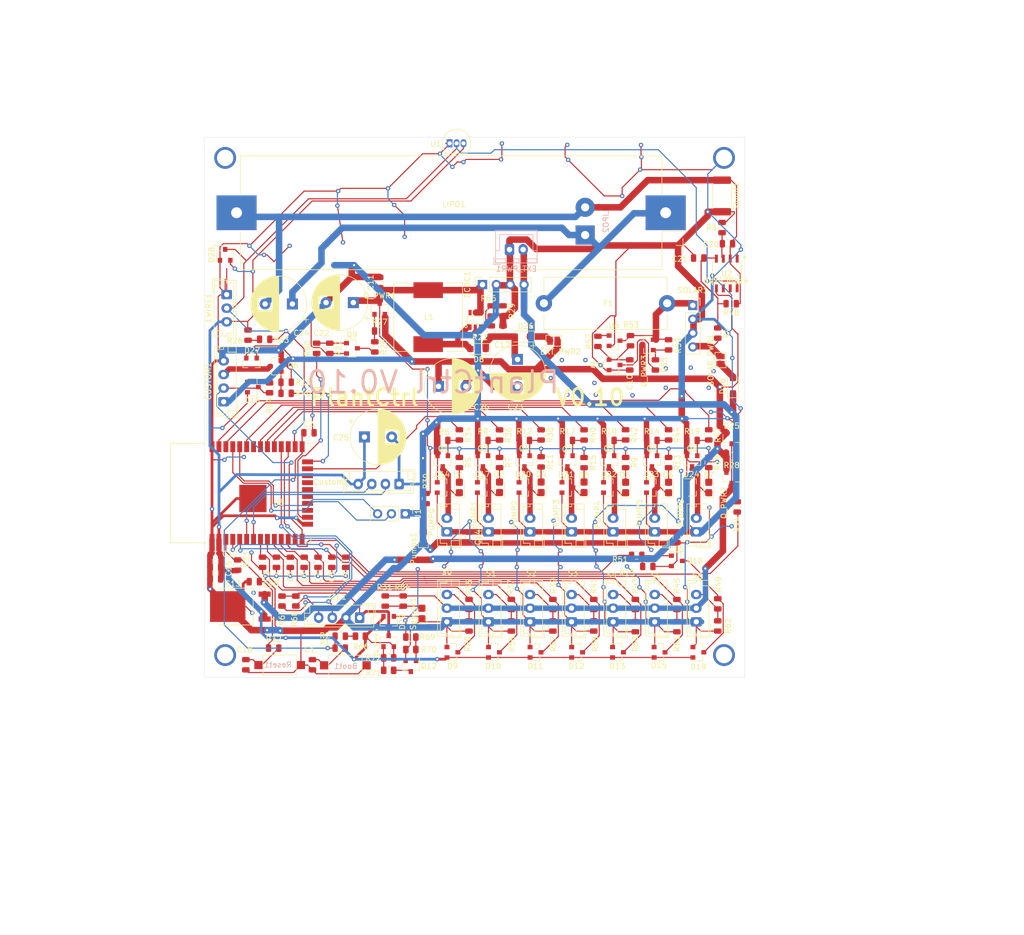
<source format=kicad_pcb>
(kicad_pcb (version 20171130) (host pcbnew 5.1.10)
  (layers (0 F.Cu signal) (31 B.Cu signal) (34 B.Paste user) (35 F.Paste user) (36 B.SilkS user) (37 F.SilkS user) (38 B.Mask user) (39 F.Mask user) (44 Edge.Cuts user))
  (net 0 "")
  (net 1 PLANT1_PUMP)
  (net 2 PLANT2_PUMP)
  (net 3 PLANT3_PUMP)
  (net 4 PLANT4_PUMP)
  (net 5 PLANT5_PUMP)
  (net 6 PLANT6_PUMP)
  (net 7 GND)
  (net 8 PLANT6_MOIST)
  (net 9 PLANT5_MOIST)
  (net 10 PLANT4_MOIST)
  (net 11 PLANT3_MOIST)
  (net 12 PLANT2_MOIST)
  (net 13 PLANT1_MOIST)
  (net 14 PLANT_CTRL_PUMP_0)
  (net 15 PUMP_PWR)
  (net 16 PWR_PUMP_CONVERTER)
  (net 17 3_3V)
  (net 18 Temp)
  (net 19 PLANT0_PUMP)
  (net 20 PWR_SENSORS)
  (net 21 PLANT0_MOIST)
  (net 22 PLANT_CTRL_PUMP_1)
  (net 23 "Net-(R37-Pad1)")
  (net 24 PLANT_CTRL_PUMP_2)
  (net 25 "Net-(R39-Pad1)")
  (net 26 PLANT_CTRL_PUMP_3)
  (net 27 "Net-(R41-Pad1)")
  (net 28 PLANT_CTRL_PUMP_4)
  (net 29 "Net-(R43-Pad1)")
  (net 30 PLANT_CTRL_PUMP_5)
  (net 31 "Net-(R45-Pad1)")
  (net 32 PLANT_CTRL_PUMP_6)
  (net 33 "Net-(R49-Pad1)")
  (net 34 PUMP_ENABLE)
  (net 35 SENSORS_ENABLE)
  (net 36 "Net-(C10-Pad2)")
  (net 37 VCC_BATT)
  (net 38 "Net-(D8-Pad2)")
  (net 39 "Net-(R21-Pad2)")
  (net 40 "Net-(D1-Pad2)")
  (net 41 "Net-(D2-Pad2)")
  (net 42 "Net-(D3-Pad2)")
  (net 43 "Net-(D4-Pad2)")
  (net 44 "Net-(D5-Pad2)")
  (net 45 "Net-(D6-Pad2)")
  (net 46 "Net-(D7-Pad2)")
  (net 47 "Net-(Pumps1-Pad2)")
  (net 48 "Net-(Q1-Pad1)")
  (net 49 "Net-(Q2-Pad1)")
  (net 50 "Net-(Q3-Pad1)")
  (net 51 "Net-(Q4-Pad1)")
  (net 52 "Net-(Q5-Pad1)")
  (net 53 "Net-(Q6-Pad1)")
  (net 54 "Net-(Q7-Pad1)")
  (net 55 "Net-(Q8-Pad1)")
  (net 56 "Net-(Q9-Pad3)")
  (net 57 "Net-(Q9-Pad1)")
  (net 58 "Net-(Q10-Pad3)")
  (net 59 "Net-(Q10-Pad1)")
  (net 60 "Net-(Q_PWR1-Pad1)")
  (net 61 "Net-(Q_PWR2-Pad1)")
  (net 62 "Net-(R31-Pad1)")
  (net 63 "Net-(C12-Pad1)")
  (net 64 "Net-(C19-Pad2)")
  (net 65 VCC)
  (net 66 "Net-(C18-Pad2)")
  (net 67 "Net-(Q_PWR3-Pad1)")
  (net 68 SOLAR_IN)
  (net 69 "Net-(C2-Pad2)")
  (net 70 "Net-(C20-Pad1)")
  (net 71 "Net-(D18-Pad2)")
  (net 72 "Net-(C21-Pad1)")
  (net 73 "Net-(CUSTOM1-Pad3)")
  (net 74 Rsense+)
  (net 75 ESP_RX)
  (net 76 ESP_TX)
  (net 77 "Net-(Boot1-Pad2)")
  (net 78 CUSTOM_GPIO1)
  (net 79 VCC_FUSED_ALWAYS)
  (net 80 "Net-(Q11-Pad3)")
  (net 81 GPIO2)
  (net 82 "Net-(R52-Pad2)")
  (net 83 "Net-(R20-Pad2)")
  (net 84 "Net-(R26-Pad1)")
  (net 85 "Net-(R29-Pad1)")
  (net 86 "Net-(R2-Pad2)")
  (net 87 "Net-(Custom1-Pad3)")
  (net 88 "Net-(Custom1-Pad2)")
  (net 89 PWR_I2C)
  (net 90 SDA)
  (net 91 SCL)
  (net 92 "Net-(Q12-Pad3)")
  (net 93 "Net-(Q12-Pad1)")
  (net 94 "Net-(Q_PWR4-Pad1)")
  (module Resistor_SMD:R_0805_2012Metric (layer F.Cu) (at 203.962 136.144)
    (fp_text reference R72 (at -2.794 0) (layer F.SilkS))
    (fp_text value 10k)
    (pad 2 smd roundrect (at 0.9125 0) (size 1.025 1.4) (layers F.Cu F.Paste F.Mask) (roundrect_rratio 0.243902) (net 17 3_3V))
    (pad 1 smd roundrect (at -0.9125 0) (size 1.025 1.4) (layers F.Cu F.Paste F.Mask) (roundrect_rratio 0.243902) (net 94 "Net-(Q_PWR4-Pad1)"))
  )
  (module Resistor_SMD:R_0805_2012Metric (layer F.Cu) (at 203.962 138.43)
    (fp_text reference R71 (at -2.794 0.508) (layer F.SilkS))
    (fp_text value 1k)
    (pad 2 smd roundrect (at 0.9125 0) (size 1.025 1.4) (layers F.Cu F.Paste F.Mask) (roundrect_rratio 0.243902) (net 92 "Net-(Q12-Pad3)"))
    (pad 1 smd roundrect (at -0.9125 0) (size 1.025 1.4) (layers F.Cu F.Paste F.Mask) (roundrect_rratio 0.243902) (net 94 "Net-(Q_PWR4-Pad1)"))
  )
  (module Resistor_SMD:R_0805_2012Metric (layer F.Cu) (at 208.026 134.62 180)
    (fp_text reference R70 (at -3.302 0) (layer F.SilkS))
    (fp_text value 10k)
    (pad 2 smd roundrect (at 0.9125 0 180) (size 1.025 1.4) (layers F.Cu F.Paste F.Mask) (roundrect_rratio 0.243902) (net 7 GND))
    (pad 1 smd roundrect (at -0.9125 0 180) (size 1.025 1.4) (layers F.Cu F.Paste F.Mask) (roundrect_rratio 0.243902) (net 93 "Net-(Q12-Pad1)"))
  )
  (module Resistor_SMD:R_0805_2012Metric (layer F.Cu) (at 208.026 132.334 180)
    (fp_text reference R69 (at -3.048 0) (layer F.SilkS))
    (fp_text value 1k)
    (pad 2 smd roundrect (at 0.9125 0 180) (size 1.025 1.4) (layers F.Cu F.Paste F.Mask) (roundrect_rratio 0.243902) (net 35 SENSORS_ENABLE))
    (pad 1 smd roundrect (at -0.9125 0 180) (size 1.025 1.4) (layers F.Cu F.Paste F.Mask) (roundrect_rratio 0.243902) (net 93 "Net-(Q12-Pad1)"))
  )
  (module Resistor_SMD:R_0805_2012Metric (layer F.Cu) (at 186.944 125.73 270)
    (fp_text reference R68 (at 3.302 0.254 90) (layer F.SilkS))
    (fp_text value R)
    (pad 2 smd roundrect (at 0.9125 0 270) (size 1.025 1.4) (layers F.Cu F.Paste F.Mask) (roundrect_rratio 0.243902) (net 90 SDA))
    (pad 1 smd roundrect (at -0.9125 0 270) (size 1.025 1.4) (layers F.Cu F.Paste F.Mask) (roundrect_rratio 0.243902) (net 89 PWR_I2C))
  )
  (module Resistor_SMD:R_0805_2012Metric (layer F.Cu) (at 184.404 125.73 270)
    (fp_text reference R67 (at 3.048 0 90) (layer F.SilkS))
    (fp_text value R)
    (pad 2 smd roundrect (at 0.9125 0 270) (size 1.025 1.4) (layers F.Cu F.Paste F.Mask) (roundrect_rratio 0.243902) (net 91 SCL))
    (pad 1 smd roundrect (at -0.9125 0 270) (size 1.025 1.4) (layers F.Cu F.Paste F.Mask) (roundrect_rratio 0.243902) (net 89 PWR_I2C))
  )
  (module Package_TO_SOT_SMD:SOT-23 (layer F.Cu) (at 203.962 133.096 90)
    (fp_text reference Q_PWR4 (at 0 -2.286 90) (layer F.SilkS) (effects (font (size 0.8 0.8) (thickness 0.1))))
    (fp_text value "P-channel 50v 4A")
    (pad 3 smd rect (at 1 0 90) (size 0.9 0.8) (layers F.Cu F.Paste F.Mask) (net 89 PWR_I2C))
    (pad 2 smd rect (at -1 0.95 90) (size 0.9 0.8) (layers F.Cu F.Paste F.Mask) (net 17 3_3V))
    (pad 1 smd rect (at -1 -0.95 90) (size 0.9 0.8) (layers F.Cu F.Paste F.Mask) (net 94 "Net-(Q_PWR4-Pad1)"))
  )
  (module Package_TO_SOT_SMD:SOT-23 (layer F.Cu) (at 208.026 137.668 270)
    (fp_text reference Q12 (at 0 -3.302 180) (layer F.SilkS))
    (fp_text value "N-channel 30V 5A")
    (pad 3 smd rect (at 1 0 270) (size 0.9 0.8) (layers F.Cu F.Paste F.Mask) (net 92 "Net-(Q12-Pad3)"))
    (pad 2 smd rect (at -1 0.95 270) (size 0.9 0.8) (layers F.Cu F.Paste F.Mask) (net 7 GND))
    (pad 1 smd rect (at -1 -0.95 270) (size 0.9 0.8) (layers F.Cu F.Paste F.Mask) (net 93 "Net-(Q12-Pad1)"))
  )
  (module Package_TO_SOT_SMD:SOT-23 (layer F.Cu) (at 203.962 129.54 270)
    (fp_text reference D29 (at 0 -2.5 90) (layer F.SilkS))
    (fp_text value BAS40-04)
    (pad 3 smd rect (at 1 0 270) (size 0.9 0.8) (layers F.Cu F.Paste F.Mask) (net 89 PWR_I2C))
    (pad 2 smd rect (at -1 0.95 270) (size 0.9 0.8) (layers F.Cu F.Paste F.Mask) (net 17 3_3V))
    (pad 1 smd rect (at -1 -0.95 270) (size 0.9 0.8) (layers F.Cu F.Paste F.Mask) (net 7 GND))
  )
  (module Connector_JST:JST_EH_B4B-EH-A_1x04_P2.50mm_Vertical (layer F.Cu) (at 198.628 128.778 180)
    (fp_text reference I2C1 (at 4.064 3.81) (layer F.SilkS))
    (fp_text value Conn_01x04)
    (pad 4 thru_hole oval (at 7.5 0 180) (size 1.7 1.95) (drill 0.95) (layers *.Cu *.Mask) (net 90 SDA))
    (pad 3 thru_hole oval (at 5 0 180) (size 1.7 1.95) (drill 0.95) (layers *.Cu *.Mask) (net 91 SCL))
    (pad 2 thru_hole oval (at 2.5 0 180) (size 1.7 1.95) (drill 0.95) (layers *.Cu *.Mask) (net 7 GND))
    (pad 1 thru_hole roundrect (at 0 0 180) (size 1.7 1.95) (drill 0.95) (layers *.Cu *.Mask) (roundrect_rratio 0.147059) (net 89 PWR_I2C))
  )
  (module Resistor_SMD:R_0805_2012Metric (layer F.Cu) (at 198.78 132.17)
    (fp_text reference R66 (at 0.102 1.942) (layer F.SilkS))
    (fp_text value 1k)
    (pad 2 smd roundrect (at 0.9125 0) (size 1.025 1.4) (layers F.Cu F.Paste F.Mask) (roundrect_rratio 0.243902) (net 17 3_3V))
    (pad 1 smd roundrect (at -0.9125 0) (size 1.025 1.4) (layers F.Cu F.Paste F.Mask) (roundrect_rratio 0.243902) (net 86 "Net-(R2-Pad2)"))
  )
  (module Resistor_SMD:R_0805_2012Metric (layer F.Cu) (at 224.917 72.517 270)
    (fp_text reference R29 (at 0 -1.65 90) (layer F.SilkS))
    (fp_text value 1k)
    (pad 2 smd roundrect (at 0.9375 0 270) (size 0.975 1.4) (layers F.Cu F.Paste F.Mask) (net 7 GND))
    (pad 1 smd roundrect (at -0.9375 0 270) (size 0.975 1.4) (layers F.Cu F.Paste F.Mask) (net 85 "Net-(R29-Pad1)"))
  )
  (module Resistor_SMD:R_0805_2012Metric (layer F.Cu) (at 222.758 72.517 90)
    (fp_text reference R65 (at 2.286 -0.508 180) (layer F.SilkS))
    (fp_text value 10k)
    (pad 2 smd roundrect (at 0.9375 0 90) (size 0.975 1.4) (layers F.Cu F.Paste F.Mask) (net 85 "Net-(R29-Pad1)"))
    (pad 1 smd roundrect (at -0.9375 0 90) (size 0.975 1.4) (layers F.Cu F.Paste F.Mask) (net 39 "Net-(R21-Pad2)"))
  )
  (module Resistor_SMD:R_0805_2012Metric (layer F.Cu) (at 222.758 76.2 90)
    (fp_text reference R21 (at -1.143 -2.032 180) (layer F.SilkS))
    (fp_text value 10k)
    (pad 2 smd roundrect (at 0.9375 0 90) (size 0.975 1.4) (layers F.Cu F.Paste F.Mask) (net 39 "Net-(R21-Pad2)"))
    (pad 1 smd roundrect (at -0.9375 0 90) (size 0.975 1.4) (layers F.Cu F.Paste F.Mask) (net 63 "Net-(C12-Pad1)"))
  )
  (module Resistor_SMD:R_0805_2012Metric (layer F.Cu) (at 206.629 125.73 90)
    (fp_text reference R64 (at 2.54 -0.127 180) (layer F.SilkS))
    (fp_text value 10k)
    (pad 2 smd roundrect (at 0.9375 0 90) (size 0.975 1.4) (layers F.Cu F.Paste F.Mask) (net 20 PWR_SENSORS))
    (pad 1 smd roundrect (at -0.9375 0 90) (size 0.975 1.4) (layers F.Cu F.Paste F.Mask) (net 62 "Net-(R31-Pad1)"))
  )
  (module Resistor_SMD:R_0805_2012Metric (layer F.Cu) (at 181.229 77.724)
    (fp_text reference R63 (at 3.048 0.127) (layer F.SilkS))
    (fp_text value 1k)
    (pad 2 smd roundrect (at 0.9375 0) (size 0.975 1.4) (layers F.Cu F.Paste F.Mask) (net 18 Temp))
    (pad 1 smd roundrect (at -0.9375 0) (size 0.975 1.4) (layers F.Cu F.Paste F.Mask) (net 84 "Net-(R26-Pad1)"))
  )
  (module Resistor_SMD:R_0805_2012Metric (layer F.Cu) (at 203.327 125.73 90)
    (fp_text reference R31 (at 2.54 -0.127 180) (layer F.SilkS))
    (fp_text value 10k)
    (pad 2 smd roundrect (at 0.9375 0 90) (size 0.975 1.4) (layers F.Cu F.Paste F.Mask) (net 20 PWR_SENSORS))
    (pad 1 smd roundrect (at -0.9375 0 90) (size 0.975 1.4) (layers F.Cu F.Paste F.Mask) (net 62 "Net-(R31-Pad1)"))
  )
  (module Resistor_SMD:R_0805_2012Metric (layer F.Cu) (at 178.181 76.962 90)
    (fp_text reference R26 (at -1.016 -2.413 180) (layer F.SilkS))
    (fp_text value 1k)
    (pad 2 smd roundrect (at 0.9375 0 90) (size 0.975 1.4) (layers F.Cu F.Paste F.Mask) (net 17 3_3V))
    (pad 1 smd roundrect (at -0.9375 0 90) (size 0.975 1.4) (layers F.Cu F.Paste F.Mask) (net 84 "Net-(R26-Pad1)"))
  )
  (module Resistor_SMD:R_0805_2012Metric (layer F.Cu) (at 264.287 130.302 90)
    (fp_text reference R62 (at 0 1.905 90) (layer F.SilkS))
    (fp_text value 100k)
    (pad 2 smd roundrect (at 0.9375 0 90) (size 0.975 1.4) (layers F.Cu F.Paste F.Mask) (net 33 "Net-(R49-Pad1)"))
    (pad 1 smd roundrect (at -0.9375 0 90) (size 0.975 1.4) (layers F.Cu F.Paste F.Mask) (net 7 GND))
  )
  (module Resistor_SMD:R_0805_2012Metric (layer F.Cu) (at 256.794 130.429 90)
    (fp_text reference R61 (at -3.175 0 90) (layer F.SilkS))
    (fp_text value 100k)
    (pad 2 smd roundrect (at 0.9375 0 90) (size 0.975 1.4) (layers F.Cu F.Paste F.Mask) (net 31 "Net-(R45-Pad1)"))
    (pad 1 smd roundrect (at -0.9375 0 90) (size 0.975 1.4) (layers F.Cu F.Paste F.Mask) (net 7 GND))
  )
  (module Resistor_SMD:R_0805_2012Metric (layer F.Cu) (at 249.174 130.429 90)
    (fp_text reference R60 (at -3.175 0 90) (layer F.SilkS))
    (fp_text value 100k)
    (pad 2 smd roundrect (at 0.9375 0 90) (size 0.975 1.4) (layers F.Cu F.Paste F.Mask) (net 29 "Net-(R43-Pad1)"))
    (pad 1 smd roundrect (at -0.9375 0 90) (size 0.975 1.4) (layers F.Cu F.Paste F.Mask) (net 7 GND))
  )
  (module Resistor_SMD:R_0805_2012Metric (layer F.Cu) (at 241.554 130.302 90)
    (fp_text reference R58 (at -3.302 0.254 90) (layer F.SilkS))
    (fp_text value 100k)
    (pad 2 smd roundrect (at 0.9375 0 90) (size 0.975 1.4) (layers F.Cu F.Paste F.Mask) (net 27 "Net-(R41-Pad1)"))
    (pad 1 smd roundrect (at -0.9375 0 90) (size 0.975 1.4) (layers F.Cu F.Paste F.Mask) (net 7 GND))
  )
  (module Resistor_SMD:R_0805_2012Metric (layer F.Cu) (at 234.061 130.302 90)
    (fp_text reference R57 (at -3.302 0.127 90) (layer F.SilkS))
    (fp_text value 100k)
    (pad 2 smd roundrect (at 0.9375 0 90) (size 0.975 1.4) (layers F.Cu F.Paste F.Mask) (net 25 "Net-(R39-Pad1)"))
    (pad 1 smd roundrect (at -0.9375 0 90) (size 0.975 1.4) (layers F.Cu F.Paste F.Mask) (net 7 GND))
  )
  (module Resistor_SMD:R_0805_2012Metric (layer F.Cu) (at 226.441 130.302 90)
    (fp_text reference R56 (at -3.302 0.127 90) (layer F.SilkS))
    (fp_text value 100k)
    (pad 2 smd roundrect (at 0.9375 0 90) (size 0.975 1.4) (layers F.Cu F.Paste F.Mask) (net 23 "Net-(R37-Pad1)"))
    (pad 1 smd roundrect (at -0.9375 0 90) (size 0.975 1.4) (layers F.Cu F.Paste F.Mask) (net 7 GND))
  )
  (module Resistor_SMD:R_0805_2012Metric (layer F.Cu) (at 218.694 130.302 90)
    (fp_text reference R20 (at -3.302 -0.254 90) (layer F.SilkS))
    (fp_text value 100k)
    (pad 2 smd roundrect (at 0.9375 0 90) (size 0.975 1.4) (layers F.Cu F.Paste F.Mask) (net 83 "Net-(R20-Pad2)"))
    (pad 1 smd roundrect (at -0.9375 0 90) (size 0.975 1.4) (layers F.Cu F.Paste F.Mask) (net 7 GND))
  )
  (module Connector_JST:JST_EH_B3B-EH-A_1x03_P2.50mm_Vertical (layer F.Cu) (at 222.25 129.54 90)
    (fp_text reference S1 (at 8.89 0.508 180) (layer F.SilkS))
    (fp_text value Conn_01x03_Male)
    (pad 3 thru_hole oval (at 5 0 90) (size 1.7 1.95) (drill 0.95) (layers *.Cu *.Mask) (net 23 "Net-(R37-Pad1)"))
    (pad 2 thru_hole oval (at 2.5 0 90) (size 1.7 1.95) (drill 0.95) (layers *.Cu *.Mask) (net 20 PWR_SENSORS))
    (pad 1 thru_hole roundrect (at 0 0 90) (size 1.7 1.95) (drill 0.95) (layers *.Cu *.Mask) (roundrect_rratio 0.147059) (net 7 GND))
  )
  (module Connector_PinHeader_2.54mm:PinHeader_1x03_P2.54mm_Vertical (layer F.Cu) (at 207.01 109.728 270)
    (fp_text reference J1 (at 0 -2.33 90) (layer F.SilkS))
    (fp_text value Conn_01x03_Female)
    (pad 3 thru_hole oval (at 0 5.08 270) (size 1.7 1.7) (drill 1) (layers *.Cu *.Mask) (net 75 ESP_RX))
    (pad 2 thru_hole oval (at 0 2.54 270) (size 1.7 1.7) (drill 1) (layers *.Cu *.Mask) (net 76 ESP_TX))
    (pad 1 thru_hole rect (at 0 0 270) (size 1.7 1.7) (drill 1) (layers *.Cu *.Mask) (net 7 GND))
  )
  (module Resistor_SMD:R_0805_2012Metric (layer F.Cu) (at 182.118 86.614 90)
    (fp_text reference R54 (at -3.302 0 90) (layer F.SilkS))
    (fp_text value 10k)
    (pad 2 smd roundrect (at 0.9125 0 90) (size 1.025 1.4) (layers F.Cu F.Paste F.Mask) (roundrect_rratio 0.243902) (net 7 GND))
    (pad 1 smd roundrect (at -0.9125 0 90) (size 1.025 1.4) (layers F.Cu F.Paste F.Mask) (roundrect_rratio 0.243902) (net 78 CUSTOM_GPIO1))
  )
  (module Button_Switch_SMD:SW_SPST_CK_RS282G05A3 (layer F.Cu) (at 183.98 137.47 180)
    (fp_text reference Reset1 (at 0.338 0.056) (layer B.SilkS) (effects (justify mirror)))
    (fp_text value SW_Push)
    (pad 2 smd rect (at 3.9 0 180) (size 1.5 1.5) (layers F.Cu F.Paste F.Mask) (net 66 "Net-(C18-Pad2)"))
    (pad 1 smd rect (at -3.9 0 180) (size 1.5 1.5) (layers F.Cu F.Paste F.Mask) (net 7 GND))
  )
  (module Button_Switch_SMD:SW_SPST_CK_RS282G05A3 (layer F.Cu) (at 196.0245 137.5156 180)
    (fp_text reference Boot1 (at -0.0635 -0.1524) (layer B.SilkS) (effects (justify mirror)))
    (fp_text value Boot)
    (pad 2 smd rect (at 3.9 0 180) (size 1.5 1.5) (layers F.Cu F.Paste F.Mask) (net 77 "Net-(Boot1-Pad2)"))
    (pad 1 smd rect (at -3.9 0 180) (size 1.5 1.5) (layers F.Cu F.Paste F.Mask) (net 7 GND))
  )
  (module Capacitor_THT:CP_Radial_D10.0mm_P5.00mm (layer F.Cu) (at 213.106 86.36)
    (fp_text reference C26 (at 7.874 3.81) (layer F.SilkS))
    (fp_text value 1000uF)
    (pad 2 thru_hole circle (at 5 0) (size 2 2) (drill 1) (layers *.Cu *.Mask) (net 7 GND))
    (pad 1 thru_hole rect (at 0 0) (size 2 2) (drill 1) (layers *.Cu *.Mask) (net 65 VCC))
  )
  (module Package_TO_SOT_SMD:SOT-23 (layer F.Cu) (at 173.99 62.23 90)
    (fp_text reference D28 (at 0 -2.5 90) (layer F.SilkS))
    (fp_text value BAS40-04)
    (pad 3 smd rect (at 1 0 90) (size 0.9 0.8) (layers F.Cu F.Paste F.Mask) (net 18 Temp))
    (pad 2 smd rect (at -1 0.95 90) (size 0.9 0.8) (layers F.Cu F.Paste F.Mask) (net 17 3_3V))
    (pad 1 smd rect (at -1 -0.95 90) (size 0.9 0.8) (layers F.Cu F.Paste F.Mask) (net 7 GND))
  )
  (module Jumper:SolderJumper-2_P1.3mm_Open_Pad1.0x1.5mm (layer F.Cu) (at 264.795 81.534 90)
    (fp_text reference SOLAR_PWR1 (at 0 -1.8 90) (layer F.SilkS))
    (fp_text value NC)
    (pad 1 smd rect (at -0.65 0 90) (size 1 1.5) (layers F.Cu F.Mask) (net 71 "Net-(D18-Pad2)"))
    (pad 2 smd rect (at 0.65 0 90) (size 1 1.5) (layers F.Cu F.Mask) (net 68 SOLAR_IN))
  )
  (module Connector_PinSocket_2.54mm:PinSocket_1x04_P2.54mm_Vertical (layer F.Cu) (at 259.715 71.501)
    (fp_text reference SOLAR1 (at 0 -2.77) (layer F.SilkS))
    (fp_text value Conn_01x04)
    (pad 4 thru_hole oval (at 0 7.62) (size 1.7 1.7) (drill 1) (layers *.Cu *.Mask) (net 68 SOLAR_IN))
    (pad 3 thru_hole oval (at 0 5.08) (size 1.7 1.7) (drill 1) (layers *.Cu *.Mask) (net 7 GND))
    (pad 2 thru_hole oval (at 0 2.54) (size 1.7 1.7) (drill 1) (layers *.Cu *.Mask) (net 7 GND))
    (pad 1 thru_hole rect (at 0 0) (size 1.7 1.7) (drill 1) (layers *.Cu *.Mask) (net 79 VCC_FUSED_ALWAYS))
  )
  (module Resistor_SMD:R_0805_2012Metric (layer F.Cu) (at 252.857 82.423 270)
    (fp_text reference R55 (at 0 -1.65 90) (layer F.SilkS))
    (fp_text value 1k)
    (pad 2 smd roundrect (at 0.9375 0 270) (size 0.975 1.4) (layers F.Cu F.Paste F.Mask) (net 80 "Net-(Q11-Pad3)"))
    (pad 1 smd roundrect (at -0.9375 0 270) (size 0.975 1.4) (layers F.Cu F.Paste F.Mask) (net 67 "Net-(Q_PWR3-Pad1)"))
  )
  (module Resistor_SMD:R_0805_2012Metric (layer F.Cu) (at 248.285 77.978 270)
    (fp_text reference R53 (at -2.921 -0.127 180) (layer F.SilkS))
    (fp_text value 100k)
    (pad 2 smd roundrect (at 0.9375 0 270) (size 0.975 1.4) (layers F.Cu F.Paste F.Mask) (net 36 "Net-(C10-Pad2)"))
    (pad 1 smd roundrect (at -0.9375 0 270) (size 0.975 1.4) (layers F.Cu F.Paste F.Mask) (net 79 VCC_FUSED_ALWAYS))
  )
  (module Resistor_SMD:R_0805_2012Metric (layer F.Cu) (at 242.316 78.105 90)
    (fp_text reference R52 (at 0 -1.65 90) (layer F.SilkS))
    (fp_text value 1k)
    (pad 2 smd roundrect (at 0.9375 0 90) (size 0.975 1.4) (layers F.Cu F.Paste F.Mask) (net 82 "Net-(R52-Pad2)"))
    (pad 1 smd roundrect (at -0.9375 0 90) (size 0.975 1.4) (layers F.Cu F.Paste F.Mask) (net 36 "Net-(C10-Pad2)"))
  )
  (module Resistor_SMD:R_0805_2012Metric (layer F.Cu) (at 201.422 79.121 270)
    (fp_text reference R25 (at 0 -1.65 90) (layer F.SilkS))
    (fp_text value 1k)
    (pad 2 smd roundrect (at 0.9375 0 270) (size 0.975 1.4) (layers F.Cu F.Paste F.Mask) (net 56 "Net-(Q9-Pad3)"))
    (pad 1 smd roundrect (at -0.9375 0 270) (size 0.975 1.4) (layers F.Cu F.Paste F.Mask) (net 60 "Net-(Q_PWR1-Pad1)"))
  )
  (module Resistor_SMD:R_0805_2012Metric (layer F.Cu) (at 267.843 108.458 270)
    (fp_text reference R24 (at 3.175 0 90) (layer F.SilkS))
    (fp_text value 1k)
    (pad 2 smd roundrect (at 0.9375 0 270) (size 0.975 1.4) (layers F.Cu F.Paste F.Mask) (net 58 "Net-(Q10-Pad3)"))
    (pad 1 smd roundrect (at -0.9375 0 270) (size 0.975 1.4) (layers F.Cu F.Paste F.Mask) (net 61 "Net-(Q_PWR2-Pad1)"))
  )
  (module Package_TO_SOT_SMD:SOT-23 (layer F.Cu) (at 245.364 82.423)
    (fp_text reference Q11 (at -3.048 0) (layer F.SilkS))
    (fp_text value "N-channel 30V 5A")
    (pad 3 smd rect (at 1 0) (size 0.9 0.8) (layers F.Cu F.Paste F.Mask) (net 80 "Net-(Q11-Pad3)"))
    (pad 2 smd rect (at -1 0.95) (size 0.9 0.8) (layers F.Cu F.Paste F.Mask) (net 7 GND))
    (pad 1 smd rect (at -1 -0.95) (size 0.9 0.8) (layers F.Cu F.Paste F.Mask) (net 36 "Net-(C10-Pad2)"))
  )
  (module Package_TO_SOT_SMD:SOT-23 (layer F.Cu) (at 178.816 82.169 270)
    (fp_text reference D27 (at -2.413 -0.127 180) (layer F.SilkS))
    (fp_text value BAS40-04)
    (pad 3 smd rect (at 1 0 270) (size 0.9 0.8) (layers F.Cu F.Paste F.Mask) (net 73 "Net-(CUSTOM1-Pad3)"))
    (pad 2 smd rect (at -1 0.95 270) (size 0.9 0.8) (layers F.Cu F.Paste F.Mask) (net 65 VCC))
    (pad 1 smd rect (at -1 -0.95 270) (size 0.9 0.8) (layers F.Cu F.Paste F.Mask) (net 7 GND))
  )
  (module Capacitor_THT:CP_Radial_D10.0mm_P5.00mm (layer F.Cu) (at 199.517 95.631)
    (fp_text reference C25 (at -4.318 0.127) (layer F.SilkS))
    (fp_text value 1000uF)
    (pad 2 thru_hole circle (at 5 0) (size 2 2) (drill 1) (layers *.Cu *.Mask) (net 7 GND))
    (pad 1 thru_hole rect (at 0 0) (size 2 2) (drill 1) (layers *.Cu *.Mask) (net 17 3_3V))
  )
  (module Capacitor_SMD:C_0805_2012Metric (layer F.Cu) (at 248.158 82.423 90)
    (fp_text reference C10 (at -3.175 0 90) (layer F.SilkS))
    (fp_text value 100n)
    (pad 2 smd roundrect (at 0.9375 0 90) (size 0.975 1.4) (layers F.Cu F.Paste F.Mask) (net 36 "Net-(C10-Pad2)"))
    (pad 1 smd roundrect (at -0.9375 0 90) (size 0.975 1.4) (layers F.Cu F.Paste F.Mask) (net 7 GND))
  )
  (module LED_SMD:LED_0805_2012Metric_Castellated (layer F.Cu) (at 210.058 128.016 90)
    (fp_text reference Sensor1 (at 0 -1.6 90) (layer F.SilkS))
    (fp_text value LED_green)
    (pad 2 smd roundrect (at 0.9625 0 90) (size 1.325 1.3) (layers F.Cu F.Paste F.Mask) (roundrect_rratio 0.192308) (net 62 "Net-(R31-Pad1)"))
    (pad 1 smd roundrect (at -0.9625 0 90) (size 1.325 1.3) (layers F.Cu F.Paste F.Mask) (roundrect_rratio 0.192308) (net 7 GND))
  )
  (module Resistor_SMD:R_0805_2012Metric (layer F.Cu) (at 255.27 78.74 90)
    (fp_text reference R59 (at -0.127 1.778 90) (layer F.SilkS))
    (fp_text value 10k)
    (pad 2 smd roundrect (at 0.9375 0 90) (size 0.975 1.4) (layers F.Cu F.Paste F.Mask) (net 79 VCC_FUSED_ALWAYS))
    (pad 1 smd roundrect (at -0.9375 0 90) (size 0.975 1.4) (layers F.Cu F.Paste F.Mask) (net 67 "Net-(Q_PWR3-Pad1)"))
  )
  (module Resistor_SMD:R_0805_2012Metric (layer F.Cu) (at 249.428 117.348 180)
    (fp_text reference R51 (at 3.048 -0.762) (layer F.SilkS))
    (fp_text value 1k)
    (pad 2 smd roundrect (at 0.9375 0 180) (size 0.975 1.4) (layers F.Cu F.Paste F.Mask) (net 35 SENSORS_ENABLE))
    (pad 1 smd roundrect (at -0.9375 0 180) (size 0.975 1.4) (layers F.Cu F.Paste F.Mask) (net 59 "Net-(Q10-Pad1)"))
  )
  (module Resistor_SMD:R_0805_2012Metric (layer F.Cu) (at 190.754 79.375 270)
    (fp_text reference R50 (at 0 1.651 90) (layer F.SilkS))
    (fp_text value 1k)
    (pad 2 smd roundrect (at 0.9375 0 270) (size 0.975 1.4) (layers F.Cu F.Paste F.Mask) (net 34 PUMP_ENABLE))
    (pad 1 smd roundrect (at -0.9375 0 270) (size 0.975 1.4) (layers F.Cu F.Paste F.Mask) (net 57 "Net-(Q9-Pad1)"))
  )
  (module Resistor_SMD:R_0805_2012Metric (layer F.Cu) (at 264.287 126.238 90)
    (fp_text reference R49 (at 3.556 0.127 90) (layer F.SilkS))
    (fp_text value 1k)
    (pad 2 smd roundrect (at 0.9375 0 90) (size 0.975 1.4) (layers F.Cu F.Paste F.Mask) (net 8 PLANT6_MOIST))
    (pad 1 smd roundrect (at -0.9375 0 90) (size 0.975 1.4) (layers F.Cu F.Paste F.Mask) (net 33 "Net-(R49-Pad1)"))
  )
  (module Resistor_SMD:R_0805_2012Metric (layer F.Cu) (at 266.7508 71.1962 180)
    (fp_text reference R48 (at 0 -1.65) (layer F.SilkS))
    (fp_text value 1k)
    (pad 2 smd roundrect (at 0.9375 0 180) (size 0.975 1.4) (layers F.Cu F.Paste F.Mask) (net 72 "Net-(C21-Pad1)"))
    (pad 1 smd roundrect (at -0.9375 0 180) (size 0.975 1.4) (layers F.Cu F.Paste F.Mask) (net 74 Rsense+))
  )
  (module Resistor_SMD:R_0805_2012Metric (layer F.Cu) (at 262.636 95.25 270)
    (fp_text reference R47 (at 0 -1.65 90) (layer F.SilkS))
    (fp_text value 1k)
    (pad 2 smd roundrect (at 0.9375 0 270) (size 0.975 1.4) (layers F.Cu F.Paste F.Mask) (net 55 "Net-(Q8-Pad1)"))
    (pad 1 smd roundrect (at -0.9375 0 270) (size 0.975 1.4) (layers F.Cu F.Paste F.Mask) (net 32 PLANT_CTRL_PUMP_6))
  )
  (module Resistor_SMD:R_0805_2012Metric (layer F.Cu) (at 185.166 87.63)
    (fp_text reference R46 (at 3.175 0) (layer F.SilkS))
    (fp_text value 1k)
    (pad 2 smd roundrect (at 0.9375 0) (size 0.975 1.4) (layers F.Cu F.Paste F.Mask) (net 81 GPIO2))
    (pad 1 smd roundrect (at -0.9375 0) (size 0.975 1.4) (layers F.Cu F.Paste F.Mask) (net 53 "Net-(Q6-Pad1)"))
  )
  (module Resistor_SMD:R_0805_2012Metric (layer F.Cu) (at 256.794 126.365 90)
    (fp_text reference R45 (at 3.429 0 90) (layer F.SilkS))
    (fp_text value 1k)
    (pad 2 smd roundrect (at 0.9375 0 90) (size 0.975 1.4) (layers F.Cu F.Paste F.Mask) (net 9 PLANT5_MOIST))
    (pad 1 smd roundrect (at -0.9375 0 90) (size 0.975 1.4) (layers F.Cu F.Paste F.Mask) (net 31 "Net-(R45-Pad1)"))
  )
  (module Resistor_SMD:R_0805_2012Metric (layer F.Cu) (at 255.27 95.25 270)
    (fp_text reference R44 (at 0 -1.65 90) (layer F.SilkS))
    (fp_text value 1k)
    (pad 2 smd roundrect (at 0.9375 0 270) (size 0.975 1.4) (layers F.Cu F.Paste F.Mask) (net 52 "Net-(Q5-Pad1)"))
    (pad 1 smd roundrect (at -0.9375 0 270) (size 0.975 1.4) (layers F.Cu F.Paste F.Mask) (net 30 PLANT_CTRL_PUMP_5))
  )
  (module Resistor_SMD:R_0805_2012Metric (layer F.Cu) (at 249.174 126.365 90)
    (fp_text reference R43 (at 3.429 0 90) (layer F.SilkS))
    (fp_text value 1k)
    (pad 2 smd roundrect (at 0.9375 0 90) (size 0.975 1.4) (layers F.Cu F.Paste F.Mask) (net 10 PLANT4_MOIST))
    (pad 1 smd roundrect (at -0.9375 0 90) (size 0.975 1.4) (layers F.Cu F.Paste F.Mask) (net 29 "Net-(R43-Pad1)"))
  )
  (module Resistor_SMD:R_0805_2012Metric (layer F.Cu) (at 247.396 95.25 270)
    (fp_text reference R42 (at 0 -1.65 90) (layer F.SilkS))
    (fp_text value 1k)
    (pad 2 smd roundrect (at 0.9375 0 270) (size 0.975 1.4) (layers F.Cu F.Paste F.Mask) (net 50 "Net-(Q3-Pad1)"))
    (pad 1 smd roundrect (at -0.9375 0 270) (size 0.975 1.4) (layers F.Cu F.Paste F.Mask) (net 28 PLANT_CTRL_PUMP_4))
  )
  (module Resistor_SMD:R_0805_2012Metric (layer F.Cu) (at 241.554 126.365 90)
    (fp_text reference R41 (at 3.429 0 90) (layer F.SilkS))
    (fp_text value 1k)
    (pad 2 smd roundrect (at 0.9375 0 90) (size 0.975 1.4) (layers F.Cu F.Paste F.Mask) (net 11 PLANT3_MOIST))
    (pad 1 smd roundrect (at -0.9375 0 90) (size 0.975 1.4) (layers F.Cu F.Paste F.Mask) (net 27 "Net-(R41-Pad1)"))
  )
  (module Resistor_SMD:R_0805_2012Metric (layer F.Cu) (at 239.776 95.266 270)
    (fp_text reference R40 (at 0 -1.65 90) (layer F.SilkS))
    (fp_text value 1k)
    (pad 2 smd roundrect (at 0.9375 0 270) (size 0.975 1.4) (layers F.Cu F.Paste F.Mask) (net 54 "Net-(Q7-Pad1)"))
    (pad 1 smd roundrect (at -0.9375 0 270) (size 0.975 1.4) (layers F.Cu F.Paste F.Mask) (net 26 PLANT_CTRL_PUMP_3))
  )
  (module Resistor_SMD:R_0805_2012Metric (layer F.Cu) (at 234.061 126.365 90)
    (fp_text reference R39 (at 3.429 0.127 90) (layer F.SilkS))
    (fp_text value 1k)
    (pad 2 smd roundrect (at 0.9375 0 90) (size 0.975 1.4) (layers F.Cu F.Paste F.Mask) (net 12 PLANT2_MOIST))
    (pad 1 smd roundrect (at -0.9375 0 90) (size 0.975 1.4) (layers F.Cu F.Paste F.Mask) (net 25 "Net-(R39-Pad1)"))
  )
  (module Resistor_SMD:R_0805_2012Metric (layer F.Cu) (at 231.902 95.266 270)
    (fp_text reference R38 (at 0 -1.65 90) (layer F.SilkS))
    (fp_text value 1k)
    (pad 2 smd roundrect (at 0.9375 0 270) (size 0.975 1.4) (layers F.Cu F.Paste F.Mask) (net 51 "Net-(Q4-Pad1)"))
    (pad 1 smd roundrect (at -0.9375 0 270) (size 0.975 1.4) (layers F.Cu F.Paste F.Mask) (net 24 PLANT_CTRL_PUMP_2))
  )
  (module Resistor_SMD:R_0805_2012Metric (layer F.Cu) (at 226.441 126.349 90)
    (fp_text reference R37 (at 3.159 -0.127 90) (layer F.SilkS))
    (fp_text value 1k)
    (pad 2 smd roundrect (at 0.9375 0 90) (size 0.975 1.4) (layers F.Cu F.Paste F.Mask) (net 13 PLANT1_MOIST))
    (pad 1 smd roundrect (at -0.9375 0 90) (size 0.975 1.4) (layers F.Cu F.Paste F.Mask) (net 23 "Net-(R37-Pad1)"))
  )
  (module Resistor_SMD:R_0805_2012Metric (layer F.Cu) (at 224.282 95.266 270)
    (fp_text reference R36 (at 0 -1.65 90) (layer F.SilkS))
    (fp_text value 1k)
    (pad 2 smd roundrect (at 0.9375 0 270) (size 0.975 1.4) (layers F.Cu F.Paste F.Mask) (net 49 "Net-(Q2-Pad1)"))
    (pad 1 smd roundrect (at -0.9375 0 270) (size 0.975 1.4) (layers F.Cu F.Paste F.Mask) (net 22 PLANT_CTRL_PUMP_1))
  )
  (module Resistor_SMD:R_0805_2012Metric (layer F.Cu) (at 218.694 126.349 90)
    (fp_text reference R35 (at 3.159 0 90) (layer F.SilkS))
    (fp_text value 1k)
    (pad 2 smd roundrect (at 0.9375 0 90) (size 0.975 1.4) (layers F.Cu F.Paste F.Mask) (net 21 PLANT0_MOIST))
    (pad 1 smd roundrect (at -0.9375 0 90) (size 0.975 1.4) (layers F.Cu F.Paste F.Mask) (net 83 "Net-(R20-Pad2)"))
  )
  (module Resistor_SMD:R_0805_2012Metric (layer F.Cu) (at 216.916 95.25 270)
    (fp_text reference R34 (at 0 -1.65 90) (layer F.SilkS))
    (fp_text value 1k)
    (pad 2 smd roundrect (at 0.9375 0 270) (size 0.975 1.4) (layers F.Cu F.Paste F.Mask) (net 48 "Net-(Q1-Pad1)"))
    (pad 1 smd roundrect (at -0.9375 0 270) (size 0.975 1.4) (layers F.Cu F.Paste F.Mask) (net 14 PLANT_CTRL_PUMP_0))
  )
  (module Resistor_SMD:R_0805_2012Metric (layer F.Cu) (at 176.276 119.126 270)
    (fp_text reference R33 (at -1.016 -1.651 90) (layer F.SilkS))
    (fp_text value 10k)
    (pad 2 smd roundrect (at 0.9375 0 270) (size 0.975 1.4) (layers F.Cu F.Paste F.Mask) (net 17 3_3V))
    (pad 1 smd roundrect (at -0.9375 0 270) (size 0.975 1.4) (layers F.Cu F.Paste F.Mask) (net 64 "Net-(C19-Pad2)"))
  )
  (module Resistor_SMD:R_0805_2012Metric (layer F.Cu) (at 182.88 134.366)
    (fp_text reference R32 (at 0 -1.65) (layer F.SilkS))
    (fp_text value 1k)
    (pad 2 smd roundrect (at 0.9375 0) (size 0.975 1.4) (layers F.Cu F.Paste F.Mask) (net 66 "Net-(C18-Pad2)"))
    (pad 1 smd roundrect (at -0.9375 0) (size 0.975 1.4) (layers F.Cu F.Paste F.Mask) (net 64 "Net-(C19-Pad2)"))
  )
  (module Resistor_SMD:R_0805_2012Metric (layer F.Cu) (at 210.82 106.934 270)
    (fp_text reference R30 (at -3.175 0 90) (layer F.SilkS))
    (fp_text value 270)
    (pad 2 smd roundrect (at 0.9375 0 270) (size 0.975 1.4) (layers F.Cu F.Paste F.Mask) (net 47 "Net-(Pumps1-Pad2)"))
    (pad 1 smd roundrect (at -0.9375 0 270) (size 0.975 1.4) (layers F.Cu F.Paste F.Mask) (net 16 PWR_PUMP_CONVERTER))
  )
  (module Resistor_SMD:R_0805_2012Metric (layer F.Cu) (at 266.827 99.187 180)
    (fp_text reference R28 (at 0 -1.65) (layer F.SilkS))
    (fp_text value 10k)
    (pad 2 smd roundrect (at 0.9375 0 180) (size 0.975 1.4) (layers F.Cu F.Paste F.Mask) (net 65 VCC))
    (pad 1 smd roundrect (at -0.9375 0 180) (size 0.975 1.4) (layers F.Cu F.Paste F.Mask) (net 61 "Net-(Q_PWR2-Pad1)"))
  )
  (module Resistor_SMD:R_0805_2012Metric (layer F.Cu) (at 202.311 76.2)
    (fp_text reference R27 (at 0 -1.65) (layer F.SilkS))
    (fp_text value 10k)
    (pad 2 smd roundrect (at 0.9375 0) (size 0.975 1.4) (layers F.Cu F.Paste F.Mask) (net 65 VCC))
    (pad 1 smd roundrect (at -0.9375 0) (size 0.975 1.4) (layers F.Cu F.Paste F.Mask) (net 60 "Net-(Q_PWR1-Pad1)"))
  )
  (module Resistor_SMD:R_0805_2012Metric (layer F.Cu) (at 251.46 119.38)
    (fp_text reference R23 (at -3.81 1.27) (layer F.SilkS))
    (fp_text value 10k)
    (pad 2 smd roundrect (at 0.9375 0) (size 0.975 1.4) (layers F.Cu F.Paste F.Mask) (net 7 GND))
    (pad 1 smd roundrect (at -0.9375 0) (size 0.975 1.4) (layers F.Cu F.Paste F.Mask) (net 59 "Net-(Q10-Pad1)"))
  )
  (module Resistor_SMD:R_0805_2012Metric (layer F.Cu) (at 193.167 79.375 270)
    (fp_text reference R22 (at 0 -1.65 90) (layer F.SilkS))
    (fp_text value 10k)
    (pad 2 smd roundrect (at 0.9375 0 270) (size 0.975 1.4) (layers F.Cu F.Paste F.Mask) (net 7 GND))
    (pad 1 smd roundrect (at -0.9375 0 270) (size 0.975 1.4) (layers F.Cu F.Paste F.Mask) (net 57 "Net-(Q9-Pad1)"))
  )
  (module Resistor_SMD:R_0805_2012Metric (layer F.Cu) (at 259.572 96.266 180)
    (fp_text reference R19 (at -0.016 1.651) (layer F.SilkS))
    (fp_text value 10k)
    (pad 2 smd roundrect (at 0.9375 0 180) (size 0.975 1.4) (layers F.Cu F.Paste F.Mask) (net 7 GND))
    (pad 1 smd roundrect (at -0.9375 0 180) (size 0.975 1.4) (layers F.Cu F.Paste F.Mask) (net 55 "Net-(Q8-Pad1)"))
  )
  (module Resistor_SMD:R_0805_2012Metric (layer F.Cu) (at 262.636 100.314 270)
    (fp_text reference R18 (at 0 -1.65 90) (layer F.SilkS))
    (fp_text value 270)
    (pad 2 smd roundrect (at 0.9375 0 270) (size 0.975 1.4) (layers F.Cu F.Paste F.Mask) (net 46 "Net-(D7-Pad2)"))
    (pad 1 smd roundrect (at -0.9375 0 270) (size 0.975 1.4) (layers F.Cu F.Paste F.Mask) (net 16 PWR_PUMP_CONVERTER))
  )
  (module Resistor_SMD:R_0805_2012Metric (layer F.Cu) (at 236.712 96.266 180)
    (fp_text reference R17 (at -0.016 1.651) (layer F.SilkS))
    (fp_text value 10K)
    (pad 2 smd roundrect (at 0.9375 0 180) (size 0.975 1.4) (layers F.Cu F.Paste F.Mask) (net 7 GND))
    (pad 1 smd roundrect (at -0.9375 0 180) (size 0.975 1.4) (layers F.Cu F.Paste F.Mask) (net 54 "Net-(Q7-Pad1)"))
  )
  (module Resistor_SMD:R_0805_2012Metric (layer F.Cu) (at 185.166 85.598)
    (fp_text reference R16 (at 3.175 0) (layer F.SilkS))
    (fp_text value 10k)
    (pad 2 smd roundrect (at 0.9375 0) (size 0.975 1.4) (layers F.Cu F.Paste F.Mask) (net 7 GND))
    (pad 1 smd roundrect (at -0.9375 0) (size 0.975 1.4) (layers F.Cu F.Paste F.Mask) (net 53 "Net-(Q6-Pad1)"))
  )
  (module Resistor_SMD:R_0805_2012Metric (layer F.Cu) (at 239.776 100.346 270)
    (fp_text reference R15 (at 0 -1.65 90) (layer F.SilkS))
    (fp_text value 270)
    (pad 2 smd roundrect (at 0.9375 0 270) (size 0.975 1.4) (layers F.Cu F.Paste F.Mask) (net 45 "Net-(D6-Pad2)"))
    (pad 1 smd roundrect (at -0.9375 0 270) (size 0.975 1.4) (layers F.Cu F.Paste F.Mask) (net 16 PWR_PUMP_CONVERTER))
  )
  (module Resistor_SMD:R_0805_2012Metric (layer F.Cu) (at 252.222 96.266 180)
    (fp_text reference R14 (at 0 1.651) (layer F.SilkS))
    (fp_text value 10k)
    (pad 2 smd roundrect (at 0.9375 0 180) (size 0.975 1.4) (layers F.Cu F.Paste F.Mask) (net 7 GND))
    (pad 1 smd roundrect (at -0.9375 0 180) (size 0.975 1.4) (layers F.Cu F.Paste F.Mask) (net 52 "Net-(Q5-Pad1)"))
  )
  (module Resistor_SMD:R_0805_2012Metric (layer F.Cu) (at 255.27 100.33 270)
    (fp_text reference R13 (at 0 -1.65 90) (layer F.SilkS))
    (fp_text value 270)
    (pad 2 smd roundrect (at 0.9375 0 270) (size 0.975 1.4) (layers F.Cu F.Paste F.Mask) (net 44 "Net-(D5-Pad2)"))
    (pad 1 smd roundrect (at -0.9375 0 270) (size 0.975 1.4) (layers F.Cu F.Paste F.Mask) (net 16 PWR_PUMP_CONVERTER))
  )
  (module Resistor_SMD:R_0805_2012Metric (layer F.Cu) (at 228.838 96.266 180)
    (fp_text reference R12 (at 0 1.651) (layer F.SilkS))
    (fp_text value 10k)
    (pad 2 smd roundrect (at 0.9375 0 180) (size 0.975 1.4) (layers F.Cu F.Paste F.Mask) (net 7 GND))
    (pad 1 smd roundrect (at -0.9375 0 180) (size 0.975 1.4) (layers F.Cu F.Paste F.Mask) (net 51 "Net-(Q4-Pad1)"))
  )
  (module Resistor_SMD:R_0805_2012Metric (layer F.Cu) (at 231.902 100.203 270)
    (fp_text reference R11 (at 0 -1.65 90) (layer F.SilkS))
    (fp_text value 270)
    (pad 2 smd roundrect (at 0.9375 0 270) (size 0.975 1.4) (layers F.Cu F.Paste F.Mask) (net 43 "Net-(D4-Pad2)"))
    (pad 1 smd roundrect (at -0.9375 0 270) (size 0.975 1.4) (layers F.Cu F.Paste F.Mask) (net 16 PWR_PUMP_CONVERTER))
  )
  (module Resistor_SMD:R_0805_2012Metric (layer F.Cu) (at 244.348 96.266 180)
    (fp_text reference R10 (at 0 1.651) (layer F.SilkS))
    (fp_text value 10K)
    (pad 2 smd roundrect (at 0.9375 0 180) (size 0.975 1.4) (layers F.Cu F.Paste F.Mask) (net 7 GND))
    (pad 1 smd roundrect (at -0.9375 0 180) (size 0.975 1.4) (layers F.Cu F.Paste F.Mask) (net 50 "Net-(Q3-Pad1)"))
  )
  (module Resistor_SMD:R_0805_2012Metric (layer F.Cu) (at 247.396 100.33 270)
    (fp_text reference R9 (at 0 -1.65 90) (layer F.SilkS))
    (fp_text value 270)
    (pad 2 smd roundrect (at 0.9375 0 270) (size 0.975 1.4) (layers F.Cu F.Paste F.Mask) (net 42 "Net-(D3-Pad2)"))
    (pad 1 smd roundrect (at -0.9375 0 270) (size 0.975 1.4) (layers F.Cu F.Paste F.Mask) (net 16 PWR_PUMP_CONVERTER))
  )
  (module Resistor_SMD:R_0805_2012Metric (layer F.Cu) (at 221.234 96.266)
    (fp_text reference R8 (at 0 -1.65) (layer F.SilkS))
    (fp_text value 10k)
    (pad 2 smd roundrect (at 0.9375 0) (size 0.975 1.4) (layers F.Cu F.Paste F.Mask) (net 49 "Net-(Q2-Pad1)"))
    (pad 1 smd roundrect (at -0.9375 0) (size 0.975 1.4) (layers F.Cu F.Paste F.Mask) (net 7 GND))
  )
  (module Resistor_SMD:R_0805_2012Metric (layer F.Cu) (at 224.282 100.33 270)
    (fp_text reference R7 (at 0 -1.65 90) (layer F.SilkS))
    (fp_text value 270)
    (pad 2 smd roundrect (at 0.9375 0 270) (size 0.975 1.4) (layers F.Cu F.Paste F.Mask) (net 41 "Net-(D2-Pad2)"))
    (pad 1 smd roundrect (at -0.9375 0 270) (size 0.975 1.4) (layers F.Cu F.Paste F.Mask) (net 16 PWR_PUMP_CONVERTER))
  )
  (module Resistor_SMD:R_0805_2012Metric (layer F.Cu) (at 213.868 96.266 180)
    (fp_text reference R6 (at -0.254 1.524) (layer F.SilkS))
    (fp_text value 10k)
    (pad 2 smd roundrect (at 0.9375 0 180) (size 0.975 1.4) (layers F.Cu F.Paste F.Mask) (net 7 GND))
    (pad 1 smd roundrect (at -0.9375 0 180) (size 0.975 1.4) (layers F.Cu F.Paste F.Mask) (net 48 "Net-(Q1-Pad1)"))
  )
  (module Resistor_SMD:R_0805_2012Metric (layer F.Cu) (at 216.916 100.33 270)
    (fp_text reference R5 (at 0 -1.65 90) (layer F.SilkS))
    (fp_text value 270)
    (pad 2 smd roundrect (at 0.9375 0 270) (size 0.975 1.4) (layers F.Cu F.Paste F.Mask) (net 40 "Net-(D1-Pad2)"))
    (pad 1 smd roundrect (at -0.9375 0 270) (size 0.975 1.4) (layers F.Cu F.Paste F.Mask) (net 16 PWR_PUMP_CONVERTER))
  )
  (module Resistor_SMD:R_0805_2012Metric (layer F.Cu) (at 264.287 76.581 270)
    (fp_text reference R4 (at 0 -1.65 90) (layer F.SilkS))
    (fp_text value 10k)
    (pad 2 smd roundrect (at 0.9375 0 270) (size 0.975 1.4) (layers F.Cu F.Paste F.Mask) (net 68 SOLAR_IN))
    (pad 1 smd roundrect (at -0.9375 0 270) (size 0.975 1.4) (layers F.Cu F.Paste F.Mask) (net 72 "Net-(C21-Pad1)"))
  )
  (module Resistor_SMD:R_0805_2012Metric (layer F.Cu) (at 265.0744 57.2352 270)
    (fp_text reference R3 (at 0.0418 1.9304 180) (layer F.SilkS))
    (fp_text value 100k)
    (pad 2 smd roundrect (at 0.9375 0 270) (size 0.975 1.4) (layers F.Cu F.Paste F.Mask) (net 70 "Net-(C20-Pad1)"))
    (pad 1 smd roundrect (at -0.9375 0 270) (size 0.975 1.4) (layers F.Cu F.Paste F.Mask) (net 7 GND))
  )
  (module Resistor_SMD:R_0805_2012Metric (layer F.Cu) (at 195.08 132.17)
    (fp_text reference R2 (at -2.802 -0.09) (layer F.SilkS))
    (fp_text value 1k)
    (pad 2 smd roundrect (at 0.9375 0) (size 0.975 1.4) (layers F.Cu F.Paste F.Mask) (net 86 "Net-(R2-Pad2)"))
    (pad 1 smd roundrect (at -0.9375 0) (size 0.975 1.4) (layers F.Cu F.Paste F.Mask) (net 69 "Net-(C2-Pad2)"))
  )
  (module Resistor_SMD:R_0805_2012Metric (layer F.Cu) (at 195.072 134.366)
    (fp_text reference R1 (at -2.794 -1.016) (layer F.SilkS))
    (fp_text value 1k)
    (pad 2 smd roundrect (at 0.9375 0) (size 0.975 1.4) (layers F.Cu F.Paste F.Mask) (net 77 "Net-(Boot1-Pad2)"))
    (pad 1 smd roundrect (at -0.9375 0) (size 0.975 1.4) (layers F.Cu F.Paste F.Mask) (net 69 "Net-(C2-Pad2)"))
  )
  (module Package_TO_SOT_SMD:SOT-23 (layer F.Cu) (at 251.46 78.74 180)
    (fp_text reference Q_PWR3 (at 0.635 -4.826 90) (layer F.SilkS))
    (fp_text value "P-channel 50v 4A")
    (pad 3 smd rect (at 1 0 180) (size 0.9 0.8) (layers F.Cu F.Paste F.Mask) (net 65 VCC))
    (pad 2 smd rect (at -1 0.95 180) (size 0.9 0.8) (layers F.Cu F.Paste F.Mask) (net 79 VCC_FUSED_ALWAYS))
    (pad 1 smd rect (at -1 -0.95 180) (size 0.9 0.8) (layers F.Cu F.Paste F.Mask) (net 67 "Net-(Q_PWR3-Pad1)"))
  )
  (module Package_TO_SOT_SMD:SOT-23 (layer F.Cu) (at 266.827 103.124 270)
    (fp_text reference Q_PWR2 (at 4.572 1.397 90) (layer F.SilkS))
    (fp_text value "P-channel 50v 4A")
    (pad 3 smd rect (at 1 0 270) (size 0.9 0.8) (layers F.Cu F.Paste F.Mask) (net 20 PWR_SENSORS))
    (pad 2 smd rect (at -1 0.95 270) (size 0.9 0.8) (layers F.Cu F.Paste F.Mask) (net 65 VCC))
    (pad 1 smd rect (at -1 -0.95 270) (size 0.9 0.8) (layers F.Cu F.Paste F.Mask) (net 61 "Net-(Q_PWR2-Pad1)"))
  )
  (module Package_TO_SOT_SMD:SOT-23 (layer F.Cu) (at 202.311 72.136 90)
    (fp_text reference Q_PWR1 (at 2.413 0 180) (layer F.SilkS))
    (fp_text value "P-channel 50v 4A")
    (pad 3 smd rect (at 1 0 90) (size 0.9 0.8) (layers F.Cu F.Paste F.Mask) (net 16 PWR_PUMP_CONVERTER))
    (pad 2 smd rect (at -1 0.95 90) (size 0.9 0.8) (layers F.Cu F.Paste F.Mask) (net 65 VCC))
    (pad 1 smd rect (at -1 -0.95 90) (size 0.9 0.8) (layers F.Cu F.Paste F.Mask) (net 60 "Net-(Q_PWR1-Pad1)"))
  )
  (module Package_TO_SOT_SMD:SOT-23 (layer F.Cu) (at 256.794 118.364)
    (fp_text reference Q10 (at 3.302 0) (layer F.SilkS))
    (fp_text value "N-channel 30V 5A")
    (pad 3 smd rect (at 1 0) (size 0.9 0.8) (layers F.Cu F.Paste F.Mask) (net 58 "Net-(Q10-Pad3)"))
    (pad 2 smd rect (at -1 0.95) (size 0.9 0.8) (layers F.Cu F.Paste F.Mask) (net 7 GND))
    (pad 1 smd rect (at -1 -0.95) (size 0.9 0.8) (layers F.Cu F.Paste F.Mask) (net 59 "Net-(Q10-Pad1)"))
  )
  (module Package_TO_SOT_SMD:SOT-23 (layer F.Cu) (at 197.231 79.375)
    (fp_text reference Q9 (at 0 -2.5) (layer F.SilkS))
    (fp_text value "N-channel 30V 5A")
    (pad 3 smd rect (at 1 0) (size 0.9 0.8) (layers F.Cu F.Paste F.Mask) (net 56 "Net-(Q9-Pad3)"))
    (pad 2 smd rect (at -1 0.95) (size 0.9 0.8) (layers F.Cu F.Paste F.Mask) (net 7 GND))
    (pad 1 smd rect (at -1 -0.95) (size 0.9 0.8) (layers F.Cu F.Paste F.Mask) (net 57 "Net-(Q9-Pad1)"))
  )
  (module Package_TO_SOT_SMD:SOT-23 (layer F.Cu) (at 259.588 100.076 270)
    (fp_text reference Q8 (at -2.286 0 180) (layer F.SilkS))
    (fp_text value "N-channel 30V 5A")
    (pad 3 smd rect (at 1 0 270) (size 0.9 0.8) (layers F.Cu F.Paste F.Mask) (net 6 PLANT6_PUMP))
    (pad 2 smd rect (at -1 0.95 270) (size 0.9 0.8) (layers F.Cu F.Paste F.Mask) (net 7 GND))
    (pad 1 smd rect (at -1 -0.95 270) (size 0.9 0.8) (layers F.Cu F.Paste F.Mask) (net 55 "Net-(Q8-Pad1)"))
  )
  (module Package_TO_SOT_SMD:SOT-23 (layer F.Cu) (at 236.728 100.076 270)
    (fp_text reference Q7 (at -2.159 0 180) (layer F.SilkS))
    (fp_text value "N-channel 30V 5A")
    (pad 3 smd rect (at 1 0 270) (size 0.9 0.8) (layers F.Cu F.Paste F.Mask) (net 3 PLANT3_PUMP))
    (pad 2 smd rect (at -1 0.95 270) (size 0.9 0.8) (layers F.Cu F.Paste F.Mask) (net 7 GND))
    (pad 1 smd rect (at -1 -0.95 270) (size 0.9 0.8) (layers F.Cu F.Paste F.Mask) (net 54 "Net-(Q7-Pad1)"))
  )
  (module Package_TO_SOT_SMD:SOT-23 (layer F.Cu) (at 183.261 82.677 180)
    (fp_text reference Q6 (at -3.175 0.127) (layer F.SilkS))
    (fp_text value "N-channel 30V 5A")
    (pad 3 smd rect (at 1 0 180) (size 0.9 0.8) (layers F.Cu F.Paste F.Mask) (net 73 "Net-(CUSTOM1-Pad3)"))
    (pad 2 smd rect (at -1 0.95 180) (size 0.9 0.8) (layers F.Cu F.Paste F.Mask) (net 7 GND))
    (pad 1 smd rect (at -1 -0.95 180) (size 0.9 0.8) (layers F.Cu F.Paste F.Mask) (net 53 "Net-(Q6-Pad1)"))
  )
  (module Package_TO_SOT_SMD:SOT-23 (layer F.Cu) (at 252.222 100.076 270)
    (fp_text reference Q5 (at -2.286 0 180) (layer F.SilkS))
    (fp_text value "N-channel 30V 5A")
    (pad 3 smd rect (at 1 0 270) (size 0.9 0.8) (layers F.Cu F.Paste F.Mask) (net 5 PLANT5_PUMP))
    (pad 2 smd rect (at -1 0.95 270) (size 0.9 0.8) (layers F.Cu F.Paste F.Mask) (net 7 GND))
    (pad 1 smd rect (at -1 -0.95 270) (size 0.9 0.8) (layers F.Cu F.Paste F.Mask) (net 52 "Net-(Q5-Pad1)"))
  )
  (module Package_TO_SOT_SMD:SOT-23 (layer F.Cu) (at 228.854 100.076 270)
    (fp_text reference Q4 (at -2.286 0 180) (layer F.SilkS))
    (fp_text value "N-channel 30V 5A")
    (pad 3 smd rect (at 1 0 270) (size 0.9 0.8) (layers F.Cu F.Paste F.Mask) (net 2 PLANT2_PUMP))
    (pad 2 smd rect (at -1 0.95 270) (size 0.9 0.8) (layers F.Cu F.Paste F.Mask) (net 7 GND))
    (pad 1 smd rect (at -1 -0.95 270) (size 0.9 0.8) (layers F.Cu F.Paste F.Mask) (net 51 "Net-(Q4-Pad1)"))
  )
  (module Package_TO_SOT_SMD:SOT-23 (layer F.Cu) (at 244.348 100.076 270)
    (fp_text reference Q3 (at -2.286 0 180) (layer F.SilkS))
    (fp_text value "N-channel 30V 5A")
    (pad 3 smd rect (at 1 0 270) (size 0.9 0.8) (layers F.Cu F.Paste F.Mask) (net 4 PLANT4_PUMP))
    (pad 2 smd rect (at -1 0.95 270) (size 0.9 0.8) (layers F.Cu F.Paste F.Mask) (net 7 GND))
    (pad 1 smd rect (at -1 -0.95 270) (size 0.9 0.8) (layers F.Cu F.Paste F.Mask) (net 50 "Net-(Q3-Pad1)"))
  )
  (module Package_TO_SOT_SMD:SOT-23 (layer F.Cu) (at 221.234 100.076 270)
    (fp_text reference Q2 (at -2.286 0 180) (layer F.SilkS))
    (fp_text value "N-channel 30V 5A")
    (pad 3 smd rect (at 1 0 270) (size 0.9 0.8) (layers F.Cu F.Paste F.Mask) (net 1 PLANT1_PUMP))
    (pad 2 smd rect (at -1 0.95 270) (size 0.9 0.8) (layers F.Cu F.Paste F.Mask) (net 7 GND))
    (pad 1 smd rect (at -1 -0.95 270) (size 0.9 0.8) (layers F.Cu F.Paste F.Mask) (net 49 "Net-(Q2-Pad1)"))
  )
  (module Package_TO_SOT_SMD:SOT-23 (layer F.Cu) (at 213.868 100.076 270)
    (fp_text reference Q1 (at -2.286 -0.127 180) (layer F.SilkS))
    (fp_text value "N-channel 30V 5A")
    (pad 3 smd rect (at 1 0 270) (size 0.9 0.8) (layers F.Cu F.Paste F.Mask) (net 19 PLANT0_PUMP))
    (pad 2 smd rect (at -1 0.95 270) (size 0.9 0.8) (layers F.Cu F.Paste F.Mask) (net 7 GND))
    (pad 1 smd rect (at -1 -0.95 270) (size 0.9 0.8) (layers F.Cu F.Paste F.Mask) (net 48 "Net-(Q1-Pad1)"))
  )
  (module LED_SMD:LED_0805_2012Metric_Castellated (layer F.Cu) (at 210.312 114.046 90)
    (fp_text reference Pumps1 (at -2.032 -1.778 270) (layer F.SilkS))
    (fp_text value LED_red)
    (pad 2 smd roundrect (at 0.9625 0 90) (size 1.325 1.3) (layers F.Cu F.Paste F.Mask) (roundrect_rratio 0.192308) (net 47 "Net-(Pumps1-Pad2)"))
    (pad 1 smd roundrect (at -0.9625 0 90) (size 1.325 1.3) (layers F.Cu F.Paste F.Mask) (roundrect_rratio 0.192308) (net 7 GND))
  )
  (module LED_SMD:LED_0805_2012Metric_Castellated (layer F.Cu) (at 262.636 104.902 90)
    (fp_text reference D7 (at 2.286 0 180) (layer F.SilkS))
    (fp_text value LED_Blue)
    (pad 2 smd roundrect (at 0.9625 0 90) (size 1.325 1.3) (layers F.Cu F.Paste F.Mask) (roundrect_rratio 0.192308) (net 46 "Net-(D7-Pad2)"))
    (pad 1 smd roundrect (at -0.9625 0 90) (size 1.325 1.3) (layers F.Cu F.Paste F.Mask) (roundrect_rratio 0.192308) (net 6 PLANT6_PUMP))
  )
  (module LED_SMD:LED_0805_2012Metric_Castellated (layer F.Cu) (at 239.776 104.8655 90)
    (fp_text reference D6 (at 2.2495 0 180) (layer F.SilkS))
    (fp_text value LED)
    (pad 2 smd roundrect (at 0.9625 0 90) (size 1.325 1.3) (layers F.Cu F.Paste F.Mask) (roundrect_rratio 0.192308) (net 45 "Net-(D6-Pad2)"))
    (pad 1 smd roundrect (at -0.9625 0 90) (size 1.325 1.3) (layers F.Cu F.Paste F.Mask) (roundrect_rratio 0.192308) (net 3 PLANT3_PUMP))
  )
  (module LED_SMD:LED_0805_2012Metric_Castellated (layer F.Cu) (at 255.27 104.902 90)
    (fp_text reference D5 (at 2.286 -0.127 180) (layer F.SilkS))
    (fp_text value LED)
    (pad 2 smd roundrect (at 0.9625 0 90) (size 1.325 1.3) (layers F.Cu F.Paste F.Mask) (roundrect_rratio 0.192308) (net 44 "Net-(D5-Pad2)"))
    (pad 1 smd roundrect (at -0.9625 0 90) (size 1.325 1.3) (layers F.Cu F.Paste F.Mask) (roundrect_rratio 0.192308) (net 5 PLANT5_PUMP))
  )
  (module LED_SMD:LED_0805_2012Metric_Castellated (layer F.Cu) (at 231.902 104.8655 90)
    (fp_text reference D4 (at 2.3765 0 180) (layer F.SilkS))
    (fp_text value LED_Blue)
    (pad 2 smd roundrect (at 0.9625 0 90) (size 1.325 1.3) (layers F.Cu F.Paste F.Mask) (roundrect_rratio 0.192308) (net 43 "Net-(D4-Pad2)"))
    (pad 1 smd roundrect (at -0.9625 0 90) (size 1.325 1.3) (layers F.Cu F.Paste F.Mask) (roundrect_rratio 0.192308) (net 2 PLANT2_PUMP))
  )
  (module LED_SMD:LED_0805_2012Metric_Castellated (layer F.Cu) (at 247.396 104.902 90)
    (fp_text reference D3 (at 2.286 -0.127 180) (layer F.SilkS))
    (fp_text value LED_Blue)
    (pad 2 smd roundrect (at 0.9625 0 90) (size 1.325 1.3) (layers F.Cu F.Paste F.Mask) (roundrect_rratio 0.192308) (net 42 "Net-(D3-Pad2)"))
    (pad 1 smd roundrect (at -0.9625 0 90) (size 1.325 1.3) (layers F.Cu F.Paste F.Mask) (roundrect_rratio 0.192308) (net 4 PLANT4_PUMP))
  )
  (module LED_SMD:LED_0805_2012Metric_Castellated (layer F.Cu) (at 224.282 104.8655 90)
    (fp_text reference D2 (at 2.3765 -0.127 180) (layer F.SilkS))
    (fp_text value LED)
    (pad 2 smd roundrect (at 0.9625 0 90) (size 1.325 1.3) (layers F.Cu F.Paste F.Mask) (roundrect_rratio 0.192308) (net 41 "Net-(D2-Pad2)"))
    (pad 1 smd roundrect (at -0.9625 0 90) (size 1.325 1.3) (layers F.Cu F.Paste F.Mask) (roundrect_rratio 0.192308) (net 1 PLANT1_PUMP))
  )
  (module LED_SMD:LED_0805_2012Metric_Castellated (layer F.Cu) (at 216.916 104.902 90)
    (fp_text reference D1 (at 2.286 -0.127 180) (layer F.SilkS))
    (fp_text value LED_Blue)
    (pad 2 smd roundrect (at 0.9625 0 90) (size 1.325 1.3) (layers F.Cu F.Paste F.Mask) (roundrect_rratio 0.192308) (net 40 "Net-(D1-Pad2)"))
    (pad 1 smd roundrect (at -0.9625 0 90) (size 1.325 1.3) (layers F.Cu F.Paste F.Mask) (roundrect_rratio 0.192308) (net 19 PLANT0_PUMP))
  )
  (module Capacitor_SMD:C_0805_2012Metric (layer F.Cu) (at 260.7908 62.8142 180)
    (fp_text reference C21 (at 3.4888 -0.1778) (layer F.SilkS))
    (fp_text value 100n)
    (pad 2 smd roundrect (at 0.9375 0 180) (size 0.975 1.4) (layers F.Cu F.Paste F.Mask) (net 7 GND))
    (pad 1 smd roundrect (at -0.9375 0 180) (size 0.975 1.4) (layers F.Cu F.Paste F.Mask) (net 72 "Net-(C21-Pad1)"))
  )
  (module Capacitor_SMD:C_0805_2012Metric (layer F.Cu) (at 266.065 60.198)
    (fp_text reference C20 (at -3.048 0.127) (layer F.SilkS))
    (fp_text value 100n)
    (pad 2 smd roundrect (at 0.9375 0) (size 0.975 1.4) (layers F.Cu F.Paste F.Mask) (net 74 Rsense+))
    (pad 1 smd roundrect (at -0.9375 0) (size 0.975 1.4) (layers F.Cu F.Paste F.Mask) (net 70 "Net-(C20-Pad1)"))
  )
  (module Capacitor_SMD:C_0805_2012Metric (layer F.Cu) (at 179.324 122.174)
    (fp_text reference C19 (at 3.048 0.635) (layer F.SilkS))
    (fp_text value 22uf)
    (pad 2 smd roundrect (at 0.9375 0) (size 0.975 1.4) (layers F.Cu F.Paste F.Mask) (net 64 "Net-(C19-Pad2)"))
    (pad 1 smd roundrect (at -0.9375 0) (size 0.975 1.4) (layers F.Cu F.Paste F.Mask) (net 7 GND))
  )
  (module Capacitor_SMD:C_0805_2012Metric (layer F.Cu) (at 177.78 137.414 90)
    (fp_text reference C18 (at 2.794 -0.234 180) (layer F.SilkS))
    (fp_text value 100n)
    (pad 2 smd roundrect (at 0.9375 0 90) (size 0.975 1.4) (layers F.Cu F.Paste F.Mask) (net 66 "Net-(C18-Pad2)"))
    (pad 1 smd roundrect (at -0.9375 0 90) (size 0.975 1.4) (layers F.Cu F.Paste F.Mask) (net 7 GND))
  )
  (module Capacitor_SMD:C_0805_2012Metric (layer F.Cu) (at 172.212 117.348)
    (fp_text reference C17 (at 2.667 -0.254) (layer F.SilkS))
    (fp_text value 100n)
    (pad 2 smd roundrect (at 0.9375 0) (size 0.975 1.4) (layers F.Cu F.Paste F.Mask) (net 17 3_3V))
    (pad 1 smd roundrect (at -0.9375 0) (size 0.975 1.4) (layers F.Cu F.Paste F.Mask) (net 7 GND))
  )
  (module Capacitor_SMD:C_0805_2012Metric (layer F.Cu) (at 256.794 114.046 270)
    (fp_text reference C16 (at 2.159 0.127 180) (layer F.SilkS))
    (fp_text value 22uf)
    (pad 2 smd roundrect (at 0.9375 0 270) (size 0.975 1.4) (layers F.Cu F.Paste F.Mask) (net 7 GND))
    (pad 1 smd roundrect (at -0.9375 0 270) (size 0.975 1.4) (layers F.Cu F.Paste F.Mask) (net 15 PUMP_PWR))
  )
  (module Capacitor_SMD:C_0805_2012Metric (layer F.Cu) (at 172.212 119.507 180)
    (fp_text reference C15 (at -2.413 -0.254 90) (layer F.SilkS))
    (fp_text value 22uf)
    (pad 2 smd roundrect (at 0.9375 0 180) (size 0.975 1.4) (layers F.Cu F.Paste F.Mask) (net 7 GND))
    (pad 1 smd roundrect (at -0.9375 0 180) (size 0.975 1.4) (layers F.Cu F.Paste F.Mask) (net 17 3_3V))
  )
  (module Capacitor_SMD:C_0805_2012Metric (layer F.Cu) (at 218.694 114.046 270)
    (fp_text reference C14 (at 0 -1.65 90) (layer F.SilkS))
    (fp_text value 22uf)
    (pad 2 smd roundrect (at 0.9375 0 270) (size 0.975 1.4) (layers F.Cu F.Paste F.Mask) (net 7 GND))
    (pad 1 smd roundrect (at -0.9375 0 270) (size 0.975 1.4) (layers F.Cu F.Paste F.Mask) (net 15 PUMP_PWR))
  )
  (module Capacitor_SMD:C_0805_2012Metric (layer F.Cu) (at 172.212 121.666 180)
    (fp_text reference C13 (at -3.175 -0.889) (layer F.SilkS))
    (fp_text value 22uf)
    (pad 2 smd roundrect (at 0.9375 0 180) (size 0.975 1.4) (layers F.Cu F.Paste F.Mask) (net 7 GND))
    (pad 1 smd roundrect (at -0.9375 0 180) (size 0.975 1.4) (layers F.Cu F.Paste F.Mask) (net 17 3_3V))
  )
  (module Capacitor_SMD:C_0805_2012Metric (layer F.Cu) (at 224.917 76.2 90)
    (fp_text reference C12 (at -2.54 -0.127 180) (layer F.SilkS))
    (fp_text value 22uf)
    (pad 2 smd roundrect (at 0.9375 0 90) (size 0.975 1.4) (layers F.Cu F.Paste F.Mask) (net 7 GND))
    (pad 1 smd roundrect (at -0.9375 0 90) (size 0.975 1.4) (layers F.Cu F.Paste F.Mask) (net 63 "Net-(C12-Pad1)"))
  )
  (module Capacitor_SMD:C_0805_2012Metric (layer F.Cu) (at 202.311 67.31 90)
    (fp_text reference C11 (at 0 -1.65 90) (layer F.SilkS))
    (fp_text value 22uf)
    (pad 2 smd roundrect (at 0.9375 0 90) (size 0.975 1.4) (layers F.Cu F.Paste F.Mask) (net 7 GND))
    (pad 1 smd roundrect (at -0.9375 0 90) (size 0.975 1.4) (layers F.Cu F.Paste F.Mask) (net 16 PWR_PUMP_CONVERTER))
  )
  (module Capacitor_SMD:C_0805_2012Metric (layer F.Cu) (at 196.088 118.618 90)
    (fp_text reference C9 (at -2.667 0 90) (layer F.SilkS))
    (fp_text value 100n)
    (pad 2 smd roundrect (at 0.9375 0 90) (size 0.975 1.4) (layers F.Cu F.Paste F.Mask) (net 8 PLANT6_MOIST))
    (pad 1 smd roundrect (at -0.9375 0 90) (size 0.975 1.4) (layers F.Cu F.Paste F.Mask) (net 7 GND))
  )
  (module Capacitor_SMD:C_0805_2012Metric (layer F.Cu) (at 193.548 118.618 90)
    (fp_text reference C8 (at -2.667 0 90) (layer F.SilkS))
    (fp_text value 100n)
    (pad 2 smd roundrect (at 0.9375 0 90) (size 0.975 1.4) (layers F.Cu F.Paste F.Mask) (net 9 PLANT5_MOIST))
    (pad 1 smd roundrect (at -0.9375 0 90) (size 0.975 1.4) (layers F.Cu F.Paste F.Mask) (net 7 GND))
  )
  (module Capacitor_SMD:C_0805_2012Metric (layer F.Cu) (at 191.008 118.618 90)
    (fp_text reference C7 (at -2.794 0 90) (layer F.SilkS))
    (fp_text value 100n)
    (pad 2 smd roundrect (at 0.9375 0 90) (size 0.975 1.4) (layers F.Cu F.Paste F.Mask) (net 10 PLANT4_MOIST))
    (pad 1 smd roundrect (at -0.9375 0 90) (size 0.975 1.4) (layers F.Cu F.Paste F.Mask) (net 7 GND))
  )
  (module Capacitor_SMD:C_0805_2012Metric (layer F.Cu) (at 188.468 118.618 90)
    (fp_text reference C6 (at -2.794 0 90) (layer F.SilkS))
    (fp_text value 100n)
    (pad 2 smd roundrect (at 0.9375 0 90) (size 0.975 1.4) (layers F.Cu F.Paste F.Mask) (net 11 PLANT3_MOIST))
    (pad 1 smd roundrect (at -0.9375 0 90) (size 0.975 1.4) (layers F.Cu F.Paste F.Mask) (net 7 GND))
  )
  (module Capacitor_SMD:C_0805_2012Metric (layer F.Cu) (at 185.928 118.627 90)
    (fp_text reference C5 (at -2.658 0 90) (layer F.SilkS))
    (fp_text value 100n)
    (pad 2 smd roundrect (at 0.9375 0 90) (size 0.975 1.4) (layers F.Cu F.Paste F.Mask) (net 12 PLANT2_MOIST))
    (pad 1 smd roundrect (at -0.9375 0 90) (size 0.975 1.4) (layers F.Cu F.Paste F.Mask) (net 7 GND))
  )
  (module Capacitor_SMD:C_0805_2012Metric (layer F.Cu) (at 183.388 118.618 90)
    (fp_text reference C4 (at -2.667 0 90) (layer F.SilkS))
    (fp_text value 100n)
    (pad 2 smd roundrect (at 0.9375 0 90) (size 0.975 1.4) (layers F.Cu F.Paste F.Mask) (net 13 PLANT1_MOIST))
    (pad 1 smd roundrect (at -0.9375 0 90) (size 0.975 1.4) (layers F.Cu F.Paste F.Mask) (net 7 GND))
  )
  (module Capacitor_SMD:C_0805_2012Metric (layer F.Cu) (at 180.848 118.618 90)
    (fp_text reference C3 (at -2.54 0.762 90) (layer F.SilkS))
    (fp_text value 100n)
    (pad 2 smd roundrect (at 0.9375 0 90) (size 0.975 1.4) (layers F.Cu F.Paste F.Mask) (net 21 PLANT0_MOIST))
    (pad 1 smd roundrect (at -0.9375 0 90) (size 0.975 1.4) (layers F.Cu F.Paste F.Mask) (net 7 GND))
  )
  (module Capacitor_SMD:C_0805_2012Metric (layer F.Cu) (at 189.357 94.869 180)
    (fp_text reference C2 (at 0.127 1.651) (layer F.SilkS))
    (fp_text value 22uf)
    (pad 2 smd roundrect (at 0.9375 0 180) (size 0.975 1.4) (layers F.Cu F.Paste F.Mask) (net 69 "Net-(C2-Pad2)"))
    (pad 1 smd roundrect (at -0.9375 0 180) (size 0.975 1.4) (layers F.Cu F.Paste F.Mask) (net 7 GND))
  )
  (module Capacitor_SMD:C_0805_2012Metric (layer F.Cu) (at 189.992 137.414 90)
    (fp_text reference C1 (at 2.794 -0.508 180) (layer F.SilkS))
    (fp_text value 100n)
    (pad 2 smd roundrect (at 0.9375 0 90) (size 0.975 1.4) (layers F.Cu F.Paste F.Mask) (net 77 "Net-(Boot1-Pad2)"))
    (pad 1 smd roundrect (at -0.9375 0 90) (size 0.975 1.4) (layers F.Cu F.Paste F.Mask) (net 7 GND))
  )
  (module Package_TO_SOT_SMD:SOT-23 (layer F.Cu) (at 245.364 77.978)
    (fp_text reference U6 (at -0.127 -2.794) (layer F.SilkS))
    (fp_text value CN61CN33)
    (pad 3 smd rect (at 1 0) (size 0.9 0.8) (layers F.Cu F.Paste F.Mask) (net 79 VCC_FUSED_ALWAYS))
    (pad 2 smd rect (at -1 0.95) (size 0.9 0.8) (layers F.Cu F.Paste F.Mask) (net 7 GND))
    (pad 1 smd rect (at -1 -0.95) (size 0.9 0.8) (layers F.Cu F.Paste F.Mask) (net 82 "Net-(R52-Pad2)"))
  )
  (module Capacitor_THT:CP_Radial_D10.0mm_P5.00mm (layer F.Cu) (at 186.309 71.247 180)
    (fp_text reference C24 (at -1.651 -5.334) (layer F.SilkS))
    (fp_text value 1000uF)
    (pad 2 thru_hole circle (at 5 0 180) (size 2 2) (drill 1) (layers *.Cu *.Mask) (net 74 Rsense+))
    (pad 1 thru_hole rect (at 0 0 180) (size 2 2) (drill 1) (layers *.Cu *.Mask) (net 37 VCC_BATT))
  )
  (module Capacitor_THT:CP_Radial_D10.0mm_P5.00mm (layer F.Cu) (at 227.584 81.407 270)
    (fp_text reference C23 (at 8.763 0.381 180) (layer F.SilkS))
    (fp_text value 1000uF)
    (pad 2 thru_hole circle (at 5 0 270) (size 2 2) (drill 1) (layers *.Cu *.Mask) (net 7 GND))
    (pad 1 thru_hole rect (at 0 0 270) (size 2 2) (drill 1) (layers *.Cu *.Mask) (net 63 "Net-(C12-Pad1)"))
  )
  (module Capacitor_THT:CP_Radial_D10.0mm_P5.00mm (layer F.Cu) (at 197.485 70.993 180)
    (fp_text reference C22 (at 5.842 -5.588) (layer F.SilkS))
    (fp_text value 1000uF)
    (pad 2 thru_hole circle (at 5 0 180) (size 2 2) (drill 1) (layers *.Cu *.Mask) (net 7 GND))
    (pad 1 thru_hole rect (at 0 0 180) (size 2 2) (drill 1) (layers *.Cu *.Mask) (net 16 PWR_PUMP_CONVERTER))
  )
  (module Connector_Wire:SolderWirePad_1x02_P5.08mm_Drill1.5mm (layer B.Cu) (at 239.9792 58.5978 90)
    (fp_text reference LIPO2 (at 2.54 3.81 -90) (layer B.SilkS) (effects (justify mirror)))
    (fp_text value Conn_01x02_Female)
    (pad 2 thru_hole circle (at 5.08 0 90) (size 3.50012 3.50012) (drill 1.50114) (layers *.Cu *.Mask) (net 74 Rsense+))
    (pad 1 thru_hole rect (at 0 0 90) (size 3.50012 3.50012) (drill 1.50114) (layers *.Cu *.Mask) (net 37 VCC_BATT))
  )
  (module misc_footprints:BatteryHolder_Keystone_1042_1x18650 (layer F.Cu) (at 215.4066 54.5084 180)
    (fp_text reference LIPO1 (at -0.4934 1.524) (layer F.SilkS))
    (fp_text value Conn_01x02_Female)
    (pad 1 thru_hole rect (at -39.33 0 180) (size 7.34 6.35) (drill 2) (layers *.Cu *.Mask) (net 37 VCC_BATT))
    (pad 2 thru_hole rect (at 39.33 0 180) (size 7.34 6.35) (drill 2) (layers *.Cu *.Mask) (net 74 Rsense+))
    (pad "" np_thru_hole circle (at 27.6 -8 180) (size 3.45 3.45) (drill 3.45) (layers *.Cu *.Mask))
    (pad "" np_thru_hole circle (at -27.6 8 180) (size 3.45 3.45) (drill 3.45) (layers *.Cu *.Mask))
    (pad "" np_thru_hole circle (at -35.93 -8 180) (size 2.39 2.39) (drill 2.39) (layers *.Cu *.Mask))
  )
  (module Jumper:SolderJumper-2_P1.3mm_Open_Pad1.0x1.5mm (layer F.Cu) (at 234.188 77.978)
    (fp_text reference EXT_PWR2 (at 1.27 2.032) (layer F.SilkS))
    (fp_text value SolderJumper_2_Open)
    (pad 1 smd rect (at -0.65 0) (size 1 1.5) (layers F.Cu F.Mask) (net 15 PUMP_PWR))
    (pad 2 smd rect (at 0.65 0) (size 1 1.5) (layers F.Cu F.Mask) (net 65 VCC))
  )
  (module Connector_JST:JST_XH_B2B-XH-A_1x02_P2.50mm_Vertical (layer B.Cu) (at 226.1108 61.2648)
    (fp_text reference EXT_PWR1 (at 1.25 3.55) (layer B.SilkS) (effects (justify mirror)))
    (fp_text value Conn_01x02)
    (pad 2 thru_hole oval (at 2.5 0) (size 1.7 2) (drill 1) (layers *.Cu *.Mask) (net 15 PUMP_PWR))
    (pad 1 thru_hole roundrect (at 0 0) (size 1.7 2) (drill 1) (layers *.Cu *.Mask) (roundrect_rratio 0.147059) (net 7 GND))
  )
  (module Connector_PinSocket_2.54mm:PinSocket_1x04_P2.54mm_Vertical (layer F.Cu) (at 221.1578 67.691 90)
    (fp_text reference DCDC1 (at 0 -2.77 90) (layer F.SilkS))
    (fp_text value Conn_01x04)
    (pad 4 thru_hole oval (at 0 7.62 90) (size 1.7 1.7) (drill 1) (layers *.Cu *.Mask) (net 15 PUMP_PWR))
    (pad 3 thru_hole oval (at 0 5.08 90) (size 1.7 1.7) (drill 1) (layers *.Cu *.Mask) (net 7 GND))
    (pad 2 thru_hole oval (at 0 2.54 90) (size 1.7 1.7) (drill 1) (layers *.Cu *.Mask) (net 7 GND))
    (pad 1 thru_hole rect (at 0 0 90) (size 1.7 1.7) (drill 1) (layers *.Cu *.Mask) (net 16 PWR_PUMP_CONVERTER))
  )
  (module Connector_JST:JST_EH_B4B-EH-A_1x04_P2.50mm_Vertical (layer F.Cu) (at 173.7106 89.1794 90)
    (fp_text reference CUSTOM1 (at 3.75 -2.8 90) (layer F.SilkS))
    (fp_text value Conn_01x04)
    (pad 4 thru_hole oval (at 7.5 0 90) (size 1.7 1.95) (drill 0.95) (layers *.Cu *.Mask) (net 7 GND))
    (pad 3 thru_hole oval (at 5 0 90) (size 1.7 1.95) (drill 0.95) (layers *.Cu *.Mask) (net 73 "Net-(CUSTOM1-Pad3)"))
    (pad 2 thru_hole oval (at 2.5 0 90) (size 1.7 1.95) (drill 0.95) (layers *.Cu *.Mask) (net 78 CUSTOM_GPIO1))
    (pad 1 thru_hole roundrect (at 0 0 90) (size 1.7 1.95) (drill 0.95) (layers *.Cu *.Mask) (roundrect_rratio 0.147059) (net 65 VCC))
  )
  (module Connector_JST:JST_EH_B3B-EH-A_1x03_P2.50mm_Vertical (layer F.Cu) (at 174.2694 69.5198 270)
    (fp_text reference 1WIRE1 (at 2.4892 3.302 90) (layer F.SilkS))
    (fp_text value Conn_01x03)
    (pad 3 thru_hole oval (at 5 0 270) (size 1.7 1.95) (drill 0.95) (layers *.Cu *.Mask) (net 17 3_3V))
    (pad 2 thru_hole oval (at 2.5 0 270) (size 1.7 1.95) (drill 0.95) (layers *.Cu *.Mask) (net 18 Temp))
    (pad 1 thru_hole roundrect (at 0 0 270) (size 1.7 1.95) (drill 0.95) (layers *.Cu *.Mask) (roundrect_rratio 0.147059) (net 7 GND))
  )
  (module misc_footprints:ds2438az&plus_ (layer F.Cu) (at 265.938 65.659 270)
    (fp_text reference U2 (at 0 0 180) (layer F.SilkS))
    (fp_text value ds2438az+ (at 1.2954 0 180) (layer F.SilkS))
    (fp_text user * (at -2.97815 -3.5814 90) (layer F.SilkS))
    (fp_text user * (at -2.97815 -3.5814 90) (layer F.SilkS))
    (pad 8 smd rect (at 2.72415 -1.905 270) (size 1.4605 0.5334) (layers F.Cu F.Paste F.Mask) (net 18 Temp))
    (pad 7 smd rect (at 2.72415 -0.635 270) (size 1.4605 0.5334) (layers F.Cu F.Paste F.Mask))
    (pad 6 smd rect (at 2.72415 0.635 270) (size 1.4605 0.5334) (layers F.Cu F.Paste F.Mask))
    (pad 5 smd rect (at 2.72415 1.905 270) (size 1.4605 0.5334) (layers F.Cu F.Paste F.Mask) (net 65 VCC))
    (pad 4 smd rect (at -2.72415 1.905 270) (size 1.4605 0.5334) (layers F.Cu F.Paste F.Mask) (net 72 "Net-(C21-Pad1)"))
    (pad 3 smd rect (at -2.72415 0.635 270) (size 1.4605 0.5334) (layers F.Cu F.Paste F.Mask) (net 70 "Net-(C20-Pad1)"))
    (pad 2 smd rect (at -2.72415 -0.635 270) (size 1.4605 0.5334) (layers F.Cu F.Paste F.Mask) (net 74 Rsense+))
    (pad 1 smd rect (at -2.72415 -1.905 270) (size 1.4605 0.5334) (layers F.Cu F.Paste F.Mask) (net 7 GND))
  )
  (module Resistor_SMD:R_2512_6332Metric (layer F.Cu) (at 265.049 51.435 270)
    (fp_text reference Shunt1 (at 0 -2.62 90) (layer F.SilkS))
    (fp_text value 0.025)
    (pad 1 smd roundrect (at -2.9 0 270) (size 1.35 3.35) (layers F.Cu F.Paste F.Mask) (roundrect_rratio 0.185185) (net 74 Rsense+))
    (pad 2 smd roundrect (at 2.9 0 270) (size 1.35 3.35) (layers F.Cu F.Paste F.Mask) (roundrect_rratio 0.185185) (net 7 GND))
  )
  (module Connector_JST:JST_EH_B4B-EH-A_1x04_P2.50mm_Vertical (layer F.Cu) (at 205.867 104.267 180)
    (fp_text reference Custom1 (at 12.446 0.381) (layer F.SilkS))
    (fp_text value Conn_01x04_Female)
    (pad 4 thru_hole oval (at 7.5 0 180) (size 1.7 1.95) (drill 0.95) (layers *.Cu *.Mask) (net 17 3_3V))
    (pad 3 thru_hole oval (at 5 0 180) (size 1.7 1.95) (drill 0.95) (layers *.Cu *.Mask) (net 87 "Net-(Custom1-Pad3)"))
    (pad 2 thru_hole oval (at 2.5 0 180) (size 1.7 1.95) (drill 0.95) (layers *.Cu *.Mask) (net 88 "Net-(Custom1-Pad2)"))
    (pad 1 thru_hole roundrect (at 0 0 180) (size 1.7 1.95) (drill 0.95) (layers *.Cu *.Mask) (roundrect_rratio 0.147059) (net 7 GND))
  )
  (module Diode_SMD:D_SOD-123F (layer F.Cu) (at 267.081 86.233 90)
    (fp_text reference D18 (at -0.127 -1.905 90) (layer F.SilkS))
    (fp_text value "40V >2A")
    (pad 2 smd rect (at 1.4 0 90) (size 1.1 1.1) (layers F.Cu F.Paste F.Mask) (net 71 "Net-(D18-Pad2)"))
    (pad 1 smd rect (at -1.4 0 90) (size 1.1 1.1) (layers F.Cu F.Paste F.Mask) (net 15 PUMP_PWR))
  )
  (module misc_footprints:SOT-23-6 (layer F.Cu) (at 219.837 74.168 90)
    (fp_text reference U4 (at 0.076237 -0.079439 270) (layer F.SilkS) (effects (font (size 0.600291 0.600291) (thickness 0.015))))
    (fp_text value SX1308)
    (pad 5 smd rect (at 1.35 0 90) (size 1 0.55) (layers F.Cu F.Paste F.Mask) (net 16 PWR_PUMP_CONVERTER))
    (pad 6 smd rect (at 1.35 -0.95 90) (size 1 0.55) (layers F.Cu F.Paste F.Mask))
    (pad 4 smd rect (at 1.35 0.95 90) (size 1 0.55) (layers F.Cu F.Paste F.Mask) (net 16 PWR_PUMP_CONVERTER))
    (pad 3 smd rect (at -1.35 0.95 90) (size 1 0.55) (layers F.Cu F.Paste F.Mask) (net 85 "Net-(R29-Pad1)"))
    (pad 1 smd rect (at -1.35 -0.95 90) (size 1 0.55) (layers F.Cu F.Paste F.Mask) (net 38 "Net-(D8-Pad2)"))
    (pad 2 smd rect (at -1.35 0 90) (size 1 0.55) (layers F.Cu F.Paste F.Mask) (net 7 GND))
  )
  (module ESP32:DPAK457P991X255-3N (layer F.Cu) (at 176.784 126.746 180)
    (fp_text reference U3 (at -2.825 -4.635) (layer F.SilkS) (effects (font (thickness 0.015))))
    (fp_text value LP38690DT-3.3)
    (pad 4 smd rect (at 2.32 0 180) (size 6.49 5.63) (layers F.Cu F.Mask) (net 7 GND))
    (pad 3 smd rect (at -4.45 2.285 180) (size 2.22 0.96) (layers F.Cu F.Paste F.Mask) (net 65 VCC))
    (pad 1 smd rect (at -4.45 -2.285 180) (size 2.22 0.96) (layers F.Cu F.Paste F.Mask) (net 17 3_3V))
  )
  (module Inductor_SMD:L_12x12mm_H4.5mm (layer F.Cu) (at 211.201 73.66 270)
    (fp_text reference L1 (at 0 -0.127 180) (layer F.SilkS))
    (fp_text value "4A 5-22uH min DCR")
    (pad 2 smd rect (at 4.95 0 270) (size 2.9 5.4) (layers F.Cu F.Paste F.Mask) (net 38 "Net-(D8-Pad2)"))
    (pad 1 smd rect (at -4.95 0 270) (size 2.9 5.4) (layers F.Cu F.Paste F.Mask) (net 16 PWR_PUMP_CONVERTER))
  )
  (module Diode_SMD:D_SOD-123F (layer F.Cu) (at 228.473 77.216 180)
    (fp_text reference D26 (at -0.635 1.905) (layer F.SilkS))
    (fp_text value "40V >2A")
    (pad 2 smd rect (at 1.4 0 180) (size 1.1 1.1) (layers F.Cu F.Paste F.Mask) (net 63 "Net-(C12-Pad1)"))
    (pad 1 smd rect (at -1.4 0 180) (size 1.1 1.1) (layers F.Cu F.Paste F.Mask) (net 15 PUMP_PWR))
  )
  (module Package_TO_SOT_SMD:SOT-23 (layer F.Cu) (at 266.827 95.885 270)
    (fp_text reference D25 (at -2.286 0 180) (layer F.SilkS))
    (fp_text value BAS40-04)
    (pad 3 smd rect (at 1 0 270) (size 0.9 0.8) (layers F.Cu F.Paste F.Mask) (net 20 PWR_SENSORS))
    (pad 2 smd rect (at -1 0.95 270) (size 0.9 0.8) (layers F.Cu F.Paste F.Mask) (net 65 VCC))
    (pad 1 smd rect (at -1 -0.95 270) (size 0.9 0.8) (layers F.Cu F.Paste F.Mask) (net 7 GND))
  )
  (module Package_TO_SOT_SMD:SOT-23 (layer F.Cu) (at 179.07 86.487)
    (fp_text reference D16 (at -0.127 2.413) (layer F.SilkS))
    (fp_text value BAS40-04)
    (pad 3 smd rect (at 1 0) (size 0.9 0.8) (layers F.Cu F.Paste F.Mask) (net 78 CUSTOM_GPIO1))
    (pad 2 smd rect (at -1 0.95) (size 0.9 0.8) (layers F.Cu F.Paste F.Mask) (net 17 3_3V))
    (pad 1 smd rect (at -1 -0.95) (size 0.9 0.8) (layers F.Cu F.Paste F.Mask) (net 7 GND))
  )
  (module Diode_SMD:D_SOD-123F (layer F.Cu) (at 220.345 79.502 180)
    (fp_text reference D8 (at -0.127 -1.905) (layer F.SilkS))
    (fp_text value "40V >2A")
    (pad 2 smd rect (at 1.4 0 180) (size 1.1 1.1) (layers F.Cu F.Paste F.Mask) (net 38 "Net-(D8-Pad2)"))
    (pad 1 smd rect (at -1.4 0 180) (size 1.1 1.1) (layers F.Cu F.Paste F.Mask) (net 63 "Net-(C12-Pad1)"))
  )
  (module Fuse:Fuseholder_Cylinder-5x20mm_Stelvio-Kontek_PTF78_Horizontal_Open (layer F.Cu) (at 255.016 71.12 180)
    (fp_text reference F1 (at 10.795 0) (layer F.SilkS))
    (fp_text value Fuse)
    (pad 2 thru_hole circle (at 22.6 0 180) (size 3 3) (drill 1.5) (layers *.Cu *.Mask) (net 37 VCC_BATT))
    (pad 1 thru_hole circle (at 0 0 180) (size 3 3) (drill 1.5) (layers *.Cu *.Mask) (net 79 VCC_FUSED_ALWAYS))
  )
  (module Package_TO_SOT_SMD:SOT-23 (layer F.Cu) (at 260.731 135.128)
    (fp_text reference D19 (at 0 2.667) (layer F.SilkS))
    (fp_text value BAS40-04)
    (pad 3 smd rect (at 1 0) (size 0.9 0.8) (layers F.Cu F.Paste F.Mask) (net 8 PLANT6_MOIST))
    (pad 2 smd rect (at -1 0.95) (size 0.9 0.8) (layers F.Cu F.Paste F.Mask) (net 17 3_3V))
    (pad 1 smd rect (at -1 -0.95) (size 0.9 0.8) (layers F.Cu F.Paste F.Mask) (net 7 GND))
  )
  (module Package_TO_SOT_SMD:SOT-23 (layer F.Cu) (at 253.619 135.128)
    (fp_text reference D15 (at -0.127 2.413) (layer F.SilkS))
    (fp_text value BAS40-04)
    (pad 3 smd rect (at 1 0) (size 0.9 0.8) (layers F.Cu F.Paste F.Mask) (net 9 PLANT5_MOIST))
    (pad 2 smd rect (at -1 0.95) (size 0.9 0.8) (layers F.Cu F.Paste F.Mask) (net 17 3_3V))
    (pad 1 smd rect (at -1 -0.95) (size 0.9 0.8) (layers F.Cu F.Paste F.Mask) (net 7 GND))
  )
  (module Package_TO_SOT_SMD:SOT-23 (layer F.Cu) (at 245.999 135.128)
    (fp_text reference D13 (at -0.127 2.54) (layer F.SilkS))
    (fp_text value BAS40-04)
    (pad 3 smd rect (at 1 0) (size 0.9 0.8) (layers F.Cu F.Paste F.Mask) (net 10 PLANT4_MOIST))
    (pad 2 smd rect (at -1 0.95) (size 0.9 0.8) (layers F.Cu F.Paste F.Mask) (net 17 3_3V))
    (pad 1 smd rect (at -1 -0.95) (size 0.9 0.8) (layers F.Cu F.Paste F.Mask) (net 7 GND))
  )
  (module Package_TO_SOT_SMD:SOT-23 (layer F.Cu) (at 238.506 135.128)
    (fp_text reference D12 (at -0.127 2.54) (layer F.SilkS))
    (fp_text value BAS40-04)
    (pad 3 smd rect (at 1 0) (size 0.9 0.8) (layers F.Cu F.Paste F.Mask) (net 11 PLANT3_MOIST))
    (pad 2 smd rect (at -1 0.95) (size 0.9 0.8) (layers F.Cu F.Paste F.Mask) (net 17 3_3V))
    (pad 1 smd rect (at -1 -0.95) (size 0.9 0.8) (layers F.Cu F.Paste F.Mask) (net 7 GND))
  )
  (module Package_TO_SOT_SMD:SOT-23 (layer F.Cu) (at 230.886 135.128)
    (fp_text reference D11 (at 0 2.54) (layer F.SilkS))
    (fp_text value BAS40-04)
    (pad 3 smd rect (at 1 0) (size 0.9 0.8) (layers F.Cu F.Paste F.Mask) (net 12 PLANT2_MOIST))
    (pad 2 smd rect (at -1 0.95) (size 0.9 0.8) (layers F.Cu F.Paste F.Mask) (net 17 3_3V))
    (pad 1 smd rect (at -1 -0.95) (size 0.9 0.8) (layers F.Cu F.Paste F.Mask) (net 7 GND))
  )
  (module Package_TO_SOT_SMD:SOT-23 (layer F.Cu) (at 223.266 135.128)
    (fp_text reference D10 (at -0.127 2.54) (layer F.SilkS))
    (fp_text value BAS40-04)
    (pad 3 smd rect (at 1 0) (size 0.9 0.8) (layers F.Cu F.Paste F.Mask) (net 13 PLANT1_MOIST))
    (pad 2 smd rect (at -1 0.95) (size 0.9 0.8) (layers F.Cu F.Paste F.Mask) (net 17 3_3V))
    (pad 1 smd rect (at -1 -0.95) (size 0.9 0.8) (layers F.Cu F.Paste F.Mask) (net 7 GND))
  )
  (module Package_TO_SOT_SMD:SOT-23 (layer F.Cu) (at 215.646 135.128)
    (fp_text reference D9 (at 0 2.54) (layer F.SilkS))
    (fp_text value BAS40-04)
    (pad 3 smd rect (at 1 0) (size 0.9 0.8) (layers F.Cu F.Paste F.Mask) (net 21 PLANT0_MOIST))
    (pad 2 smd rect (at -1 0.95) (size 0.9 0.8) (layers F.Cu F.Paste F.Mask) (net 17 3_3V))
    (pad 1 smd rect (at -1 -0.95) (size 0.9 0.8) (layers F.Cu F.Paste F.Mask) (net 7 GND))
  )
  (module Package_TO_SOT_THT:TO-92_Inline (layer F.Cu) (at 215.138 41.783)
    (fp_text reference U1 (at -2.54 0.127) (layer F.SilkS))
    (fp_text value DS18B20)
    (pad 1 thru_hole rect (at 0 0) (size 1.05 1.5) (drill 0.75) (layers *.Cu *.Mask) (net 7 GND))
    (pad 3 thru_hole oval (at 2.54 0) (size 1.05 1.5) (drill 0.75) (layers *.Cu *.Mask) (net 17 3_3V))
    (pad 2 thru_hole oval (at 1.27 0) (size 1.05 1.5) (drill 0.75) (layers *.Cu *.Mask) (net 18 Temp))
  )
  (module Connector_JST:JST_EH_B3B-EH-A_1x03_P2.50mm_Vertical (layer F.Cu) (at 260.35 129.54 90)
    (fp_text reference S6 (at 8.382 0.254 180) (layer F.SilkS))
    (fp_text value Conn_01x03_Male)
    (pad 3 thru_hole oval (at 5 0 90) (size 1.7 1.95) (drill 0.95) (layers *.Cu *.Mask) (net 33 "Net-(R49-Pad1)"))
    (pad 2 thru_hole oval (at 2.5 0 90) (size 1.7 1.95) (drill 0.95) (layers *.Cu *.Mask) (net 20 PWR_SENSORS))
    (pad 1 thru_hole roundrect (at 0 0 90) (size 1.7 1.95) (drill 0.95) (layers *.Cu *.Mask) (roundrect_rratio 0.147059) (net 7 GND))
  )
  (module Connector_JST:JST_EH_B3B-EH-A_1x03_P2.50mm_Vertical (layer F.Cu) (at 252.73 129.54 90)
    (fp_text reference S5 (at 8.382 0.254 180) (layer F.SilkS))
    (fp_text value Conn_01x03_Male)
    (pad 3 thru_hole oval (at 5 0 90) (size 1.7 1.95) (drill 0.95) (layers *.Cu *.Mask) (net 31 "Net-(R45-Pad1)"))
    (pad 2 thru_hole oval (at 2.5 0 90) (size 1.7 1.95) (drill 0.95) (layers *.Cu *.Mask) (net 20 PWR_SENSORS))
    (pad 1 thru_hole roundrect (at 0 0 90) (size 1.7 1.95) (drill 0.95) (layers *.Cu *.Mask) (roundrect_rratio 0.147059) (net 7 GND))
  )
  (module Connector_JST:JST_EH_B3B-EH-A_1x03_P2.50mm_Vertical (layer F.Cu) (at 245.11 129.54 90)
    (fp_text reference S4 (at 8.636 -0.254 180) (layer F.SilkS))
    (fp_text value Conn_01x03_Male)
    (pad 3 thru_hole oval (at 5 0 90) (size 1.7 1.95) (drill 0.95) (layers *.Cu *.Mask) (net 29 "Net-(R43-Pad1)"))
    (pad 2 thru_hole oval (at 2.5 0 90) (size 1.7 1.95) (drill 0.95) (layers *.Cu *.Mask) (net 20 PWR_SENSORS))
    (pad 1 thru_hole roundrect (at 0 0 90) (size 1.7 1.95) (drill 0.95) (layers *.Cu *.Mask) (roundrect_rratio 0.147059) (net 7 GND))
  )
  (module Connector_JST:JST_EH_B3B-EH-A_1x03_P2.50mm_Vertical (layer F.Cu) (at 237.49 129.54 90)
    (fp_text reference S3 (at 8.89 0.254 180) (layer F.SilkS))
    (fp_text value Conn_01x03_Male)
    (pad 3 thru_hole oval (at 5 0 90) (size 1.7 1.95) (drill 0.95) (layers *.Cu *.Mask) (net 27 "Net-(R41-Pad1)"))
    (pad 2 thru_hole oval (at 2.5 0 90) (size 1.7 1.95) (drill 0.95) (layers *.Cu *.Mask) (net 20 PWR_SENSORS))
    (pad 1 thru_hole roundrect (at 0 0 90) (size 1.7 1.95) (drill 0.95) (layers *.Cu *.Mask) (roundrect_rratio 0.147059) (net 7 GND))
  )
  (module Connector_JST:JST_EH_B3B-EH-A_1x03_P2.50mm_Vertical (layer F.Cu) (at 229.87 129.54 90)
    (fp_text reference S2 (at 8.89 0.254 180) (layer F.SilkS))
    (fp_text value Conn_01x03_Male)
    (pad 3 thru_hole oval (at 5 0 90) (size 1.7 1.95) (drill 0.95) (layers *.Cu *.Mask) (net 25 "Net-(R39-Pad1)"))
    (pad 2 thru_hole oval (at 2.5 0 90) (size 1.7 1.95) (drill 0.95) (layers *.Cu *.Mask) (net 20 PWR_SENSORS))
    (pad 1 thru_hole roundrect (at 0 0 90) (size 1.7 1.95) (drill 0.95) (layers *.Cu *.Mask) (roundrect_rratio 0.147059) (net 7 GND))
  )
  (module Connector_JST:JST_EH_B3B-EH-A_1x03_P2.50mm_Vertical (layer F.Cu) (at 214.63 129.54 90)
    (fp_text reference S0 (at 9.144 0 180) (layer F.SilkS))
    (fp_text value Conn_01x03_Male)
    (pad 3 thru_hole oval (at 5 0 90) (size 1.7 1.95) (drill 0.95) (layers *.Cu *.Mask) (net 83 "Net-(R20-Pad2)"))
    (pad 2 thru_hole oval (at 2.5 0 90) (size 1.7 1.95) (drill 0.95) (layers *.Cu *.Mask) (net 20 PWR_SENSORS))
    (pad 1 thru_hole roundrect (at 0 0 90) (size 1.7 1.95) (drill 0.95) (layers *.Cu *.Mask) (roundrect_rratio 0.147059) (net 7 GND))
  )
  (module Connector_JST:JST_EH_B2B-EH-A_1x02_P2.50mm_Vertical (layer F.Cu) (at 260.35 113.03 90)
    (fp_text reference PUMP6 (at 3.429 -2.8 90) (layer F.SilkS))
    (fp_text value Conn_01x02_Female)
    (pad 2 thru_hole oval (at 2.5 0 90) (size 1.7 2) (drill 1) (layers *.Cu *.Mask) (net 6 PLANT6_PUMP))
    (pad 1 thru_hole roundrect (at 0 0 90) (size 1.7 2) (drill 1) (layers *.Cu *.Mask) (roundrect_rratio 0.147059) (net 15 PUMP_PWR))
  )
  (module Connector_JST:JST_EH_B2B-EH-A_1x02_P2.50mm_Vertical (layer F.Cu) (at 252.73 113.03 90)
    (fp_text reference PUMP5 (at 3.429 -2.794 90) (layer F.SilkS))
    (fp_text value Conn_01x02_Female)
    (pad 2 thru_hole oval (at 2.5 0 90) (size 1.7 2) (drill 1) (layers *.Cu *.Mask) (net 5 PLANT5_PUMP))
    (pad 1 thru_hole roundrect (at 0 0 90) (size 1.7 2) (drill 1) (layers *.Cu *.Mask) (roundrect_rratio 0.147059) (net 15 PUMP_PWR))
  )
  (module Connector_JST:JST_EH_B2B-EH-A_1x02_P2.50mm_Vertical (layer F.Cu) (at 245.11 113.03 90)
    (fp_text reference PUMP4 (at 3.175 -2.8 90) (layer F.SilkS))
    (fp_text value Conn_01x02_Female)
    (pad 2 thru_hole oval (at 2.5 0 90) (size 1.7 2) (drill 1) (layers *.Cu *.Mask) (net 4 PLANT4_PUMP))
    (pad 1 thru_hole roundrect (at 0 0 90) (size 1.7 2) (drill 1) (layers *.Cu *.Mask) (roundrect_rratio 0.147059) (net 15 PUMP_PWR))
  )
  (module Connector_JST:JST_EH_B2B-EH-A_1x02_P2.50mm_Vertical (layer F.Cu) (at 237.49 113.03 90)
    (fp_text reference PUMP3 (at 3.429 -2.8 90) (layer F.SilkS))
    (fp_text value Conn_01x02_Female)
    (pad 2 thru_hole oval (at 2.5 0 90) (size 1.7 2) (drill 1) (layers *.Cu *.Mask) (net 3 PLANT3_PUMP))
    (pad 1 thru_hole roundrect (at 0 0 90) (size 1.7 2) (drill 1) (layers *.Cu *.Mask) (roundrect_rratio 0.147059) (net 15 PUMP_PWR))
  )
  (module Connector_JST:JST_EH_B2B-EH-A_1x02_P2.50mm_Vertical (layer F.Cu) (at 229.87 113.03 90)
    (fp_text reference PUMP2 (at 3.175 -2.8 90) (layer F.SilkS))
    (fp_text value Conn_01x02_Female)
    (pad 2 thru_hole oval (at 2.5 0 90) (size 1.7 2) (drill 1) (layers *.Cu *.Mask) (net 2 PLANT2_PUMP))
    (pad 1 thru_hole roundrect (at 0 0 90) (size 1.7 2) (drill 1) (layers *.Cu *.Mask) (roundrect_rratio 0.147059) (net 15 PUMP_PWR))
  )
  (module Connector_JST:JST_EH_B2B-EH-A_1x02_P2.50mm_Vertical (layer F.Cu) (at 222.25 113.03 90)
    (fp_text reference PUMP1 (at 3.048 -2.667 90) (layer F.SilkS))
    (fp_text value Conn_01x02_Female)
    (pad 2 thru_hole oval (at 2.5 0 90) (size 1.7 2) (drill 1) (layers *.Cu *.Mask) (net 1 PLANT1_PUMP))
    (pad 1 thru_hole roundrect (at 0 0 90) (size 1.7 2) (drill 1) (layers *.Cu *.Mask) (roundrect_rratio 0.147059) (net 15 PUMP_PWR))
  )
  (module Connector_JST:JST_EH_B2B-EH-A_1x02_P2.50mm_Vertical (layer F.Cu) (at 214.63 113.03 90)
    (fp_text reference PUMP0 (at 1.778 -2.794 270) (layer F.SilkS))
    (fp_text value Conn_01x02_Female)
    (pad 2 thru_hole oval (at 2.5 0 90) (size 1.7 2) (drill 1) (layers *.Cu *.Mask) (net 19 PLANT0_PUMP))
    (pad 1 thru_hole roundrect (at 0 0 90) (size 1.7 2) (drill 1) (layers *.Cu *.Mask) (roundrect_rratio 0.147059) (net 15 PUMP_PWR))
  )
  (module Package_TO_SOT_SMD:SOT-23 (layer F.Cu) (at 213.868 104.902)
    (fp_text reference D14 (at -0.127 -2.413) (layer F.SilkS))
    (fp_text value BAS40-04)
    (pad 3 smd rect (at 1 0) (size 0.9 0.8) (layers F.Cu F.Paste F.Mask) (net 19 PLANT0_PUMP))
    (pad 2 smd rect (at -1 0.95) (size 0.9 0.8) (layers F.Cu F.Paste F.Mask) (net 15 PUMP_PWR))
    (pad 1 smd rect (at -1 -0.95) (size 0.9 0.8) (layers F.Cu F.Paste F.Mask) (net 7 GND))
  )
  (module Package_TO_SOT_SMD:SOT-23 (layer F.Cu) (at 221.234 104.902)
    (fp_text reference D17 (at -0.127 -2.413 180) (layer F.SilkS))
    (fp_text value BAS40-04)
    (pad 1 smd rect (at -1 -0.95) (size 0.9 0.8) (layers F.Cu F.Paste F.Mask) (net 7 GND))
    (pad 2 smd rect (at -1 0.95) (size 0.9 0.8) (layers F.Cu F.Paste F.Mask) (net 15 PUMP_PWR))
    (pad 3 smd rect (at 1 0) (size 0.9 0.8) (layers F.Cu F.Paste F.Mask) (net 1 PLANT1_PUMP))
  )
  (module Package_TO_SOT_SMD:SOT-23 (layer F.Cu) (at 228.854 104.902)
    (fp_text reference D20 (at -0.254 -2.413) (layer F.SilkS))
    (fp_text value BAS40-04)
    (pad 3 smd rect (at 1 0) (size 0.9 0.8) (layers F.Cu F.Paste F.Mask) (net 2 PLANT2_PUMP))
    (pad 2 smd rect (at -1 0.95) (size 0.9 0.8) (layers F.Cu F.Paste F.Mask) (net 15 PUMP_PWR))
    (pad 1 smd rect (at -1 -0.95) (size 0.9 0.8) (layers F.Cu F.Paste F.Mask) (net 7 GND))
  )
  (module Package_TO_SOT_SMD:SOT-23 (layer F.Cu) (at 236.728 104.902)
    (fp_text reference D21 (at -0.254 -2.413) (layer F.SilkS))
    (fp_text value BAS40-04)
    (pad 3 smd rect (at 1 0) (size 0.9 0.8) (layers F.Cu F.Paste F.Mask) (net 3 PLANT3_PUMP))
    (pad 2 smd rect (at -1 0.95) (size 0.9 0.8) (layers F.Cu F.Paste F.Mask) (net 15 PUMP_PWR))
    (pad 1 smd rect (at -1 -0.95) (size 0.9 0.8) (layers F.Cu F.Paste F.Mask) (net 7 GND))
  )
  (module Package_TO_SOT_SMD:SOT-23 (layer F.Cu) (at 244.348 104.902)
    (fp_text reference D22 (at 0 -2.413) (layer F.SilkS))
    (fp_text value BAS40-04)
    (pad 1 smd rect (at -1 -0.95) (size 0.9 0.8) (layers F.Cu F.Paste F.Mask) (net 7 GND))
    (pad 2 smd rect (at -1 0.95) (size 0.9 0.8) (layers F.Cu F.Paste F.Mask) (net 15 PUMP_PWR))
    (pad 3 smd rect (at 1 0) (size 0.9 0.8) (layers F.Cu F.Paste F.Mask) (net 4 PLANT4_PUMP))
  )
  (module Package_TO_SOT_SMD:SOT-23 (layer F.Cu) (at 252.222 104.902)
    (fp_text reference D23 (at -0.127 -2.413) (layer F.SilkS))
    (fp_text value BAS40-04)
    (pad 1 smd rect (at -1 -0.95) (size 0.9 0.8) (layers F.Cu F.Paste F.Mask) (net 7 GND))
    (pad 2 smd rect (at -1 0.95) (size 0.9 0.8) (layers F.Cu F.Paste F.Mask) (net 15 PUMP_PWR))
    (pad 3 smd rect (at 1 0) (size 0.9 0.8) (layers F.Cu F.Paste F.Mask) (net 5 PLANT5_PUMP))
  )
  (module Package_TO_SOT_SMD:SOT-23 (layer F.Cu) (at 259.588 104.902)
    (fp_text reference D24 (at -0.127 -2.413) (layer F.SilkS))
    (fp_text value BAS40-04)
    (pad 1 smd rect (at -1 -0.95) (size 0.9 0.8) (layers F.Cu F.Paste F.Mask) (net 7 GND))
    (pad 2 smd rect (at -1 0.95) (size 0.9 0.8) (layers F.Cu F.Paste F.Mask) (net 15 PUMP_PWR))
    (pad 3 smd rect (at 1 0) (size 0.9 0.8) (layers F.Cu F.Paste F.Mask) (net 6 PLANT6_PUMP))
  )
  (module RF_Module:ESP32-WROOM-32 (layer F.Cu) (at 179.832 105.918 90)
    (fp_text reference U5 (at -1.778 4.064) (layer F.SilkS))
    (fp_text value ESP32-WROOM-32D)
    (pad 39 smd rect (at -1 -0.755 90) (size 5 5) (layers F.Cu F.Paste F.Mask) (net 7 GND))
    (pad 1 smd rect (at -8.5 -8.255 90) (size 2 0.9) (layers F.Cu F.Paste F.Mask) (net 7 GND))
    (pad 2 smd rect (at -8.5 -6.985 90) (size 2 0.9) (layers F.Cu F.Paste F.Mask) (net 17 3_3V))
    (pad 3 smd rect (at -8.5 -5.715 90) (size 2 0.9) (layers F.Cu F.Paste F.Mask) (net 64 "Net-(C19-Pad2)"))
    (pad 4 smd rect (at -8.5 -4.445 90) (size 2 0.9) (layers F.Cu F.Paste F.Mask) (net 8 PLANT6_MOIST))
    (pad 5 smd rect (at -8.5 -3.175 90) (size 2 0.9) (layers F.Cu F.Paste F.Mask) (net 9 PLANT5_MOIST))
    (pad 6 smd rect (at -8.5 -1.905 90) (size 2 0.9) (layers F.Cu F.Paste F.Mask) (net 87 "Net-(Custom1-Pad3)"))
    (pad 7 smd rect (at -8.5 -0.635 90) (size 2 0.9) (layers F.Cu F.Paste F.Mask) (net 88 "Net-(Custom1-Pad2)"))
    (pad 8 smd rect (at -8.5 0.635 90) (size 2 0.9) (layers F.Cu F.Paste F.Mask) (net 21 PLANT0_MOIST))
    (pad 9 smd rect (at -8.5 1.905 90) (size 2 0.9) (layers F.Cu F.Paste F.Mask) (net 13 PLANT1_MOIST))
    (pad 10 smd rect (at -8.5 3.175 90) (size 2 0.9) (layers F.Cu F.Paste F.Mask) (net 12 PLANT2_MOIST))
    (pad 11 smd rect (at -8.5 4.445 90) (size 2 0.9) (layers F.Cu F.Paste F.Mask) (net 11 PLANT3_MOIST))
    (pad 12 smd rect (at -8.5 5.715 90) (size 2 0.9) (layers F.Cu F.Paste F.Mask) (net 10 PLANT4_MOIST))
    (pad 13 smd rect (at -8.5 6.985 90) (size 2 0.9) (layers F.Cu F.Paste F.Mask) (net 35 SENSORS_ENABLE))
    (pad 14 smd rect (at -8.5 8.255 90) (size 2 0.9) (layers F.Cu F.Paste F.Mask) (net 78 CUSTOM_GPIO1))
    (pad 15 smd rect (at -5.715 9.255 180) (size 2 0.9) (layers F.Cu F.Paste F.Mask) (net 7 GND))
    (pad 16 smd rect (at -4.445 9.255 180) (size 2 0.9) (layers F.Cu F.Paste F.Mask) (net 34 PUMP_ENABLE))
    (pad 17 smd rect (at -3.175 9.255 180) (size 2 0.9) (layers F.Cu F.Paste F.Mask))
    (pad 18 smd rect (at -1.905 9.255 180) (size 2 0.9) (layers F.Cu F.Paste F.Mask))
    (pad 19 smd rect (at -0.635 9.255 180) (size 2 0.9) (layers F.Cu F.Paste F.Mask))
    (pad 20 smd rect (at 0.635 9.255 180) (size 2 0.9) (layers F.Cu F.Paste F.Mask))
    (pad 21 smd rect (at 1.905 9.255 180) (size 2 0.9) (layers F.Cu F.Paste F.Mask))
    (pad 22 smd rect (at 3.175 9.255 180) (size 2 0.9) (layers F.Cu F.Paste F.Mask))
    (pad 23 smd rect (at 4.445 9.255 180) (size 2 0.9) (layers F.Cu F.Paste F.Mask) (net 14 PLANT_CTRL_PUMP_0))
    (pad 24 smd rect (at 5.715 9.255 180) (size 2 0.9) (layers F.Cu F.Paste F.Mask) (net 81 GPIO2))
    (pad 25 smd rect (at 8.5 8.255 90) (size 2 0.9) (layers F.Cu F.Paste F.Mask) (net 69 "Net-(C2-Pad2)"))
    (pad 26 smd rect (at 8.5 6.985 90) (size 2 0.9) (layers F.Cu F.Paste F.Mask) (net 18 Temp))
    (pad 27 smd rect (at 8.5 5.715 90) (size 2 0.9) (layers F.Cu F.Paste F.Mask) (net 91 SCL))
    (pad 28 smd rect (at 8.5 4.445 90) (size 2 0.9) (layers F.Cu F.Paste F.Mask) (net 90 SDA))
    (pad 29 smd rect (at 8.5 3.175 90) (size 2 0.9) (layers F.Cu F.Paste F.Mask) (net 22 PLANT_CTRL_PUMP_1))
    (pad 30 smd rect (at 8.5 1.905 90) (size 2 0.9) (layers F.Cu F.Paste F.Mask) (net 24 PLANT_CTRL_PUMP_2))
    (pad 31 smd rect (at 8.5 0.635 90) (size 2 0.9) (layers F.Cu F.Paste F.Mask) (net 26 PLANT_CTRL_PUMP_3))
    (pad 32 smd rect (at 8.5 -0.635 90) (size 2 0.9) (layers F.Cu F.Paste F.Mask))
    (pad 33 smd rect (at 8.5 -1.905 90) (size 2 0.9) (layers F.Cu F.Paste F.Mask) (net 28 PLANT_CTRL_PUMP_4))
    (pad 34 smd rect (at 8.5 -3.175 90) (size 2 0.9) (layers F.Cu F.Paste F.Mask) (net 75 ESP_RX))
    (pad 35 smd rect (at 8.5 -4.445 90) (size 2 0.9) (layers F.Cu F.Paste F.Mask) (net 76 ESP_TX))
    (pad 36 smd rect (at 8.5 -5.715 90) (size 2 0.9) (layers F.Cu F.Paste F.Mask) (net 30 PLANT_CTRL_PUMP_5))
    (pad 37 smd rect (at 8.5 -6.985 90) (size 2 0.9) (layers F.Cu F.Paste F.Mask) (net 32 PLANT_CTRL_PUMP_6))
    (pad 38 smd rect (at 8.5 -8.255 90) (size 2 0.9) (layers F.Cu F.Paste F.Mask) (net 7 GND))
  )
  (gr_text "PlantCtrl V0.10" (at 212.09 85.598) (layer B.SilkS) (effects (font (size 4 4) (thickness 0.5)) (justify mirror)))
  (gr_text "PlantCtrl           V0.10\n" (at 218.38 88.37) (layer F.SilkS) (effects (font (size 3 3) (thickness 0.5))))
  (gr_line (start 170.18 40.64) (end 269.24 40.64) (layer Edge.Cuts) (width 0.05))
  (gr_line (start 170.18 43.18) (end 170.18 40.64) (layer Edge.Cuts) (width 0.05))
  (gr_line (start 170.18 139.7) (end 170.18 43.18) (layer Edge.Cuts) (width 0.05))
  (gr_line (start 269.24 139.7) (end 269.24 40.64) (layer Edge.Cuts) (width 0.05))
  (gr_line (start 170.18 139.7) (end 269.24 139.7) (layer Edge.Cuts) (width 0.05))
  (via (at 173.99 135.636) (size 4) (drill 3) (layers F.Cu B.Cu) (net 0))
  (via (at 265.43 135.636) (size 4) (drill 3) (layers F.Cu B.Cu) (net 0))
  (via (at 173.99 44.45) (size 4) (drill 3) (layers F.Cu B.Cu) (net 0))
  (segment (start 223.685 106.353) (end 222.234 104.902) (width 0.2) (layer F.Cu) (net 1))
  (segment (start 224.282 106.353) (end 223.685 106.353) (width 0.2) (layer F.Cu) (net 1))
  (segment (start 222.25 104.918) (end 222.234 104.902) (width 1) (layer F.Cu) (net 1))
  (segment (start 222.25 110.53) (end 222.25 104.918) (width 1) (layer F.Cu) (net 1))
  (segment (start 222.234 102.576) (end 221.234 101.576) (width 1) (layer F.Cu) (net 1))
  (segment (start 222.234 104.902) (end 222.234 102.576) (width 1) (layer F.Cu) (net 1))
  (segment (start 229.87 104.918) (end 229.854 104.902) (width 1) (layer F.Cu) (net 2))
  (segment (start 229.87 110.53) (end 229.87 104.918) (width 1) (layer F.Cu) (net 2))
  (segment (start 229.854 102.576) (end 229.854 104.902) (width 1) (layer F.Cu) (net 2))
  (segment (start 228.854 101.576) (end 229.854 102.576) (width 1) (layer F.Cu) (net 2))
  (segment (start 231.305 106.353) (end 229.854 104.902) (width 0.2) (layer F.Cu) (net 2))
  (segment (start 231.902 106.353) (end 231.305 106.353) (width 0.2) (layer F.Cu) (net 2))
  (segment (start 239.179 106.353) (end 237.728 104.902) (width 0.2) (layer F.Cu) (net 3))
  (segment (start 239.776 106.353) (end 239.179 106.353) (width 0.2) (layer F.Cu) (net 3))
  (segment (start 237.49 102.338) (end 237.49 110.53) (width 1) (layer F.Cu) (net 3))
  (segment (start 236.728 101.576) (end 237.49 102.338) (width 1) (layer F.Cu) (net 3))
  (segment (start 246.8355 106.3895) (end 245.348 104.902) (width 0.2) (layer F.Cu) (net 4))
  (segment (start 247.396 106.3895) (end 246.8355 106.3895) (width 0.2) (layer F.Cu) (net 4))
  (segment (start 245.348 102.576) (end 245.348 104.902) (width 1) (layer F.Cu) (net 4))
  (segment (start 244.348 101.576) (end 245.348 102.576) (width 1) (layer F.Cu) (net 4))
  (segment (start 245.348 110.292) (end 245.11 110.53) (width 1) (layer F.Cu) (net 4))
  (segment (start 245.348 104.902) (end 245.348 110.292) (width 1) (layer F.Cu) (net 4))
  (segment (start 252.73 105.394) (end 253.222 104.902) (width 1) (layer F.Cu) (net 5))
  (segment (start 252.73 110.53) (end 252.73 105.394) (width 1) (layer F.Cu) (net 5))
  (segment (start 253.222 102.576) (end 253.222 104.902) (width 1) (layer F.Cu) (net 5))
  (segment (start 252.222 101.576) (end 253.222 102.576) (width 1) (layer F.Cu) (net 5))
  (segment (start 253.7825 104.902) (end 255.27 106.3895) (width 0.2) (layer F.Cu) (net 5))
  (segment (start 253.222 104.902) (end 253.7825 104.902) (width 0.2) (layer F.Cu) (net 5))
  (segment (start 261.1485 104.902) (end 262.636 106.3895) (width 0.2) (layer F.Cu) (net 6))
  (segment (start 260.588 104.902) (end 261.1485 104.902) (width 0.2) (layer F.Cu) (net 6))
  (segment (start 260.588 102.576) (end 260.588 104.902) (width 1) (layer F.Cu) (net 6))
  (segment (start 259.588 101.576) (end 260.588 102.576) (width 1) (layer F.Cu) (net 6))
  (segment (start 260.588 110.292) (end 260.35 110.53) (width 1) (layer F.Cu) (net 6))
  (segment (start 260.588 104.902) (end 260.588 110.292) (width 1) (layer F.Cu) (net 6))
  (via (at 265.43 44.45) (size 4) (drill 3) (layers F.Cu B.Cu) (net 7))
  (segment (start 260.255 129.635) (end 260.35 129.54) (width 0.2) (layer F.Cu) (net 7))
  (segment (start 212.918 103.902) (end 212.868 103.952) (width 0.2) (layer F.Cu) (net 7))
  (segment (start 212.918 98.576) (end 212.918 103.902) (width 0.2) (layer F.Cu) (net 7))
  (segment (start 220.284 103.902) (end 220.234 103.952) (width 0.2) (layer F.Cu) (net 7))
  (segment (start 220.284 98.576) (end 220.284 103.902) (width 0.2) (layer F.Cu) (net 7))
  (segment (start 227.904 103.902) (end 227.854 103.952) (width 0.2) (layer F.Cu) (net 7))
  (segment (start 227.904 98.576) (end 227.904 103.902) (width 0.2) (layer F.Cu) (net 7))
  (segment (start 235.778 103.902) (end 235.728 103.952) (width 0.2) (layer F.Cu) (net 7))
  (segment (start 235.778 98.576) (end 235.778 103.902) (width 0.2) (layer F.Cu) (net 7))
  (segment (start 243.398 103.902) (end 243.348 103.952) (width 0.2) (layer F.Cu) (net 7))
  (segment (start 243.398 98.576) (end 243.398 103.902) (width 0.2) (layer F.Cu) (net 7))
  (segment (start 220.284 98.576) (end 220.284 92.268) (width 1) (layer F.Cu) (net 7))
  (via (at 220.284 92.268) (size 0.8) (drill 0.4) (layers F.Cu B.Cu) (net 7))
  (segment (start 220.218 92.202) (end 220.284 92.268) (width 1) (layer B.Cu) (net 7))
  (segment (start 258.588 98.626) (end 258.638 98.576) (width 0.2) (layer F.Cu) (net 7))
  (segment (start 258.588 103.952) (end 258.588 98.626) (width 0.2) (layer F.Cu) (net 7))
  (segment (start 227.904 96.332) (end 227.838 96.266) (width 1) (layer F.Cu) (net 7))
  (segment (start 227.904 98.576) (end 227.904 96.332) (width 1) (layer F.Cu) (net 7))
  (via (at 257.744 92.268) (size 0.8) (drill 0.4) (layers F.Cu B.Cu) (net 7))
  (segment (start 257.744 92.268) (end 258.572 93.096) (width 1) (layer F.Cu) (net 7))
  (segment (start 258.572 93.096) (end 258.572 96.266) (width 1) (layer F.Cu) (net 7))
  (segment (start 258.572 98.51) (end 258.638 98.576) (width 1) (layer F.Cu) (net 7))
  (segment (start 258.572 96.266) (end 258.572 98.51) (width 1) (layer F.Cu) (net 7))
  (segment (start 251.272 96.316) (end 251.222 96.266) (width 1) (layer F.Cu) (net 7))
  (segment (start 251.272 98.576) (end 251.272 96.316) (width 1) (layer F.Cu) (net 7))
  (segment (start 251.222 92.604) (end 250.886 92.268) (width 1) (layer F.Cu) (net 7))
  (via (at 250.886 92.268) (size 0.8) (drill 0.4) (layers F.Cu B.Cu) (net 7))
  (segment (start 251.222 96.266) (end 251.222 92.604) (width 1) (layer F.Cu) (net 7))
  (segment (start 243.398 96.316) (end 243.348 96.266) (width 1) (layer F.Cu) (net 7))
  (segment (start 243.398 98.576) (end 243.398 96.316) (width 1) (layer F.Cu) (net 7))
  (via (at 242.25 92.268) (size 0.8) (drill 0.4) (layers F.Cu B.Cu) (net 7))
  (segment (start 243.348 96.266) (end 243.348 93.366) (width 1) (layer F.Cu) (net 7))
  (segment (start 242.25 92.268) (end 250.886 92.268) (width 1) (layer B.Cu) (net 7))
  (segment (start 243.348 93.366) (end 242.25 92.268) (width 1) (layer F.Cu) (net 7))
  (via (at 235.016 92.268) (size 0.8) (drill 0.4) (layers F.Cu B.Cu) (net 7))
  (segment (start 235.778 93.03) (end 235.016 92.268) (width 1) (layer F.Cu) (net 7))
  (segment (start 235.778 98.576) (end 235.778 93.03) (width 1) (layer F.Cu) (net 7))
  (segment (start 235.016 92.268) (end 242.25 92.268) (width 1) (layer B.Cu) (net 7))
  (via (at 227.396 92.268) (size 0.8) (drill 0.4) (layers F.Cu B.Cu) (net 7))
  (segment (start 227.838 92.71) (end 227.396 92.268) (width 1) (layer F.Cu) (net 7))
  (segment (start 227.838 96.266) (end 227.838 92.71) (width 1) (layer F.Cu) (net 7))
  (segment (start 227.396 92.268) (end 235.016 92.268) (width 1) (layer B.Cu) (net 7))
  (segment (start 220.284 92.268) (end 227.396 92.268) (width 1) (layer B.Cu) (net 7))
  (segment (start 251.222 98.626) (end 251.272 98.576) (width 0.2) (layer F.Cu) (net 7))
  (segment (start 251.222 103.952) (end 251.222 98.626) (width 0.2) (layer F.Cu) (net 7))
  (segment (start 214.63 129.54) (end 260.35 129.54) (width 1) (layer B.Cu) (net 7))
  (segment (start 214.63 134.162) (end 214.646 134.178) (width 0.2) (layer F.Cu) (net 7))
  (segment (start 214.63 129.54) (end 214.63 134.162) (width 0.2) (layer F.Cu) (net 7))
  (segment (start 222.25 134.162) (end 222.266 134.178) (width 0.2) (layer F.Cu) (net 7))
  (segment (start 222.25 129.54) (end 222.25 134.162) (width 0.2) (layer F.Cu) (net 7))
  (segment (start 229.87 129.54) (end 229.87 133.858) (width 0.2) (layer F.Cu) (net 7))
  (segment (start 229.886 133.874) (end 229.886 134.178) (width 0.2) (layer F.Cu) (net 7))
  (segment (start 229.87 133.858) (end 229.886 133.874) (width 0.2) (layer F.Cu) (net 7))
  (segment (start 237.49 134.162) (end 237.506 134.178) (width 0.2) (layer F.Cu) (net 7))
  (segment (start 237.49 129.54) (end 237.49 134.162) (width 0.2) (layer F.Cu) (net 7))
  (segment (start 245.11 134.067) (end 244.999 134.178) (width 0.2) (layer F.Cu) (net 7))
  (segment (start 245.11 129.54) (end 245.11 134.067) (width 0.2) (layer F.Cu) (net 7))
  (segment (start 252.73 134.067) (end 252.619 134.178) (width 0.2) (layer F.Cu) (net 7))
  (segment (start 252.73 129.54) (end 252.73 134.067) (width 0.2) (layer F.Cu) (net 7))
  (segment (start 260.35 133.559) (end 259.731 134.178) (width 0.2) (layer F.Cu) (net 7))
  (segment (start 260.35 129.54) (end 260.35 133.559) (width 0.2) (layer F.Cu) (net 7))
  (segment (start 256.474 92.268) (end 257.744 92.268) (width 1) (layer B.Cu) (net 7))
  (segment (start 250.886 92.268) (end 256.474 92.268) (width 1) (layer B.Cu) (net 7))
  (segment (start 227.584 92.08) (end 227.396 92.268) (width 0.2) (layer B.Cu) (net 7))
  (segment (start 258.488002 92.268) (end 257.744 92.268) (width 1) (layer B.Cu) (net 7))
  (segment (start 260.35 129.54) (end 261.325 129.54) (width 1) (layer B.Cu) (net 7))
  (segment (start 189.767 138.214) (end 189.992 138.439) (width 0.5) (layer F.Cu) (net 7))
  (segment (start 174.464 126.746) (end 174.464 126.526) (width 0.5) (layer F.Cu) (net 7))
  (segment (start 174.464 126.526) (end 177.292 123.698) (width 0.5) (layer F.Cu) (net 7))
  (segment (start 177.724 122.174) (end 178.299 122.174) (width 0.5) (layer F.Cu) (net 7))
  (segment (start 177.292 122.606) (end 177.724 122.174) (width 0.5) (layer F.Cu) (net 7))
  (segment (start 177.292 123.698) (end 177.292 122.606) (width 0.5) (layer F.Cu) (net 7))
  (via (at 181.356 121.158) (size 0.8) (drill 0.4) (layers F.Cu B.Cu) (net 7))
  (segment (start 180.848 119.643) (end 180.848 120.65) (width 0.2) (layer F.Cu) (net 7))
  (segment (start 180.848 120.65) (end 181.356 121.158) (width 0.2) (layer F.Cu) (net 7))
  (via (at 185.928 121.158) (size 0.8) (drill 0.4) (layers F.Cu B.Cu) (net 7))
  (segment (start 185.928 119.652) (end 185.928 121.158) (width 0.2) (layer F.Cu) (net 7))
  (segment (start 183.388 121.158) (end 185.928 121.158) (width 0.2) (layer B.Cu) (net 7))
  (via (at 183.388 121.158) (size 0.8) (drill 0.4) (layers F.Cu B.Cu) (net 7))
  (segment (start 183.388 119.643) (end 183.388 121.158) (width 0.2) (layer F.Cu) (net 7))
  (segment (start 185.928 121.158) (end 188.468 121.158) (width 0.2) (layer B.Cu) (net 7))
  (via (at 188.468 121.158) (size 0.8) (drill 0.4) (layers F.Cu B.Cu) (net 7))
  (segment (start 188.468 120.151) (end 188.468 121.158) (width 0.2) (layer F.Cu) (net 7))
  (segment (start 188.468 121.158) (end 191.008 121.158) (width 0.2) (layer B.Cu) (net 7))
  (via (at 191.008 121.158) (size 0.8) (drill 0.4) (layers F.Cu B.Cu) (net 7))
  (segment (start 191.008 120.151) (end 191.008 121.158) (width 0.2) (layer F.Cu) (net 7))
  (segment (start 191.008 121.158) (end 193.548 121.158) (width 0.2) (layer B.Cu) (net 7))
  (via (at 193.548 121.158) (size 0.8) (drill 0.4) (layers F.Cu B.Cu) (net 7))
  (segment (start 193.548 120.151) (end 193.548 121.158) (width 0.2) (layer F.Cu) (net 7))
  (via (at 196.088 121.158) (size 0.8) (drill 0.4) (layers F.Cu B.Cu) (net 7))
  (segment (start 193.548 121.158) (end 196.088 121.158) (width 0.2) (layer B.Cu) (net 7))
  (segment (start 196.088 120.151) (end 196.088 121.158) (width 0.2) (layer F.Cu) (net 7))
  (segment (start 183.388 121.158) (end 181.356 121.158) (width 0.2) (layer B.Cu) (net 7))
  (segment (start 181.356 121.723685) (end 183.134 123.501685) (width 0.2) (layer F.Cu) (net 7))
  (segment (start 181.356 121.158) (end 181.356 121.723685) (width 0.2) (layer F.Cu) (net 7))
  (segment (start 218.694 115.071) (end 256.794 115.071) (width 1) (layer F.Cu) (net 7))
  (segment (start 223.647 67.818) (end 226.187 67.818) (width 1.2) (layer F.Cu) (net 7))
  (segment (start 219.837 76.518) (end 220.027 76.708) (width 0.5) (layer F.Cu) (net 7))
  (segment (start 219.837 75.518) (end 219.837 76.518) (width 0.5) (layer F.Cu) (net 7))
  (via (at 219.837 76.962) (size 0.8) (drill 0.4) (layers F.Cu B.Cu) (net 7))
  (segment (start 219.837 76.518) (end 219.837 76.962) (width 1.2) (layer F.Cu) (net 7))
  (segment (start 223.647 73.152) (end 223.647 67.818) (width 1.2) (layer B.Cu) (net 7))
  (segment (start 219.837 76.962) (end 223.647 73.152) (width 1.2) (layer B.Cu) (net 7))
  (segment (start 226.187 60.96) (end 226.06 60.833) (width 1.2) (layer F.Cu) (net 7))
  (segment (start 226.187 67.818) (end 226.187 60.96) (width 1.2) (layer F.Cu) (net 7))
  (segment (start 215.138 41.783) (end 214.413 41.783) (width 0.2) (layer F.Cu) (net 7))
  (segment (start 173.99 66.675) (end 173.99 69.596) (width 0.2) (layer F.Cu) (net 7))
  (segment (start 171.187 121.666) (end 171.187 119.507) (width 1) (layer F.Cu) (net 7))
  (segment (start 171.187 119.507) (end 171.187 117.348) (width 1) (layer F.Cu) (net 7))
  (segment (start 171.577 116.958) (end 171.187 117.348) (width 1) (layer F.Cu) (net 7))
  (segment (start 171.577 114.418) (end 171.577 116.958) (width 1) (layer F.Cu) (net 7))
  (segment (start 171.187 123.469) (end 171.2425 123.5245) (width 1) (layer F.Cu) (net 7))
  (segment (start 171.187 121.666) (end 171.187 123.469) (width 1) (layer F.Cu) (net 7))
  (segment (start 256.794 118.364) (end 256.794 115.646) (width 0.2) (layer F.Cu) (net 7))
  (segment (start 256.794 115.646) (end 256.794 115.071) (width 0.2) (layer F.Cu) (net 7))
  (segment (start 255.844 119.314) (end 256.794 118.364) (width 0.2) (layer F.Cu) (net 7))
  (segment (start 255.294 119.314) (end 255.844 119.314) (width 0.2) (layer F.Cu) (net 7))
  (segment (start 255.228 119.38) (end 255.294 119.314) (width 0.2) (layer F.Cu) (net 7))
  (segment (start 252.485 119.38) (end 255.228 119.38) (width 0.2) (layer F.Cu) (net 7))
  (segment (start 173.015 69.596) (end 173.99 69.596) (width 0.2) (layer F.Cu) (net 7))
  (segment (start 172.71499 69.89601) (end 173.015 69.596) (width 0.2) (layer F.Cu) (net 7))
  (segment (start 172.71499 79.96399) (end 172.71499 69.89601) (width 0.2) (layer F.Cu) (net 7))
  (segment (start 173.482 80.731) (end 172.71499 79.96399) (width 0.2) (layer F.Cu) (net 7))
  (segment (start 173.482 81.781) (end 173.482 80.731) (width 0.2) (layer F.Cu) (net 7))
  (segment (start 267.777 93.411) (end 267.777 94.885) (width 0.2) (layer F.Cu) (net 7))
  (segment (start 266.766 92.268) (end 257.744 92.268) (width 0.2) (layer B.Cu) (net 7))
  (via (at 266.065 92.202) (size 0.8) (drill 0.4) (layers F.Cu B.Cu) (net 7))
  (segment (start 266.065 92.202) (end 267.777 93.411) (width 0.2) (layer F.Cu) (net 7))
  (segment (start 210.321 115.071) (end 210.2575 115.1345) (width 1.2) (layer F.Cu) (net 7))
  (segment (start 171.577 112.918) (end 171.577 114.418) (width 0.5) (layer F.Cu) (net 7))
  (segment (start 176.077 106.918) (end 171.577 111.418) (width 0.5) (layer F.Cu) (net 7))
  (segment (start 171.577 111.418) (end 171.577 112.918) (width 0.5) (layer F.Cu) (net 7))
  (segment (start 179.077 106.918) (end 176.077 106.918) (width 0.5) (layer F.Cu) (net 7))
  (segment (start 171.577 97.418) (end 171.577 98.918) (width 0.5) (layer F.Cu) (net 7))
  (segment (start 173.482 81.781) (end 173.482 79.731) (width 1.2) (layer B.Cu) (net 7))
  (segment (start 219.837 76.962) (end 220.284 77.409) (width 1.2) (layer B.Cu) (net 7))
  (via (at 197.612 64.135) (size 0.8) (drill 0.4) (layers F.Cu B.Cu) (net 7))
  (segment (start 193.99551 64.135) (end 197.612 64.135) (width 1.2) (layer B.Cu) (net 7))
  (via (at 243.586 125.857) (size 0.8) (drill 0.4) (layers F.Cu B.Cu) (net 7))
  (via (at 251.079 125.857) (size 0.8) (drill 0.4) (layers F.Cu B.Cu) (net 7))
  (via (at 258.699 125.857) (size 0.8) (drill 0.4) (layers F.Cu B.Cu) (net 7))
  (via (at 258.318 123.19) (size 0.8) (drill 0.4) (layers F.Cu B.Cu) (net 7))
  (via (at 249.936 123.19) (size 0.8) (drill 0.4) (layers F.Cu B.Cu) (net 7))
  (via (at 243.332 123.19) (size 0.8) (drill 0.4) (layers F.Cu B.Cu) (net 7))
  (via (at 218.821 111.125) (size 0.8) (drill 0.4) (layers F.Cu B.Cu) (net 7))
  (via (at 226.441 111.252) (size 0.8) (drill 0.4) (layers F.Cu B.Cu) (net 7))
  (via (at 234.188 110.998) (size 0.8) (drill 0.4) (layers F.Cu B.Cu) (net 7))
  (via (at 249.936 111.379) (size 0.8) (drill 0.4) (layers F.Cu B.Cu) (net 7))
  (via (at 241.808 111.252) (size 0.8) (drill 0.4) (layers F.Cu B.Cu) (net 7))
  (via (at 257.048 111.125) (size 0.8) (drill 0.4) (layers F.Cu B.Cu) (net 7))
  (via (at 262.763 108.585) (size 0.8) (drill 0.4) (layers F.Cu B.Cu) (net 7))
  (via (at 263.144 113.919) (size 0.8) (drill 0.4) (layers F.Cu B.Cu) (net 7))
  (via (at 178.435 60.579) (size 0.8) (drill 0.4) (layers F.Cu B.Cu) (net 7))
  (via (at 181.102 62.23) (size 0.8) (drill 0.4) (layers F.Cu B.Cu) (net 7))
  (via (at 194.691 50.546) (size 0.8) (drill 0.4) (layers F.Cu B.Cu) (net 7))
  (via (at 203.835 50.038) (size 0.8) (drill 0.4) (layers F.Cu B.Cu) (net 7))
  (via (at 217.678 45.212) (size 0.8) (drill 0.4) (layers F.Cu B.Cu) (net 7))
  (via (at 213.36 43.688) (size 0.8) (drill 0.4) (layers F.Cu B.Cu) (net 7))
  (via (at 189.992 91.694) (size 0.8) (drill 0.4) (layers F.Cu B.Cu) (net 7))
  (via (at 183.515 110.49) (size 0.8) (drill 0.4) (layers F.Cu B.Cu) (net 7))
  (via (at 178.943 127.889) (size 0.8) (drill 0.4) (layers F.Cu B.Cu) (net 7))
  (via (at 250.063 46.609) (size 0.8) (drill 0.4) (layers F.Cu B.Cu) (net 7))
  (via (at 246.761 51.435) (size 0.8) (drill 0.4) (layers F.Cu B.Cu) (net 7))
  (via (at 247.65 119.38) (size 0.8) (drill 0.4) (layers F.Cu B.Cu) (net 7))
  (via (at 178.816 116.84) (size 0.8) (drill 0.4) (layers F.Cu B.Cu) (net 7))
  (via (at 266.827 112.014) (size 0.8) (drill 0.4) (layers F.Cu B.Cu) (net 7))
  (segment (start 171.577 108.839) (end 171.577 111.418) (width 0.5) (layer F.Cu) (net 7))
  (via (at 171.577 108.839) (size 0.8) (drill 0.4) (layers F.Cu B.Cu) (net 7))
  (segment (start 185.801 77.978) (end 185.801 77.724) (width 0.2) (layer B.Cu) (net 7))
  (via (at 210.2575 95.0505) (size 0.8) (drill 0.4) (layers F.Cu B.Cu) (net 7))
  (segment (start 210.2575 95.0505) (end 210.2575 99.5135) (width 1.2) (layer B.Cu) (net 7))
  (via (at 210.2575 99.5135) (size 0.8) (drill 0.4) (layers F.Cu B.Cu) (net 7))
  (segment (start 193.242 80.325) (end 193.167 80.4) (width 0.2) (layer F.Cu) (net 7))
  (segment (start 195.731 80.325) (end 193.242 80.325) (width 0.2) (layer F.Cu) (net 7))
  (segment (start 220.397 84.629) (end 223.393 84.629) (width 1.2) (layer B.Cu) (net 7))
  (segment (start 220.284 84.516) (end 220.397 84.629) (width 1.2) (layer B.Cu) (net 7))
  (segment (start 220.284 84.516) (end 220.284 92.268) (width 1.2) (layer B.Cu) (net 7))
  (segment (start 189.992 94.479) (end 190.382 94.869) (width 0.2) (layer F.Cu) (net 7))
  (segment (start 189.992 91.694) (end 189.992 94.479) (width 0.2) (layer F.Cu) (net 7))
  (via (at 214.122 119.38) (size 0.8) (drill 0.4) (layers F.Cu B.Cu) (net 7))
  (via (at 220.853 119.38) (size 0.8) (drill 0.4) (layers F.Cu B.Cu) (net 7))
  (via (at 227.457 119.507) (size 0.8) (drill 0.4) (layers F.Cu B.Cu) (net 7))
  (via (at 235.458 119.507) (size 0.8) (drill 0.4) (layers F.Cu B.Cu) (net 7))
  (via (at 242.062 119.38) (size 0.8) (drill 0.4) (layers F.Cu B.Cu) (net 7))
  (via (at 215.392 116.713) (size 0.8) (drill 0.4) (layers F.Cu B.Cu) (net 7))
  (via (at 220.853 116.586) (size 0.8) (drill 0.4) (layers F.Cu B.Cu) (net 7))
  (via (at 227.584 116.332) (size 0.8) (drill 0.4) (layers F.Cu B.Cu) (net 7))
  (via (at 235.458 116.459) (size 0.8) (drill 0.4) (layers F.Cu B.Cu) (net 7))
  (via (at 241.935 116.459) (size 0.8) (drill 0.4) (layers F.Cu B.Cu) (net 7))
  (via (at 252.095 116.332) (size 0.8) (drill 0.4) (layers F.Cu B.Cu) (net 7))
  (via (at 258.699 114.935) (size 0.8) (drill 0.4) (layers F.Cu B.Cu) (net 7))
  (via (at 257.175 107.188) (size 0.8) (drill 0.4) (layers F.Cu B.Cu) (net 7))
  (via (at 257.556 101.854) (size 0.8) (drill 0.4) (layers F.Cu B.Cu) (net 7))
  (via (at 264.16 100.203) (size 0.8) (drill 0.4) (layers F.Cu B.Cu) (net 7))
  (via (at 263.017 91.059) (size 0.8) (drill 0.4) (layers F.Cu B.Cu) (net 7))
  (via (at 266.954 81.153) (size 0.8) (drill 0.4) (layers F.Cu B.Cu) (net 7))
  (via (at 266.192 76.581) (size 0.8) (drill 0.4) (layers F.Cu B.Cu) (net 7))
  (via (at 263.271 66.04) (size 0.8) (drill 0.4) (layers F.Cu B.Cu) (net 7))
  (segment (start 180.086 62.23) (end 178.435 60.579) (width 0.2) (layer B.Cu) (net 7))
  (segment (start 181.102 62.23) (end 180.086 62.23) (width 0.2) (layer B.Cu) (net 7))
  (via (at 204.978 53.086) (size 0.8) (drill 0.4) (layers F.Cu B.Cu) (net 7))
  (segment (start 203.835 51.943) (end 203.835 50.038) (width 0.2) (layer B.Cu) (net 7))
  (segment (start 204.978 53.086) (end 203.835 51.943) (width 0.2) (layer B.Cu) (net 7))
  (via (at 194.564 53.213) (size 0.8) (drill 0.4) (layers F.Cu B.Cu) (net 7))
  (segment (start 194.564 50.673) (end 194.691 50.546) (width 0.2) (layer B.Cu) (net 7))
  (segment (start 194.564 53.213) (end 194.564 50.673) (width 0.2) (layer B.Cu) (net 7))
  (via (at 215.646 46.101) (size 0.8) (drill 0.4) (layers F.Cu B.Cu) (net 7))
  (segment (start 217.678 45.212) (end 216.535 45.212) (width 0.2) (layer F.Cu) (net 7))
  (segment (start 216.535 45.212) (end 215.646 46.101) (width 0.2) (layer F.Cu) (net 7))
  (segment (start 213.36 43.815) (end 213.36 43.688) (width 0.2) (layer B.Cu) (net 7))
  (segment (start 215.646 46.101) (end 213.36 43.815) (width 0.2) (layer B.Cu) (net 7))
  (segment (start 226.1108 62.2648) (end 226.1108 61.2648) (width 0.2) (layer B.Cu) (net 7))
  (segment (start 226.41081 62.56481) (end 226.1108 62.2648) (width 0.2) (layer B.Cu) (net 7))
  (segment (start 246.761 49.911) (end 250.063 46.609) (width 0.2) (layer F.Cu) (net 7))
  (segment (start 246.761 51.435) (end 246.761 49.911) (width 0.2) (layer F.Cu) (net 7))
  (segment (start 263.271 46.609) (end 265.43 44.45) (width 0.2) (layer F.Cu) (net 7))
  (segment (start 250.063 46.609) (end 263.271 46.609) (width 0.2) (layer F.Cu) (net 7))
  (segment (start 250.444 91.826) (end 250.886 92.268) (width 0.2) (layer B.Cu) (net 7))
  (segment (start 266.954 77.343) (end 266.192 76.581) (width 0.2) (layer B.Cu) (net 7))
  (segment (start 266.954 81.153) (end 266.954 77.343) (width 0.2) (layer B.Cu) (net 7))
  (segment (start 266.827 75.946) (end 266.827 72.771) (width 0.2) (layer B.Cu) (net 7))
  (segment (start 266.192 76.581) (end 266.827 75.946) (width 0.2) (layer B.Cu) (net 7))
  (segment (start 266.827 69.596) (end 263.271 66.04) (width 0.2) (layer B.Cu) (net 7))
  (segment (start 266.827 72.771) (end 266.827 69.596) (width 0.2) (layer B.Cu) (net 7))
  (segment (start 264.922 91.059) (end 266.065 92.202) (width 0.2) (layer B.Cu) (net 7))
  (segment (start 263.017 91.059) (end 264.922 91.059) (width 0.2) (layer B.Cu) (net 7))
  (segment (start 227.584 112.395) (end 227.584 116.332) (width 0.2) (layer B.Cu) (net 7))
  (segment (start 226.441 111.252) (end 227.584 112.395) (width 0.2) (layer B.Cu) (net 7))
  (segment (start 218.821 114.554) (end 220.853 116.586) (width 0.2) (layer B.Cu) (net 7))
  (segment (start 218.821 111.125) (end 218.821 114.554) (width 0.2) (layer B.Cu) (net 7))
  (segment (start 215.392 114.554) (end 218.821 111.125) (width 0.2) (layer B.Cu) (net 7))
  (segment (start 215.392 116.713) (end 215.392 114.554) (width 0.2) (layer B.Cu) (net 7))
  (segment (start 234.188 115.189) (end 234.188 110.998) (width 0.2) (layer B.Cu) (net 7))
  (segment (start 235.458 116.459) (end 234.188 115.189) (width 0.2) (layer B.Cu) (net 7))
  (segment (start 241.408001 115.932001) (end 241.535001 116.059001) (width 0.2) (layer B.Cu) (net 7))
  (segment (start 241.535001 116.059001) (end 241.935 116.459) (width 0.2) (layer B.Cu) (net 7))
  (segment (start 241.408001 111.651999) (end 241.408001 115.932001) (width 0.2) (layer B.Cu) (net 7))
  (segment (start 241.808 111.252) (end 241.408001 111.651999) (width 0.2) (layer B.Cu) (net 7))
  (segment (start 249.936 114.173) (end 252.095 116.332) (width 0.2) (layer B.Cu) (net 7))
  (segment (start 249.936 111.379) (end 249.936 114.173) (width 0.2) (layer B.Cu) (net 7))
  (segment (start 257.048 107.315) (end 257.175 107.188) (width 0.2) (layer B.Cu) (net 7))
  (segment (start 257.048 111.125) (end 257.048 107.315) (width 0.2) (layer B.Cu) (net 7))
  (segment (start 257.556 106.807) (end 257.175 107.188) (width 0.2) (layer B.Cu) (net 7))
  (segment (start 257.556 101.854) (end 257.556 106.807) (width 0.2) (layer B.Cu) (net 7))
  (segment (start 257.048 111.125) (end 254.127 108.204) (width 0.2) (layer B.Cu) (net 7))
  (segment (start 253.111 108.204) (end 249.936 111.379) (width 0.2) (layer B.Cu) (net 7))
  (segment (start 241.808 111.252) (end 241.808 110.617) (width 0.2) (layer B.Cu) (net 7))
  (segment (start 244.221 108.204) (end 253.873 108.204) (width 0.2) (layer B.Cu) (net 7))
  (segment (start 241.808 110.617) (end 244.221 108.204) (width 0.2) (layer B.Cu) (net 7))
  (segment (start 254.127 108.204) (end 253.873 108.204) (width 0.2) (layer B.Cu) (net 7))
  (segment (start 253.873 108.204) (end 253.111 108.204) (width 0.2) (layer B.Cu) (net 7))
  (segment (start 241.935 119.253) (end 242.062 119.38) (width 0.2) (layer F.Cu) (net 7))
  (segment (start 241.935 116.459) (end 241.935 119.253) (width 0.2) (layer F.Cu) (net 7))
  (segment (start 235.058001 116.858999) (end 235.458 116.459) (width 0.2) (layer F.Cu) (net 7))
  (segment (start 235.058001 119.107001) (end 235.058001 116.858999) (width 0.2) (layer F.Cu) (net 7))
  (segment (start 235.458 119.507) (end 235.058001 119.107001) (width 0.2) (layer F.Cu) (net 7))
  (segment (start 227.457 116.459) (end 227.584 116.332) (width 0.2) (layer F.Cu) (net 7))
  (segment (start 227.457 119.507) (end 227.457 116.459) (width 0.2) (layer F.Cu) (net 7))
  (segment (start 221.252999 118.980001) (end 221.252999 116.985999) (width 0.2) (layer F.Cu) (net 7))
  (segment (start 221.252999 116.985999) (end 220.853 116.586) (width 0.2) (layer F.Cu) (net 7))
  (segment (start 220.853 119.38) (end 221.252999 118.980001) (width 0.2) (layer F.Cu) (net 7))
  (segment (start 215.392 118.11) (end 215.392 116.713) (width 0.2) (layer F.Cu) (net 7))
  (segment (start 214.122 119.38) (end 215.392 118.11) (width 0.2) (layer F.Cu) (net 7))
  (via (at 183.515 110.49) (size 0.8) (drill 0.4) (layers F.Cu B.Cu) (net 7))
  (segment (start 183.115001 110.090001) (end 183.515 110.49) (width 0.5) (layer F.Cu) (net 7))
  (segment (start 173.652993 110.090001) (end 183.115001 110.090001) (width 0.5) (layer F.Cu) (net 7))
  (segment (start 171.577 112.165994) (end 173.652993 110.090001) (width 0.5) (layer F.Cu) (net 7))
  (segment (start 171.577 114.418) (end 171.577 112.165994) (width 0.5) (layer F.Cu) (net 7))
  (segment (start 178.816 117.405685) (end 178.816 116.84) (width 0.2) (layer F.Cu) (net 7))
  (segment (start 178.816 118.311) (end 178.816 117.405685) (width 0.2) (layer F.Cu) (net 7))
  (segment (start 180.148 119.643) (end 178.816 118.311) (width 0.2) (layer F.Cu) (net 7))
  (segment (start 180.848 119.643) (end 180.148 119.643) (width 0.2) (layer F.Cu) (net 7))
  (segment (start 249.936 121.666) (end 249.936 123.19) (width 0.2) (layer B.Cu) (net 7))
  (segment (start 247.65 119.38) (end 249.936 121.666) (width 0.2) (layer B.Cu) (net 7))
  (segment (start 243.332 125.603) (end 243.586 125.857) (width 0.2) (layer F.Cu) (net 7))
  (segment (start 243.332 123.19) (end 243.332 125.603) (width 0.2) (layer F.Cu) (net 7))
  (segment (start 251.079 124.333) (end 251.079 125.857) (width 0.2) (layer F.Cu) (net 7))
  (segment (start 249.936 123.19) (end 251.079 124.333) (width 0.2) (layer F.Cu) (net 7))
  (segment (start 243.586 126.422685) (end 243.586 125.857) (width 0.2) (layer F.Cu) (net 7))
  (segment (start 243.586 128.991) (end 243.586 126.422685) (width 0.2) (layer F.Cu) (net 7))
  (segment (start 244.135 129.54) (end 243.586 128.991) (width 0.2) (layer F.Cu) (net 7))
  (segment (start 245.11 129.54) (end 244.135 129.54) (width 0.2) (layer F.Cu) (net 7))
  (segment (start 251.079 128.864) (end 251.079 126.422685) (width 0.2) (layer F.Cu) (net 7))
  (segment (start 251.079 126.422685) (end 251.079 125.857) (width 0.2) (layer F.Cu) (net 7))
  (segment (start 251.755 129.54) (end 251.079 128.864) (width 0.2) (layer F.Cu) (net 7))
  (segment (start 252.73 129.54) (end 251.755 129.54) (width 0.2) (layer F.Cu) (net 7))
  (segment (start 258.699 126.422685) (end 258.699 125.857) (width 0.2) (layer F.Cu) (net 7))
  (segment (start 258.699 128.864) (end 258.699 126.422685) (width 0.2) (layer F.Cu) (net 7))
  (segment (start 259.375 129.54) (end 258.699 128.864) (width 0.2) (layer F.Cu) (net 7))
  (segment (start 260.35 129.54) (end 259.375 129.54) (width 0.2) (layer F.Cu) (net 7))
  (segment (start 258.699 123.571) (end 258.318 123.19) (width 0.2) (layer F.Cu) (net 7))
  (segment (start 258.699 125.857) (end 258.699 123.571) (width 0.2) (layer F.Cu) (net 7))
  (segment (start 262.763 113.538) (end 263.144 113.919) (width 0.2) (layer F.Cu) (net 7))
  (segment (start 262.763 108.585) (end 262.763 113.538) (width 0.2) (layer F.Cu) (net 7))
  (segment (start 265.049 112.014) (end 263.144 113.919) (width 0.2) (layer B.Cu) (net 7))
  (segment (start 266.827 112.014) (end 265.049 112.014) (width 0.2) (layer B.Cu) (net 7))
  (segment (start 258.563 115.071) (end 258.699 114.935) (width 0.2) (layer F.Cu) (net 7))
  (segment (start 256.794 115.071) (end 258.563 115.071) (width 0.2) (layer F.Cu) (net 7))
  (segment (start 262.128 114.935) (end 263.144 113.919) (width 0.2) (layer F.Cu) (net 7))
  (segment (start 258.699 114.935) (end 262.128 114.935) (width 0.2) (layer F.Cu) (net 7))
  (segment (start 258.638 99.726) (end 258.638 98.576) (width 0.2) (layer F.Cu) (net 7))
  (segment (start 259.115 100.203) (end 258.638 99.726) (width 0.2) (layer F.Cu) (net 7))
  (segment (start 264.16 100.203) (end 259.115 100.203) (width 0.2) (layer F.Cu) (net 7))
  (via (at 220.345 83.439) (size 0.8) (drill 0.4) (layers F.Cu B.Cu) (net 7))
  (segment (start 220.284 77.409) (end 220.345 83.439) (width 1.2) (layer B.Cu) (net 7))
  (segment (start 220.345 83.439) (end 220.284 84.516) (width 1.2) (layer B.Cu) (net 7))
  (segment (start 212.843 98.501) (end 212.918 98.576) (width 1.2) (layer F.Cu) (net 7))
  (segment (start 212.843 96.266) (end 212.843 98.501) (width 1.2) (layer F.Cu) (net 7))
  (segment (start 212.843 93.082) (end 212.725 92.964) (width 1.2) (layer F.Cu) (net 7))
  (segment (start 212.843 96.266) (end 212.843 93.082) (width 1.2) (layer F.Cu) (net 7))
  (via (at 212.725 92.964) (size 0.8) (drill 0.4) (layers F.Cu B.Cu) (net 7))
  (segment (start 210.6385 95.0505) (end 212.725 92.964) (width 1.2) (layer B.Cu) (net 7))
  (segment (start 210.2575 95.0505) (end 210.6385 95.0505) (width 1.2) (layer B.Cu) (net 7))
  (segment (start 213.421 92.268) (end 212.725 92.964) (width 1.2) (layer B.Cu) (net 7))
  (segment (start 220.284 92.268) (end 213.421 92.268) (width 1.2) (layer B.Cu) (net 7))
  (segment (start 171.577 99.695) (end 171.577 108.839) (width 0.5) (layer F.Cu) (net 7))
  (segment (start 171.577 98.918) (end 171.577 99.695) (width 0.5) (layer F.Cu) (net 7))
  (segment (start 197.193 66.285) (end 192.485 70.993) (width 1.2) (layer F.Cu) (net 7))
  (segment (start 202.311 66.285) (end 197.193 66.285) (width 1.2) (layer F.Cu) (net 7))
  (segment (start 197.193 64.554) (end 197.612 64.135) (width 1.2) (layer F.Cu) (net 7))
  (segment (start 197.193 66.285) (end 197.193 64.554) (width 1.2) (layer F.Cu) (net 7))
  (segment (start 223.313 86.407) (end 220.345 83.439) (width 1.2) (layer F.Cu) (net 7))
  (segment (start 227.584 86.407) (end 223.313 86.407) (width 1.2) (layer F.Cu) (net 7))
  (segment (start 265.049 54.335) (end 262.4538 54.335) (width 1.2) (layer F.Cu) (net 7))
  (segment (start 224.917 74.6) (end 224.917 75.175) (width 1.2) (layer F.Cu) (net 7))
  (segment (start 230.977327 61.147861) (end 229.262457 59.432991) (width 1.2) (layer F.Cu) (net 7))
  (segment (start 242.369261 61.147861) (end 230.977327 61.147861) (width 1.2) (layer F.Cu) (net 7))
  (segment (start 243.003723 60.513399) (end 242.369261 61.147861) (width 1.2) (layer F.Cu) (net 7))
  (segment (start 262.4538 55.076202) (end 257.016603 60.513399) (width 1.2) (layer F.Cu) (net 7))
  (segment (start 262.4538 54.335) (end 262.4538 55.076202) (width 1.2) (layer F.Cu) (net 7))
  (segment (start 226.1108 59.563) (end 226.1108 61.2648) (width 1.2) (layer F.Cu) (net 7))
  (segment (start 226.240809 59.432991) (end 226.1108 59.563) (width 1.2) (layer F.Cu) (net 7))
  (segment (start 229.262457 59.432991) (end 226.240809 59.432991) (width 1.2) (layer F.Cu) (net 7))
  (segment (start 210.439 76.962) (end 219.837 76.962) (width 1.2) (layer B.Cu) (net 7))
  (segment (start 197.612 64.135) (end 210.439 76.962) (width 1.2) (layer B.Cu) (net 7))
  (segment (start 258.164999 60.513399) (end 257.016603 60.513399) (width 0.2) (layer F.Cu) (net 7))
  (segment (start 259.7658 62.1142) (end 258.164999 60.513399) (width 0.2) (layer F.Cu) (net 7))
  (segment (start 259.7658 62.8142) (end 259.7658 62.1142) (width 0.2) (layer F.Cu) (net 7))
  (via (at 268.478 90.3986) (size 0.8) (drill 0.4) (layers F.Cu B.Cu) (net 7))
  (segment (start 266.954 81.153) (end 266.954 88.8746) (width 0.2) (layer B.Cu) (net 7))
  (segment (start 266.954 88.8746) (end 268.478 90.3986) (width 0.2) (layer B.Cu) (net 7))
  (segment (start 267.240285 92.202) (end 268.478 90.964285) (width 0.2) (layer F.Cu) (net 7))
  (segment (start 268.478 90.964285) (end 268.478 90.3986) (width 0.2) (layer F.Cu) (net 7))
  (segment (start 266.065 92.202) (end 267.240285 92.202) (width 0.2) (layer F.Cu) (net 7))
  (segment (start 265.049 54.335) (end 267.3306 54.335) (width 0.2) (layer F.Cu) (net 7))
  (segment (start 265.7744 56.2102) (end 267.3306 54.654) (width 0.2) (layer F.Cu) (net 7))
  (segment (start 267.3306 54.654) (end 267.3306 54.335) (width 0.2) (layer F.Cu) (net 7))
  (segment (start 265.0744 56.2102) (end 265.7744 56.2102) (width 0.2) (layer F.Cu) (net 7))
  (segment (start 267.843 62.93485) (end 267.843 61.9506) (width 0.2) (layer F.Cu) (net 7))
  (via (at 268.5288 61.2648) (size 0.8) (drill 0.4) (layers F.Cu B.Cu) (net 7))
  (segment (start 267.843 61.9506) (end 268.5288 61.2648) (width 0.2) (layer F.Cu) (net 7))
  (segment (start 263.7536 66.04) (end 263.271 66.04) (width 0.2) (layer B.Cu) (net 7))
  (segment (start 268.5288 61.2648) (end 263.7536 66.04) (width 0.2) (layer B.Cu) (net 7))
  (via (at 262.4538 54.335) (size 0.8) (drill 0.4) (layers F.Cu B.Cu) (net 7))
  (segment (start 268.5288 61.2648) (end 268.5288 60.41) (width 0.2) (layer B.Cu) (net 7))
  (segment (start 268.5288 60.41) (end 262.4538 54.335) (width 0.2) (layer B.Cu) (net 7))
  (segment (start 262.4538 47.4262) (end 265.43 44.45) (width 0.2) (layer B.Cu) (net 7))
  (segment (start 262.4538 54.335) (end 262.4538 47.4262) (width 0.2) (layer B.Cu) (net 7))
  (via (at 224.7138 41.8084) (size 0.8) (drill 0.4) (layers F.Cu B.Cu) (net 7))
  (via (at 224.5614 44.7294) (size 0.8) (drill 0.4) (layers F.Cu B.Cu) (net 7))
  (via (at 236.7026 42.0624) (size 0.8) (drill 0.4) (layers F.Cu B.Cu) (net 7))
  (via (at 236.855 44.8056) (size 0.8) (drill 0.4) (layers F.Cu B.Cu) (net 7))
  (via (at 250.2154 42.0878) (size 0.8) (drill 0.4) (layers F.Cu B.Cu) (net 7))
  (via (at 250.2916 44.2976) (size 0.8) (drill 0.4) (layers F.Cu B.Cu) (net 7))
  (segment (start 250.2154 44.2214) (end 250.2916 44.2976) (width 0.2) (layer F.Cu) (net 7))
  (segment (start 250.2154 42.0878) (end 250.2154 44.2214) (width 0.2) (layer F.Cu) (net 7))
  (segment (start 250.2916 46.3804) (end 250.063 46.609) (width 0.2) (layer F.Cu) (net 7))
  (segment (start 250.2916 44.2976) (end 250.2916 46.3804) (width 0.2) (layer F.Cu) (net 7))
  (segment (start 236.455001 44.405601) (end 236.855 44.8056) (width 0.2) (layer F.Cu) (net 7))
  (segment (start 236.302601 44.253201) (end 236.455001 44.405601) (width 0.2) (layer F.Cu) (net 7))
  (segment (start 236.302601 42.462399) (end 236.302601 44.253201) (width 0.2) (layer F.Cu) (net 7))
  (segment (start 236.7026 42.0624) (end 236.302601 42.462399) (width 0.2) (layer F.Cu) (net 7))
  (segment (start 243.4844 51.435) (end 246.761 51.435) (width 0.2) (layer F.Cu) (net 7))
  (segment (start 236.855 44.8056) (end 243.4844 51.435) (width 0.2) (layer F.Cu) (net 7))
  (segment (start 224.7138 44.577) (end 224.5614 44.7294) (width 0.2) (layer F.Cu) (net 7))
  (segment (start 224.7138 41.8084) (end 224.7138 44.577) (width 0.2) (layer F.Cu) (net 7))
  (segment (start 218.1606 44.7294) (end 217.678 45.212) (width 0.2) (layer F.Cu) (net 7))
  (segment (start 224.5614 44.7294) (end 218.1606 44.7294) (width 0.2) (layer F.Cu) (net 7))
  (segment (start 177.8 126.746) (end 174.464 126.746) (width 0.2) (layer F.Cu) (net 7))
  (segment (start 178.943 127.889) (end 177.8 126.746) (width 0.2) (layer F.Cu) (net 7))
  (segment (start 183.134 129.1082) (end 183.3118 129.286) (width 0.2) (layer F.Cu) (net 7))
  (segment (start 183.134 123.501685) (end 183.134 129.1082) (width 0.2) (layer F.Cu) (net 7))
  (via (at 186.99705 110.463) (size 0.8) (drill 0.4) (layers F.Cu B.Cu) (net 7))
  (segment (start 189.087 111.633) (end 188.16705 111.633) (width 0.5) (layer F.Cu) (net 7))
  (segment (start 188.16705 111.633) (end 186.99705 110.463) (width 0.5) (layer F.Cu) (net 7))
  (segment (start 183.542 110.463) (end 183.515 110.49) (width 0.5) (layer B.Cu) (net 7))
  (segment (start 186.99705 110.463) (end 183.542 110.463) (width 0.5) (layer B.Cu) (net 7))
  (via (at 194.437 115.57) (size 0.8) (drill 0.4) (layers F.Cu B.Cu) (net 7))
  (segment (start 194.437 120.269) (end 193.548 121.158) (width 0.2) (layer B.Cu) (net 7))
  (segment (start 194.437 115.57) (end 194.437 120.269) (width 0.2) (layer B.Cu) (net 7))
  (segment (start 215.138 41.91) (end 215.138 41.783) (width 0.2) (layer F.Cu) (net 7))
  (segment (start 213.36 43.688) (end 215.138 41.91) (width 0.2) (layer F.Cu) (net 7))
  (segment (start 210.185 43.688) (end 203.835 50.038) (width 0.2) (layer F.Cu) (net 7))
  (segment (start 213.36 43.688) (end 210.185 43.688) (width 0.2) (layer F.Cu) (net 7))
  (segment (start 195.199 50.038) (end 194.691 50.546) (width 0.2) (layer F.Cu) (net 7))
  (segment (start 203.835 50.038) (end 195.199 50.038) (width 0.2) (layer F.Cu) (net 7))
  (segment (start 188.468 50.546) (end 178.435 60.579) (width 0.2) (layer F.Cu) (net 7))
  (segment (start 194.691 50.546) (end 188.468 50.546) (width 0.2) (layer F.Cu) (net 7))
  (segment (start 174.2694 69.5198) (end 174.2694 64.7446) (width 0.2) (layer F.Cu) (net 7))
  (segment (start 185.401001 78.123999) (end 185.801 77.724) (width 1.2) (layer B.Cu) (net 7))
  (segment (start 183.794 79.731) (end 185.401001 78.123999) (width 1.2) (layer B.Cu) (net 7))
  (segment (start 185.801 77.677) (end 192.485 70.993) (width 1.2) (layer B.Cu) (net 7))
  (segment (start 185.801 77.724) (end 185.801 77.677) (width 1.2) (layer B.Cu) (net 7))
  (via (at 185.801 60.579) (size 0.8) (drill 0.4) (layers F.Cu B.Cu) (net 7))
  (segment (start 181.667685 62.23) (end 182.937685 63.5) (width 0.2) (layer F.Cu) (net 7))
  (segment (start 181.102 62.23) (end 181.667685 62.23) (width 0.2) (layer F.Cu) (net 7))
  (segment (start 182.937685 63.442315) (end 185.801 60.579) (width 0.2) (layer F.Cu) (net 7))
  (segment (start 182.937685 63.5) (end 182.937685 63.442315) (width 0.2) (layer F.Cu) (net 7))
  (segment (start 206.883 54.991) (end 204.978 53.086) (width 0.2) (layer F.Cu) (net 7))
  (via (at 206.883 58.928) (size 0.8) (drill 0.4) (layers F.Cu B.Cu) (net 7))
  (segment (start 206.883 58.928) (end 206.883 54.991) (width 0.2) (layer F.Cu) (net 7))
  (segment (start 195.58 59.944) (end 194.564 53.213) (width 0.2) (layer F.Cu) (net 7))
  (via (at 195.58 59.944) (size 0.8) (drill 0.4) (layers F.Cu B.Cu) (net 7))
  (via (at 179.197 124.206) (size 0.8) (drill 0.4) (layers F.Cu B.Cu) (net 7))
  (segment (start 171.2425 123.5245) (end 174.464 126.746) (width 1) (layer F.Cu) (net 7))
  (via (at 171.2425 123.5245) (size 0.8) (drill 0.4) (layers F.Cu B.Cu) (net 7))
  (segment (start 259.842 76.454) (end 259.842 73.914) (width 1.2) (layer F.Cu) (net 7))
  (segment (start 245.014 78.928) (end 244.364 78.928) (width 0.2) (layer F.Cu) (net 7))
  (segment (start 248.477601 60.513399) (end 245.613999 63.377001) (width 0.2) (layer F.Cu) (net 7))
  (segment (start 248.477601 60.513399) (end 243.003723 60.513399) (width 1.2) (layer F.Cu) (net 7))
  (segment (start 257.016603 60.513399) (end 248.477601 60.513399) (width 1.2) (layer F.Cu) (net 7))
  (segment (start 241.31599 76.698516) (end 244.608506 73.406) (width 0.2) (layer F.Cu) (net 7))
  (segment (start 244.608506 73.406) (end 245.618 73.406) (width 0.2) (layer F.Cu) (net 7))
  (segment (start 241.31599 80.97499) (end 241.31599 76.698516) (width 0.2) (layer F.Cu) (net 7))
  (segment (start 243.714 83.373) (end 242.794 82.453) (width 0.2) (layer F.Cu) (net 7))
  (segment (start 244.364 83.373) (end 243.714 83.373) (width 0.2) (layer F.Cu) (net 7))
  (segment (start 245.613999 63.377001) (end 245.618 73.406) (width 0.2) (layer F.Cu) (net 7))
  (segment (start 248.1455 83.373) (end 248.158 83.3605) (width 0.2) (layer F.Cu) (net 7))
  (segment (start 244.364 83.373) (end 248.1455 83.373) (width 0.2) (layer F.Cu) (net 7))
  (via (at 259.334 82.931) (size 0.8) (drill 0.4) (layers F.Cu B.Cu) (net 7))
  (via (at 254.762 83.058) (size 0.8) (drill 0.4) (layers F.Cu B.Cu) (net 7))
  (via (at 240.03 81.534) (size 0.8) (drill 0.4) (layers F.Cu B.Cu) (net 7))
  (via (at 235.712 81.534) (size 0.8) (drill 0.4) (layers F.Cu B.Cu) (net 7))
  (segment (start 242.794 82.453) (end 241.31599 80.97499) (width 0.2) (layer F.Cu) (net 7))
  (via (at 242.794 82.453) (size 0.8) (drill 0.4) (layers F.Cu B.Cu) (net 7))
  (via (at 263.525 83.566) (size 0.8) (drill 0.4) (layers F.Cu B.Cu) (net 7))
  (via (at 262.636 86.614) (size 0.8) (drill 0.4) (layers F.Cu B.Cu) (net 7))
  (via (at 254.762 86.614) (size 0.8) (drill 0.4) (layers F.Cu B.Cu) (net 7))
  (via (at 241.681 85.725) (size 0.8) (drill 0.4) (layers F.Cu B.Cu) (net 7))
  (via (at 233.68 84.836) (size 0.8) (drill 0.4) (layers F.Cu B.Cu) (net 7))
  (via (at 236.728 87.884) (size 0.8) (drill 0.4) (layers F.Cu B.Cu) (net 7))
  (via (at 241.935 87.884) (size 0.8) (drill 0.4) (layers F.Cu B.Cu) (net 7))
  (via (at 248.666 88.011) (size 0.8) (drill 0.4) (layers F.Cu B.Cu) (net 7))
  (segment (start 259.715 76.581) (end 257.683 78.613) (width 1.2) (layer B.Cu) (net 7))
  (via (at 257.683 88.138) (size 0.8) (drill 0.4) (layers F.Cu B.Cu) (net 7))
  (segment (start 257.683 78.613) (end 257.683 88.138) (width 1.2) (layer B.Cu) (net 7))
  (segment (start 257.683 92.207) (end 257.744 92.268) (width 1.2) (layer F.Cu) (net 7))
  (segment (start 257.683 88.138) (end 257.683 92.207) (width 1.2) (layer F.Cu) (net 7))
  (segment (start 257.016603 64.321605) (end 257.016603 60.513399) (width 1.2) (layer F.Cu) (net 7))
  (segment (start 261.365001 68.670003) (end 257.016603 64.321605) (width 1.2) (layer F.Cu) (net 7))
  (segment (start 260.917081 74.041) (end 261.365001 73.59308) (width 1.2) (layer F.Cu) (net 7))
  (segment (start 261.365001 73.59308) (end 261.365001 68.670003) (width 1.2) (layer F.Cu) (net 7))
  (segment (start 259.715 74.041) (end 260.917081 74.041) (width 1.2) (layer F.Cu) (net 7))
  (segment (start 210.1522 109.6518) (end 207.01 109.6518) (width 1.2) (layer B.Cu) (net 7))
  (segment (start 210.2575 109.5465) (end 210.1522 109.6518) (width 1.2) (layer B.Cu) (net 7))
  (segment (start 210.2575 109.5465) (end 210.2575 115.1345) (width 1.2) (layer B.Cu) (net 7))
  (segment (start 210.203 104.267) (end 205.867 104.267) (width 0.5) (layer B.Cu) (net 7))
  (segment (start 210.2575 104.2125) (end 210.203 104.267) (width 0.5) (layer B.Cu) (net 7))
  (segment (start 210.2575 104.2125) (end 210.2575 109.5465) (width 1.2) (layer B.Cu) (net 7))
  (segment (start 210.2575 99.5135) (end 210.2575 104.2125) (width 1.2) (layer B.Cu) (net 7))
  (segment (start 205.867 96.981) (end 204.517 95.631) (width 0.5) (layer B.Cu) (net 7))
  (segment (start 205.867 104.267) (end 205.867 96.981) (width 0.5) (layer B.Cu) (net 7))
  (segment (start 173.482 79.731) (end 177.317 79.731) (width 1.2) (layer B.Cu) (net 7))
  (via (at 183.794 79.731) (size 0.8) (drill 0.4) (layers F.Cu B.Cu) (net 7))
  (segment (start 184.261 81.727) (end 184.261 80.198) (width 1) (layer F.Cu) (net 7))
  (segment (start 184.261 80.198) (end 183.794 79.731) (width 1) (layer F.Cu) (net 7))
  (via (at 185.928 82.804) (size 0.8) (drill 0.4) (layers F.Cu B.Cu) (net 7))
  (segment (start 184.261 81.727) (end 184.851 81.727) (width 1) (layer F.Cu) (net 7))
  (segment (start 184.851 81.727) (end 185.928 82.804) (width 1) (layer F.Cu) (net 7))
  (segment (start 189.992 86.868) (end 185.928 82.804) (width 0.2) (layer B.Cu) (net 7))
  (segment (start 189.992 91.694) (end 189.992 86.868) (width 0.2) (layer B.Cu) (net 7))
  (segment (start 191.485001 71.992999) (end 192.485 70.993) (width 0.2) (layer F.Cu) (net 7))
  (segment (start 189.75399 73.72401) (end 191.485001 71.992999) (width 0.2) (layer F.Cu) (net 7))
  (segment (start 189.75399 78.906484) (end 189.75399 73.72401) (width 0.2) (layer F.Cu) (net 7))
  (segment (start 190.072516 79.22501) (end 189.75399 78.906484) (width 0.2) (layer F.Cu) (net 7))
  (segment (start 191.37951 79.22501) (end 190.072516 79.22501) (width 0.2) (layer F.Cu) (net 7))
  (segment (start 192.467 80.3125) (end 191.37951 79.22501) (width 0.2) (layer F.Cu) (net 7))
  (segment (start 193.167 80.3125) (end 192.467 80.3125) (width 0.2) (layer F.Cu) (net 7))
  (segment (start 186.1035 82.9795) (end 185.928 82.804) (width 0.2) (layer F.Cu) (net 7))
  (segment (start 186.1035 85.598) (end 186.1035 82.9795) (width 0.2) (layer F.Cu) (net 7))
  (segment (start 171.704 99.822) (end 173.863 99.822) (width 0.2) (layer F.Cu) (net 7))
  (segment (start 171.577 99.695) (end 171.704 99.822) (width 0.2) (layer F.Cu) (net 7))
  (segment (start 177.419 99.314) (end 174.371 99.314) (width 0.2) (layer B.Cu) (net 7))
  (segment (start 174.371 99.314) (end 173.863 99.822) (width 0.2) (layer B.Cu) (net 7))
  (via (at 173.863 99.822) (size 0.8) (drill 0.4) (layers F.Cu B.Cu) (net 7))
  (via (at 177.419 99.314) (size 0.8) (drill 0.4) (layers F.Cu B.Cu) (net 7))
  (segment (start 172.2356 81.6794) (end 173.7106 81.6794) (width 0.5) (layer F.Cu) (net 7))
  (segment (start 171.577 82.338) (end 172.2356 81.6794) (width 0.5) (layer F.Cu) (net 7))
  (segment (start 171.577 97.418) (end 171.577 82.338) (width 0.5) (layer F.Cu) (net 7))
  (segment (start 184.261 82.327) (end 184.261 81.727) (width 0.2) (layer F.Cu) (net 7))
  (segment (start 178.07 85.537) (end 181.051 85.537) (width 0.2) (layer F.Cu) (net 7))
  (segment (start 179.73 79.731) (end 179.705 79.756) (width 0.2) (layer B.Cu) (net 7))
  (segment (start 179.73 79.731) (end 183.794 79.731) (width 1.2) (layer B.Cu) (net 7))
  (via (at 179.705 79.756) (size 0.8) (drill 0.4) (layers F.Cu B.Cu) (net 7))
  (segment (start 177.317 79.731) (end 179.73 79.731) (width 1.2) (layer B.Cu) (net 7))
  (segment (start 179.766 79.817) (end 179.705 79.756) (width 0.2) (layer F.Cu) (net 7))
  (segment (start 179.766 81.169) (end 179.766 79.817) (width 0.2) (layer F.Cu) (net 7))
  (segment (start 245.014 78.928) (end 245.364 78.578) (width 0.2) (layer F.Cu) (net 7))
  (segment (start 245.364 73.66) (end 245.618 73.406) (width 0.2) (layer F.Cu) (net 7))
  (segment (start 245.364 78.578) (end 245.364 73.66) (width 0.2) (layer F.Cu) (net 7))
  (segment (start 173.04 68.2904) (end 174.2694 69.5198) (width 0.2) (layer F.Cu) (net 7))
  (segment (start 173.04 63.23) (end 173.04 68.2904) (width 0.2) (layer F.Cu) (net 7))
  (segment (start 173.04 60.789998) (end 173.04 63.23) (width 0.2) (layer F.Cu) (net 7))
  (segment (start 173.650997 60.179001) (end 173.04 60.789998) (width 0.2) (layer F.Cu) (net 7))
  (segment (start 178.035001 60.179001) (end 173.650997 60.179001) (width 0.2) (layer F.Cu) (net 7))
  (segment (start 178.435 60.579) (end 178.035001 60.179001) (width 0.2) (layer F.Cu) (net 7))
  (via (at 211.582 116.332) (size 0.8) (drill 0.4) (layers F.Cu B.Cu) (net 7))
  (segment (start 212.9305 114.9835) (end 211.582 116.332) (width 1.2) (layer F.Cu) (net 7))
  (segment (start 218.694 114.9835) (end 212.9305 114.9835) (width 1.2) (layer F.Cu) (net 7))
  (segment (start 210.3845 115.1345) (end 210.2575 115.1345) (width 1.2) (layer B.Cu) (net 7))
  (segment (start 211.582 116.332) (end 210.3845 115.1345) (width 1.2) (layer B.Cu) (net 7))
  (segment (start 210.312 115.062) (end 211.582 116.332) (width 0.2) (layer F.Cu) (net 7))
  (segment (start 210.312 115.0085) (end 210.312 115.062) (width 0.2) (layer F.Cu) (net 7))
  (segment (start 218.106 85.678) (end 220.345 83.439) (width 1.2) (layer F.Cu) (net 7))
  (segment (start 218.106 86.36) (end 218.106 85.678) (width 1.2) (layer F.Cu) (net 7))
  (via (at 184.08 131.17) (size 0.8) (drill 0.4) (layers F.Cu B.Cu) (net 7))
  (via (at 181.68 131.07) (size 0.8) (drill 0.4) (layers F.Cu B.Cu) (net 7))
  (segment (start 199.9245 137.5156) (end 199.9245 137.3255) (width 0.2) (layer F.Cu) (net 7))
  (segment (start 189.1105 137.47) (end 189.992 138.3515) (width 0.2) (layer F.Cu) (net 7))
  (segment (start 187.88 137.47) (end 189.1105 137.47) (width 0.2) (layer F.Cu) (net 7))
  (segment (start 189.992 138.3515) (end 190.7105 139.07) (width 0.2) (layer F.Cu) (net 7))
  (segment (start 198.3701 139.07) (end 199.9245 137.5156) (width 0.2) (layer F.Cu) (net 7))
  (segment (start 190.7105 139.07) (end 198.3701 139.07) (width 0.2) (layer F.Cu) (net 7))
  (segment (start 186.512973 138.837027) (end 187.88 137.47) (width 0.2) (layer F.Cu) (net 7))
  (segment (start 178.265527 138.837027) (end 186.512973 138.837027) (width 0.2) (layer F.Cu) (net 7))
  (segment (start 177.78 138.3515) (end 178.265527 138.837027) (width 0.2) (layer F.Cu) (net 7))
  (segment (start 183.134 130.224) (end 184.08 131.17) (width 0.2) (layer F.Cu) (net 7))
  (segment (start 183.134 129.1082) (end 183.134 130.224) (width 0.2) (layer F.Cu) (net 7))
  (segment (start 178.788 131.07) (end 181.68 131.07) (width 1.2) (layer F.Cu) (net 7))
  (segment (start 174.464 126.746) (end 178.788 131.07) (width 1.2) (layer F.Cu) (net 7))
  (segment (start 183.98 131.07) (end 184.08 131.17) (width 1.2) (layer B.Cu) (net 7))
  (segment (start 181.68 131.07) (end 183.98 131.07) (width 1.2) (layer B.Cu) (net 7))
  (segment (start 263.271 70.485) (end 263.271 66.04) (width 0.5) (layer B.Cu) (net 7))
  (segment (start 259.715 74.041) (end 263.271 70.485) (width 0.5) (layer B.Cu) (net 7))
  (segment (start 263.652 74.041) (end 266.192 76.581) (width 0.5) (layer B.Cu) (net 7))
  (segment (start 259.715 74.041) (end 263.652 74.041) (width 0.5) (layer B.Cu) (net 7))
  (segment (start 181.9675 85.7015) (end 181.427 85.161) (width 0.2) (layer F.Cu) (net 7))
  (segment (start 182.118 85.7015) (end 181.9675 85.7015) (width 0.2) (layer F.Cu) (net 7))
  (segment (start 181.427 85.161) (end 184.261 82.327) (width 0.2) (layer F.Cu) (net 7))
  (segment (start 181.051 85.537) (end 181.427 85.161) (width 0.2) (layer F.Cu) (net 7))
  (segment (start 228.59499 124.58499) (end 227.48 123.47) (width 0.2) (layer F.Cu) (net 7))
  (via (at 227.48 123.47) (size 0.8) (drill 0.4) (layers F.Cu B.Cu) (net 7))
  (segment (start 228.59499 128.26499) (end 228.59499 124.58499) (width 0.2) (layer F.Cu) (net 7))
  (segment (start 229.87 129.54) (end 228.59499 128.26499) (width 0.2) (layer F.Cu) (net 7))
  (segment (start 227.48 119.53) (end 227.457 119.507) (width 0.2) (layer B.Cu) (net 7))
  (segment (start 227.48 123.47) (end 227.48 119.53) (width 0.2) (layer B.Cu) (net 7))
  (via (at 219.38 123.67) (size 0.8) (drill 0.4) (layers F.Cu B.Cu) (net 7))
  (segment (start 220.97499 125.26499) (end 219.38 123.67) (width 0.2) (layer F.Cu) (net 7))
  (segment (start 220.97499 128.26499) (end 220.97499 125.26499) (width 0.2) (layer F.Cu) (net 7))
  (segment (start 222.25 129.54) (end 220.97499 128.26499) (width 0.2) (layer F.Cu) (net 7))
  (segment (start 220.853 122.197) (end 220.853 119.38) (width 0.2) (layer B.Cu) (net 7))
  (segment (start 219.38 123.67) (end 220.853 122.197) (width 0.2) (layer B.Cu) (net 7))
  (via (at 235.08 122.77) (size 0.8) (drill 0.4) (layers F.Cu B.Cu) (net 7))
  (segment (start 236.21499 123.90499) (end 235.08 122.77) (width 0.2) (layer F.Cu) (net 7))
  (segment (start 236.21499 128.26499) (end 236.21499 123.90499) (width 0.2) (layer F.Cu) (net 7))
  (segment (start 237.49 129.54) (end 236.21499 128.26499) (width 0.2) (layer F.Cu) (net 7))
  (segment (start 235.08 119.885) (end 235.458 119.507) (width 0.2) (layer B.Cu) (net 7))
  (segment (start 235.08 122.77) (end 235.08 119.885) (width 0.2) (layer B.Cu) (net 7))
  (segment (start 243.332 120.65) (end 242.062 119.38) (width 0.2) (layer B.Cu) (net 7))
  (segment (start 243.332 123.19) (end 243.332 120.65) (width 0.2) (layer B.Cu) (net 7))
  (segment (start 258.318 115.316) (end 258.699 114.935) (width 0.2) (layer B.Cu) (net 7))
  (segment (start 258.318 123.19) (end 258.318 115.316) (width 0.2) (layer B.Cu) (net 7))
  (segment (start 215.4795 131.2395) (end 214.63 130.39) (width 0.2) (layer F.Cu) (net 7))
  (segment (start 214.63 130.39) (end 214.63 129.54) (width 0.2) (layer F.Cu) (net 7))
  (segment (start 218.694 131.2395) (end 215.4795 131.2395) (width 0.2) (layer F.Cu) (net 7))
  (segment (start 223.0995 131.2395) (end 222.25 130.39) (width 0.2) (layer F.Cu) (net 7))
  (segment (start 222.25 130.39) (end 222.25 129.54) (width 0.2) (layer F.Cu) (net 7))
  (segment (start 226.441 131.2395) (end 223.0995 131.2395) (width 0.2) (layer F.Cu) (net 7))
  (segment (start 230.7195 131.2395) (end 229.87 130.39) (width 0.2) (layer F.Cu) (net 7))
  (segment (start 229.87 130.39) (end 229.87 129.54) (width 0.2) (layer F.Cu) (net 7))
  (segment (start 234.061 131.2395) (end 230.7195 131.2395) (width 0.2) (layer F.Cu) (net 7))
  (segment (start 237.49 130.39) (end 237.49 129.54) (width 0.2) (layer F.Cu) (net 7))
  (segment (start 238.3395 131.2395) (end 237.49 130.39) (width 0.2) (layer F.Cu) (net 7))
  (segment (start 241.554 131.2395) (end 238.3395 131.2395) (width 0.2) (layer F.Cu) (net 7))
  (segment (start 245.11 130.39) (end 245.11 129.54) (width 0.2) (layer F.Cu) (net 7))
  (segment (start 246.0865 131.3665) (end 245.11 130.39) (width 0.2) (layer F.Cu) (net 7))
  (segment (start 249.174 131.3665) (end 246.0865 131.3665) (width 0.2) (layer F.Cu) (net 7))
  (segment (start 261.1995 131.2395) (end 260.35 130.39) (width 0.2) (layer F.Cu) (net 7))
  (segment (start 260.35 130.39) (end 260.35 129.54) (width 0.2) (layer F.Cu) (net 7))
  (segment (start 264.287 131.2395) (end 261.1995 131.2395) (width 0.2) (layer F.Cu) (net 7))
  (segment (start 224.917 75.2625) (end 224.917 73.4545) (width 1.2) (layer F.Cu) (net 7))
  (segment (start 227.087799 68.540999) (end 226.2378 67.691) (width 1.2) (layer F.Cu) (net 7))
  (segment (start 227.087799 71.983701) (end 227.087799 68.540999) (width 1.2) (layer F.Cu) (net 7))
  (segment (start 225.617 73.4545) (end 227.087799 71.983701) (width 1.2) (layer F.Cu) (net 7))
  (segment (start 224.917 73.4545) (end 225.617 73.4545) (width 1.2) (layer F.Cu) (net 7))
  (segment (start 187.88 131.57) (end 188.28 131.17) (width 0.2) (layer F.Cu) (net 7))
  (segment (start 187.88 137.47) (end 187.88 131.57) (width 0.2) (layer F.Cu) (net 7))
  (segment (start 188.28 131.17) (end 184.08 131.17) (width 1.2) (layer F.Cu) (net 7))
  (segment (start 192.172 131.17) (end 188.28 131.17) (width 1.2) (layer F.Cu) (net 7))
  (segment (start 194.35299 130.55301) (end 192.78899 130.55301) (width 1.2) (layer F.Cu) (net 7))
  (segment (start 192.78899 130.55301) (end 192.172 131.17) (width 1.2) (layer F.Cu) (net 7))
  (segment (start 196.128 128.778) (end 194.35299 130.55301) (width 1.2) (layer F.Cu) (net 7))
  (segment (start 196.128 129.087942) (end 196.128 128.778) (width 1.2) (layer F.Cu) (net 7))
  (segment (start 196.128 128.468058) (end 196.128 128.778) (width 1.2) (layer B.Cu) (net 7))
  (segment (start 204.890155 119.705903) (end 196.128 128.468058) (width 1.2) (layer B.Cu) (net 7))
  (segment (start 205.686097 119.705903) (end 204.890155 119.705903) (width 1.2) (layer B.Cu) (net 7))
  (segment (start 210.2575 115.1345) (end 205.686097 119.705903) (width 1.2) (layer B.Cu) (net 7))
  (segment (start 265.28701 131.57199) (end 261.731 135.128) (width 0.2) (layer F.Cu) (net 8))
  (segment (start 265.28701 126.23801) (end 265.28701 131.57199) (width 0.2) (layer F.Cu) (net 8))
  (segment (start 264.287 125.238) (end 265.28701 126.23801) (width 0.2) (layer F.Cu) (net 8))
  (segment (start 208.64806 120.78994) (end 253.60606 120.78994) (width 0.2) (layer F.Cu) (net 8))
  (segment (start 196.788 117.593) (end 199.984942 120.789942) (width 0.2) (layer F.Cu) (net 8))
  (segment (start 196.088 117.593) (end 196.788 117.593) (width 0.2) (layer F.Cu) (net 8))
  (segment (start 208.648058 120.789942) (end 208.64806 120.78994) (width 0.2) (layer F.Cu) (net 8))
  (segment (start 199.984942 120.789942) (end 208.648058 120.789942) (width 0.2) (layer F.Cu) (net 8))
  (segment (start 264.287 124.638) (end 264.287 125.213) (width 0.2) (layer F.Cu) (net 8))
  (segment (start 260.43894 120.78994) (end 264.287 124.638) (width 0.2) (layer F.Cu) (net 8))
  (segment (start 253.60606 120.78994) (end 260.43894 120.78994) (width 0.2) (layer F.Cu) (net 8))
  (via (at 191.601975 115.357025) (size 0.8) (drill 0.4) (layers F.Cu B.Cu) (net 8))
  (segment (start 193.152025 115.357025) (end 191.601975 115.357025) (width 0.2) (layer F.Cu) (net 8))
  (segment (start 196.088 117.593) (end 195.388 117.593) (width 0.2) (layer F.Cu) (net 8))
  (segment (start 195.388 117.593) (end 193.152025 115.357025) (width 0.2) (layer F.Cu) (net 8))
  (segment (start 191.601975 115.357025) (end 191.03629 115.357025) (width 0.2) (layer B.Cu) (net 8))
  (via (at 175.387 116.332) (size 0.8) (drill 0.4) (layers F.Cu B.Cu) (net 8))
  (segment (start 191.601975 115.357025) (end 176.361975 115.357025) (width 0.2) (layer B.Cu) (net 8))
  (segment (start 176.361975 115.357025) (end 175.387 116.332) (width 0.2) (layer B.Cu) (net 8))
  (segment (start 175.387 116.332) (end 175.387 114.418) (width 0.2) (layer F.Cu) (net 8))
  (segment (start 257.79401 126.36501) (end 256.794 125.365) (width 0.2) (layer F.Cu) (net 9))
  (segment (start 257.79401 131.95299) (end 257.79401 126.36501) (width 0.2) (layer F.Cu) (net 9))
  (segment (start 254.619 135.128) (end 257.79401 131.95299) (width 0.2) (layer F.Cu) (net 9))
  (segment (start 252.61895 121.18995) (end 212.531559 121.18995) (width 0.2) (layer F.Cu) (net 9))
  (segment (start 256.794 125.365) (end 252.61895 121.18995) (width 0.2) (layer F.Cu) (net 9))
  (segment (start 212.531557 121.189952) (end 212.531554 121.189952) (width 0.2) (layer F.Cu) (net 9))
  (segment (start 212.531559 121.18995) (end 212.531557 121.189952) (width 0.2) (layer F.Cu) (net 9))
  (segment (start 210.597952 121.189952) (end 212.531557 121.189952) (width 0.2) (layer F.Cu) (net 9))
  (segment (start 210.363627 121.189952) (end 210.597952 121.189952) (width 0.2) (layer F.Cu) (net 9))
  (segment (start 199.421952 121.189952) (end 196.85 118.618) (width 0.2) (layer F.Cu) (net 9))
  (segment (start 210.597952 121.189952) (end 199.421952 121.189952) (width 0.2) (layer F.Cu) (net 9))
  (segment (start 195.556506 118.618) (end 196.85 118.618) (width 0.2) (layer F.Cu) (net 9))
  (segment (start 194.619006 117.6805) (end 195.556506 118.618) (width 0.2) (layer F.Cu) (net 9))
  (segment (start 193.548 117.6805) (end 194.619006 117.6805) (width 0.2) (layer F.Cu) (net 9))
  (via (at 192.532 116.332) (size 0.8) (drill 0.4) (layers F.Cu B.Cu) (net 9))
  (segment (start 193.548 117.6805) (end 193.548 117.348) (width 0.2) (layer F.Cu) (net 9))
  (segment (start 193.548 117.348) (end 192.532 116.332) (width 0.2) (layer F.Cu) (net 9))
  (segment (start 191.774314 116.139999) (end 177.103001 116.139999) (width 0.2) (layer B.Cu) (net 9))
  (via (at 176.784 116.459) (size 0.8) (drill 0.4) (layers F.Cu B.Cu) (net 9))
  (segment (start 192.532 116.332) (end 191.966315 116.332) (width 0.2) (layer B.Cu) (net 9))
  (segment (start 177.103001 116.139999) (end 176.784 116.459) (width 0.2) (layer B.Cu) (net 9))
  (segment (start 191.966315 116.332) (end 191.774314 116.139999) (width 0.2) (layer B.Cu) (net 9))
  (segment (start 176.784 114.545) (end 176.657 114.418) (width 0.2) (layer F.Cu) (net 9))
  (segment (start 176.784 116.459) (end 176.784 114.545) (width 0.2) (layer F.Cu) (net 9))
  (segment (start 250.17401 131.95299) (end 246.999 135.128) (width 0.2) (layer F.Cu) (net 10))
  (segment (start 250.17401 126.36501) (end 250.17401 131.95299) (width 0.2) (layer F.Cu) (net 10))
  (segment (start 249.174 125.365) (end 250.17401 126.36501) (width 0.2) (layer F.Cu) (net 10))
  (segment (start 249.174 125.365) (end 245.39896 121.58996) (width 0.2) (layer F.Cu) (net 10))
  (segment (start 208.982537 121.58996) (end 210.64204 121.58996) (width 0.2) (layer F.Cu) (net 10))
  (segment (start 210.64204 121.58996) (end 210.529317 121.58996) (width 0.2) (layer F.Cu) (net 10))
  (segment (start 245.39896 121.58996) (end 210.64204 121.58996) (width 0.2) (layer F.Cu) (net 10))
  (segment (start 185.547 115.618) (end 185.547 114.418) (width 0.2) (layer F.Cu) (net 10))
  (segment (start 186.15301 116.22401) (end 185.547 115.618) (width 0.2) (layer F.Cu) (net 10))
  (segment (start 190.21401 116.22401) (end 186.15301 116.22401) (width 0.2) (layer F.Cu) (net 10))
  (segment (start 191.008 117.018) (end 190.21401 116.22401) (width 0.2) (layer F.Cu) (net 10))
  (segment (start 191.008 117.593) (end 191.008 117.018) (width 0.2) (layer F.Cu) (net 10))
  (segment (start 192.024 121.666) (end 192.45596 122.09796) (width 0.2) (layer F.Cu) (net 10))
  (segment (start 206.601248 121.58996) (end 208.982537 121.58996) (width 0.2) (layer F.Cu) (net 10))
  (segment (start 206.093248 122.09796) (end 206.601248 121.58996) (width 0.2) (layer F.Cu) (net 10))
  (segment (start 192.45596 122.09796) (end 206.093248 122.09796) (width 0.2) (layer F.Cu) (net 10))
  (segment (start 192.00801 121.65001) (end 192.024 121.666) (width 0.2) (layer F.Cu) (net 10))
  (segment (start 192.00801 118.68051) (end 192.00801 121.65001) (width 0.2) (layer F.Cu) (net 10))
  (segment (start 191.008 117.6805) (end 192.00801 118.68051) (width 0.2) (layer F.Cu) (net 10))
  (segment (start 191.008 117.193) (end 191.008 117.018) (width 0.2) (layer F.Cu) (net 10))
  (segment (start 191.008 117.6805) (end 191.008 117.193) (width 0.2) (layer F.Cu) (net 10))
  (segment (start 242.55401 132.07999) (end 239.506 135.128) (width 0.2) (layer F.Cu) (net 11))
  (segment (start 242.55401 126.36501) (end 242.55401 132.07999) (width 0.2) (layer F.Cu) (net 11))
  (segment (start 241.554 125.365) (end 242.55401 126.36501) (width 0.2) (layer F.Cu) (net 11))
  (segment (start 238.17897 121.98997) (end 212.862933 121.98997) (width 0.2) (layer F.Cu) (net 11))
  (segment (start 241.554 125.365) (end 238.17897 121.98997) (width 0.2) (layer F.Cu) (net 11))
  (segment (start 210.88997 121.98997) (end 210.695005 121.98997) (width 0.2) (layer F.Cu) (net 11))
  (segment (start 212.862933 121.98997) (end 210.88997 121.98997) (width 0.2) (layer F.Cu) (net 11))
  (segment (start 184.277 114.418) (end 184.277 115.138002) (width 0.2) (layer F.Cu) (net 11))
  (segment (start 207.07997 121.98997) (end 210.88997 121.98997) (width 0.2) (layer F.Cu) (net 11))
  (segment (start 206.766936 121.98997) (end 207.07997 121.98997) (width 0.2) (layer F.Cu) (net 11))
  (segment (start 206.258936 122.49797) (end 206.766936 121.98997) (width 0.2) (layer F.Cu) (net 11))
  (segment (start 189.484 122.174) (end 189.80797 122.49797) (width 0.2) (layer F.Cu) (net 11))
  (segment (start 189.80797 122.49797) (end 206.258936 122.49797) (width 0.2) (layer F.Cu) (net 11))
  (segment (start 189.46801 122.15801) (end 189.484 122.174) (width 0.2) (layer F.Cu) (net 11))
  (segment (start 189.46801 118.68051) (end 189.46801 122.15801) (width 0.2) (layer F.Cu) (net 11))
  (segment (start 188.468 117.6805) (end 189.46801 118.68051) (width 0.2) (layer F.Cu) (net 11))
  (segment (start 187.768 117.6805) (end 188.468 117.6805) (width 0.2) (layer F.Cu) (net 11))
  (segment (start 186.71152 116.62402) (end 187.768 117.6805) (width 0.2) (layer F.Cu) (net 11))
  (segment (start 185.28302 116.62402) (end 186.71152 116.62402) (width 0.2) (layer F.Cu) (net 11))
  (segment (start 184.277 114.418) (end 184.277 115.618) (width 0.2) (layer F.Cu) (net 11))
  (segment (start 184.277 115.618) (end 185.28302 116.62402) (width 0.2) (layer F.Cu) (net 11))
  (segment (start 235.06101 126.36501) (end 235.06101 132.22299) (width 0.2) (layer F.Cu) (net 12))
  (segment (start 234.061 125.365) (end 235.06101 126.36501) (width 0.2) (layer F.Cu) (net 12))
  (segment (start 232.156 135.128) (end 231.886 135.128) (width 0.2) (layer F.Cu) (net 12))
  (segment (start 235.06101 132.22299) (end 232.156 135.128) (width 0.2) (layer F.Cu) (net 12))
  (segment (start 234.061 125.365) (end 231.08598 122.38998) (width 0.2) (layer F.Cu) (net 12))
  (segment (start 211.03598 122.38998) (end 210.860693 122.38998) (width 0.2) (layer F.Cu) (net 12))
  (segment (start 231.08598 122.38998) (end 211.03598 122.38998) (width 0.2) (layer F.Cu) (net 12))
  (segment (start 185.228 117.602) (end 185.928 117.602) (width 0.2) (layer F.Cu) (net 12))
  (segment (start 184.991 117.602) (end 185.228 117.602) (width 0.2) (layer F.Cu) (net 12))
  (segment (start 183.007 115.618) (end 184.991 117.602) (width 0.2) (layer F.Cu) (net 12))
  (segment (start 183.007 114.418) (end 183.007 115.618) (width 0.2) (layer F.Cu) (net 12))
  (segment (start 186.628 117.602) (end 185.928 117.602) (width 0.2) (layer F.Cu) (net 12))
  (segment (start 187.198 118.172) (end 186.628 117.602) (width 0.2) (layer F.Cu) (net 12))
  (segment (start 187.198 121.92) (end 187.198 118.172) (width 0.2) (layer F.Cu) (net 12))
  (segment (start 211.03598 122.38998) (end 206.932624 122.38998) (width 0.2) (layer F.Cu) (net 12))
  (segment (start 206.424624 122.89798) (end 188.17598 122.89798) (width 0.2) (layer F.Cu) (net 12))
  (segment (start 206.932624 122.38998) (end 206.424624 122.89798) (width 0.2) (layer F.Cu) (net 12))
  (segment (start 188.17598 122.89798) (end 187.198 121.92) (width 0.2) (layer F.Cu) (net 12))
  (segment (start 181.737 115.618) (end 181.737 114.418) (width 0.2) (layer F.Cu) (net 13))
  (segment (start 181.737 116.642) (end 181.737 115.618) (width 0.2) (layer F.Cu) (net 13))
  (segment (start 182.688 117.593) (end 181.737 116.642) (width 0.2) (layer F.Cu) (net 13))
  (segment (start 183.388 117.593) (end 182.688 117.593) (width 0.2) (layer F.Cu) (net 13))
  (segment (start 227.44101 131.95299) (end 224.266 135.128) (width 0.2) (layer F.Cu) (net 13))
  (segment (start 185.01999 123.29799) (end 206.590312 123.29799) (width 0.2) (layer F.Cu) (net 13))
  (segment (start 184.658 122.936) (end 185.01999 123.29799) (width 0.2) (layer F.Cu) (net 13))
  (segment (start 184.658 118.163) (end 184.658 122.936) (width 0.2) (layer F.Cu) (net 13))
  (segment (start 184.088 117.593) (end 184.658 118.163) (width 0.2) (layer F.Cu) (net 13))
  (segment (start 183.388 117.593) (end 184.088 117.593) (width 0.2) (layer F.Cu) (net 13))
  (segment (start 207.664008 122.789992) (end 207.66401 122.78999) (width 0.2) (layer F.Cu) (net 13))
  (segment (start 206.590312 123.29799) (end 207.09831 122.789992) (width 0.2) (layer F.Cu) (net 13))
  (segment (start 223.88199 122.78999) (end 227.44101 126.34901) (width 0.2) (layer F.Cu) (net 13))
  (segment (start 207.09831 122.789992) (end 207.664008 122.789992) (width 0.2) (layer F.Cu) (net 13))
  (segment (start 207.66401 122.78999) (end 223.88199 122.78999) (width 0.2) (layer F.Cu) (net 13))
  (segment (start 227.44101 126.34901) (end 227.44101 131.95299) (width 0.2) (layer F.Cu) (net 13))
  (segment (start 189.718166 101.473) (end 189.087 101.473) (width 0.2) (layer F.Cu) (net 14))
  (segment (start 189.087 101.473) (end 189.807002 101.473) (width 0.2) (layer F.Cu) (net 14))
  (segment (start 189.087 101.473) (end 190.287 101.473) (width 0.2) (layer F.Cu) (net 14))
  (segment (start 201.676 101.473) (end 189.087 101.473) (width 0.2) (layer F.Cu) (net 14))
  (segment (start 209.085356 94.063644) (end 201.676 101.473) (width 0.2) (layer F.Cu) (net 14))
  (segment (start 216.430473 93.826973) (end 216.916 94.3125) (width 0.2) (layer F.Cu) (net 14))
  (segment (start 214.486499 91.882999) (end 216.430473 93.826973) (width 0.2) (layer F.Cu) (net 14))
  (segment (start 210.737999 91.882999) (end 214.486499 91.882999) (width 0.2) (layer F.Cu) (net 14))
  (segment (start 209.085356 93.535642) (end 210.737999 91.882999) (width 0.2) (layer F.Cu) (net 14))
  (segment (start 209.085356 94.063644) (end 209.085356 93.535642) (width 0.2) (layer F.Cu) (net 14))
  (segment (start 212.868 111.268) (end 214.63 113.03) (width 0.2) (layer F.Cu) (net 15))
  (segment (start 212.868 105.852) (end 212.868 111.268) (width 0.2) (layer F.Cu) (net 15))
  (segment (start 220.234 111.014) (end 222.25 113.03) (width 0.2) (layer F.Cu) (net 15))
  (segment (start 220.234 105.852) (end 220.234 111.014) (width 0.2) (layer F.Cu) (net 15))
  (segment (start 227.854 111.014) (end 229.87 113.03) (width 0.2) (layer F.Cu) (net 15))
  (segment (start 227.854 105.852) (end 227.854 111.014) (width 0.2) (layer F.Cu) (net 15))
  (segment (start 235.728 111.268) (end 237.49 113.03) (width 0.2) (layer F.Cu) (net 15))
  (segment (start 235.728 105.852) (end 235.728 111.268) (width 0.2) (layer F.Cu) (net 15))
  (segment (start 243.348 111.268) (end 245.11 113.03) (width 0.2) (layer F.Cu) (net 15))
  (segment (start 243.348 105.852) (end 243.348 111.268) (width 0.2) (layer F.Cu) (net 15))
  (segment (start 214.63 113.03) (end 260.35 113.03) (width 1) (layer F.Cu) (net 15))
  (segment (start 258.588 111.268) (end 260.35 113.03) (width 0.2) (layer F.Cu) (net 15))
  (segment (start 258.588 105.852) (end 258.588 111.268) (width 0.2) (layer F.Cu) (net 15))
  (segment (start 251.222 111.522) (end 252.73 113.03) (width 0.2) (layer F.Cu) (net 15))
  (segment (start 251.222 105.852) (end 251.222 111.522) (width 0.2) (layer F.Cu) (net 15))
  (segment (start 228.727 61) (end 228.56 60.833) (width 1.2) (layer F.Cu) (net 15))
  (segment (start 228.727 67.818) (end 228.727 61) (width 1.2) (layer F.Cu) (net 15))
  (segment (start 267.66601 91.895204) (end 266.828403 91.057597) (width 1.2) (layer B.Cu) (net 15))
  (segment (start 228.727 69.020081) (end 228.727 67.818) (width 1.2) (layer B.Cu) (net 15))
  (segment (start 267.66601 106.71399) (end 267.66601 91.895204) (width 1.2) (layer B.Cu) (net 15))
  (segment (start 261.35 113.03) (end 267.66601 106.71399) (width 1.2) (layer B.Cu) (net 15))
  (segment (start 260.35 113.03) (end 261.35 113.03) (width 1.2) (layer B.Cu) (net 15))
  (via (at 266.828403 91.057597) (size 0.8) (drill 0.4) (layers F.Cu B.Cu) (net 15))
  (segment (start 267.081 90.805) (end 266.828403 91.057597) (width 1.2) (layer F.Cu) (net 15))
  (segment (start 267.081 87.633) (end 267.081 90.805) (width 1.2) (layer F.Cu) (net 15))
  (segment (start 232.776 77.216) (end 233.538 77.978) (width 1.2) (layer F.Cu) (net 15))
  (segment (start 229.873 77.216) (end 232.776 77.216) (width 1.2) (layer F.Cu) (net 15))
  (segment (start 228.7778 72.007713) (end 228.7778 68.893081) (width 1.2) (layer B.Cu) (net 15))
  (via (at 230.124 75.438) (size 0.8) (drill 0.4) (layers F.Cu B.Cu) (net 15))
  (segment (start 230.124 76.965) (end 229.873 77.216) (width 1.2) (layer F.Cu) (net 15))
  (segment (start 230.124 75.438) (end 230.124 76.965) (width 1.2) (layer F.Cu) (net 15))
  (segment (start 228.7778 73.199994) (end 228.7778 68.893081) (width 1.2) (layer B.Cu) (net 15))
  (segment (start 230.124 74.546194) (end 228.7778 73.199994) (width 1.2) (layer B.Cu) (net 15))
  (segment (start 228.7778 68.893081) (end 228.7778 67.691) (width 1.2) (layer B.Cu) (net 15))
  (segment (start 230.124 75.438) (end 230.124 74.546194) (width 1.2) (layer B.Cu) (net 15))
  (segment (start 266.828403 91.057597) (end 265.432806 89.662) (width 1.2) (layer B.Cu) (net 15))
  (segment (start 265.432806 89.662) (end 240.919 89.662) (width 1.2) (layer B.Cu) (net 15))
  (segment (start 230.124 78.867) (end 230.124 75.438) (width 1.2) (layer B.Cu) (net 15))
  (segment (start 240.919 89.662) (end 230.124 78.867) (width 1.2) (layer B.Cu) (net 15))
  (segment (start 220.787 72.818) (end 219.962001 72.818) (width 1.2) (layer F.Cu) (net 16))
  (segment (start 211.095 68.604) (end 211.201 68.71) (width 1.2) (layer F.Cu) (net 16))
  (segment (start 231.902 99.321) (end 231.902 97.79) (width 0.2) (layer F.Cu) (net 16))
  (segment (start 239.776 99.321) (end 239.776 97.79) (width 0.2) (layer F.Cu) (net 16))
  (segment (start 224.282 99.305) (end 224.282 97.79) (width 0.2) (layer F.Cu) (net 16))
  (segment (start 216.916 99.305) (end 216.916 97.79) (width 0.2) (layer F.Cu) (net 16))
  (segment (start 247.396 99.305) (end 247.396 97.79) (width 0.2) (layer F.Cu) (net 16))
  (segment (start 255.27 99.305) (end 255.27 97.79) (width 0.2) (layer F.Cu) (net 16))
  (segment (start 262.636 99.289) (end 262.636 97.726) (width 0.2) (layer F.Cu) (net 16))
  (via (at 262.58 97.67) (size 0.8) (drill 0.4) (layers F.Cu B.Cu) (net 16))
  (segment (start 262.636 97.726) (end 262.58 97.67) (width 0.2) (layer F.Cu) (net 16))
  (via (at 255.27 97.79) (size 0.8) (drill 0.4) (layers F.Cu B.Cu) (net 16))
  (segment (start 262.58 97.67) (end 255.39 97.67) (width 0.2) (layer B.Cu) (net 16))
  (segment (start 255.39 97.67) (end 255.27 97.79) (width 0.2) (layer B.Cu) (net 16))
  (via (at 247.396 97.79) (size 0.8) (drill 0.4) (layers F.Cu B.Cu) (net 16))
  (segment (start 255.27 97.79) (end 247.396 97.79) (width 0.2) (layer B.Cu) (net 16))
  (via (at 239.776 97.79) (size 0.8) (drill 0.4) (layers F.Cu B.Cu) (net 16))
  (segment (start 247.396 97.79) (end 239.776 97.79) (width 0.2) (layer B.Cu) (net 16))
  (via (at 231.902 97.79) (size 0.8) (drill 0.4) (layers F.Cu B.Cu) (net 16))
  (segment (start 239.776 97.79) (end 231.902 97.79) (width 0.2) (layer B.Cu) (net 16))
  (via (at 224.282 97.79) (size 0.8) (drill 0.4) (layers F.Cu B.Cu) (net 16))
  (segment (start 231.902 97.79) (end 224.282 97.79) (width 0.2) (layer B.Cu) (net 16))
  (via (at 216.916 97.79) (size 0.8) (drill 0.4) (layers F.Cu B.Cu) (net 16))
  (segment (start 224.282 97.79) (end 216.916 97.79) (width 0.2) (layer B.Cu) (net 16))
  (segment (start 216.916 97.79) (end 216.916 98.584) (width 0.2) (layer B.Cu) (net 16))
  (via (at 211.58 97.67) (size 0.8) (drill 0.4) (layers F.Cu B.Cu) (net 16))
  (segment (start 216.796 97.67) (end 216.916 97.79) (width 0.2) (layer B.Cu) (net 16))
  (segment (start 211.58 97.67) (end 216.796 97.67) (width 0.2) (layer B.Cu) (net 16))
  (segment (start 211.52 105.909) (end 210.82 105.909) (width 0.2) (layer F.Cu) (net 16))
  (segment (start 211.58 105.849) (end 211.52 105.909) (width 0.2) (layer F.Cu) (net 16))
  (segment (start 211.58 97.67) (end 211.58 105.849) (width 0.2) (layer F.Cu) (net 16))
  (segment (start 210.445 67.954) (end 211.201 68.71) (width 1.2) (layer F.Cu) (net 16))
  (segment (start 197.842 70.636) (end 197.485 70.993) (width 1.2) (layer F.Cu) (net 16))
  (segment (start 202.311 70.636) (end 197.842 70.636) (width 1.2) (layer F.Cu) (net 16))
  (segment (start 202.686 68.71) (end 202.311 68.335) (width 1.2) (layer F.Cu) (net 16))
  (segment (start 211.201 68.71) (end 202.686 68.71) (width 1.2) (layer F.Cu) (net 16))
  (segment (start 202.311 70.636) (end 202.311 68.335) (width 1.2) (layer F.Cu) (net 16))
  (via (at 211.074 92.583) (size 0.8) (drill 0.4) (layers F.Cu B.Cu) (net 16))
  (segment (start 211.074 97.164) (end 211.58 97.67) (width 0.2) (layer F.Cu) (net 16))
  (segment (start 211.074 92.583) (end 211.074 97.164) (width 0.2) (layer F.Cu) (net 16))
  (segment (start 211.074 83.185) (end 211.074 92.583) (width 0.2) (layer B.Cu) (net 16))
  (segment (start 202.311 77.147806) (end 202.311 71.136) (width 0.2) (layer F.Cu) (net 16))
  (via (at 211.074 83.185) (size 0.8) (drill 0.4) (layers F.Cu B.Cu) (net 16))
  (segment (start 208.348194 83.185) (end 211.074 83.185) (width 0.2) (layer F.Cu) (net 16))
  (segment (start 202.311 77.147806) (end 208.348194 83.185) (width 0.2) (layer F.Cu) (net 16))
  (segment (start 220.787 68.0618) (end 221.1578 67.691) (width 1.2) (layer F.Cu) (net 16))
  (segment (start 220.787 72.818) (end 220.787 68.0618) (width 1.2) (layer F.Cu) (net 16))
  (segment (start 220.1388 68.71) (end 221.1578 67.691) (width 1.2) (layer F.Cu) (net 16))
  (segment (start 211.201 68.71) (end 220.1388 68.71) (width 1.2) (layer F.Cu) (net 16))
  (segment (start 259.731 136.078) (end 214.646 136.078) (width 0.2) (layer F.Cu) (net 17))
  (via (at 212.852 136.398) (size 0.8) (drill 0.4) (layers F.Cu B.Cu) (net 17))
  (segment (start 214.326 136.398) (end 214.646 136.078) (width 0.5) (layer F.Cu) (net 17))
  (segment (start 212.852 136.398) (end 214.326 136.398) (width 0.5) (layer F.Cu) (net 17))
  (segment (start 197.612 136.398) (end 212.852 136.398) (width 0.5) (layer B.Cu) (net 17))
  (segment (start 173.237 121.666) (end 173.237 119.507) (width 1) (layer F.Cu) (net 17))
  (segment (start 173.237 119.507) (end 173.237 117.348) (width 1) (layer F.Cu) (net 17))
  (segment (start 172.847 116.958) (end 173.237 117.348) (width 1) (layer F.Cu) (net 17))
  (segment (start 172.847 114.418) (end 172.847 116.958) (width 1) (layer F.Cu) (net 17))
  (segment (start 173.881 120.151) (end 173.237 119.507) (width 1) (layer F.Cu) (net 17))
  (segment (start 172.847 114.418) (end 172.847 112.153996) (width 0.5) (layer F.Cu) (net 17))
  (via (at 172.859996 112.141) (size 0.8) (drill 0.4) (layers F.Cu B.Cu) (net 17))
  (segment (start 172.847 112.153996) (end 172.859996 112.141) (width 0.5) (layer F.Cu) (net 17))
  (segment (start 172.859996 112.141) (end 172.859996 105.758168) (width 0.5) (layer B.Cu) (net 17))
  (segment (start 174.155 74.431) (end 173.99 74.596) (width 0.2) (layer F.Cu) (net 17))
  (segment (start 177.419 74.431) (end 174.155 74.431) (width 0.2) (layer F.Cu) (net 17))
  (segment (start 177.419 74.431) (end 178.119 74.431) (width 0.2) (layer F.Cu) (net 17))
  (segment (start 178.119 74.431) (end 179.07 73.48) (width 0.2) (layer F.Cu) (net 17))
  (segment (start 217.678 42.733) (end 208.04898 52.36202) (width 0.2) (layer F.Cu) (net 17))
  (segment (start 217.678 41.783) (end 217.678 42.733) (width 0.2) (layer F.Cu) (net 17))
  (segment (start 189.933978 52.36202) (end 179.07 63.225998) (width 0.2) (layer F.Cu) (net 17))
  (segment (start 208.04898 52.36202) (end 189.933978 52.36202) (width 0.2) (layer F.Cu) (net 17))
  (segment (start 179.07 73.48) (end 179.07 69.596) (width 0.2) (layer F.Cu) (net 17))
  (segment (start 179.07 63.225998) (end 179.07 69.596) (width 0.2) (layer F.Cu) (net 17))
  (segment (start 179.07 69.596) (end 179.07 69.469) (width 0.2) (layer F.Cu) (net 17))
  (via (at 197.612 136.398) (size 0.8) (drill 0.4) (layers F.Cu B.Cu) (net 17))
  (via (at 180.594 127.635) (size 0.8) (drill 0.4) (layers F.Cu B.Cu) (net 17))
  (segment (start 181.234 129.031) (end 181.234 128.275) (width 1) (layer F.Cu) (net 17))
  (segment (start 181.234 128.275) (end 180.594 127.635) (width 1) (layer F.Cu) (net 17))
  (via (at 174.634 120.151) (size 0.8) (drill 0.4) (layers F.Cu B.Cu) (net 17))
  (segment (start 180.594 127.635) (end 174.634 121.675) (width 1) (layer B.Cu) (net 17))
  (segment (start 174.634 121.675) (end 174.634 120.151) (width 1) (layer B.Cu) (net 17))
  (segment (start 176.276 120.151) (end 174.634 120.151) (width 1) (layer F.Cu) (net 17))
  (segment (start 174.634 120.151) (end 173.881 120.151) (width 1) (layer F.Cu) (net 17))
  (segment (start 172.859996 105.758168) (end 176.075582 102.542582) (width 0.5) (layer B.Cu) (net 17))
  (segment (start 176.090165 102.527999) (end 176.075582 102.542582) (width 0.5) (layer B.Cu) (net 17))
  (segment (start 197.017 104.267) (end 195.366 102.616) (width 0.5) (layer B.Cu) (net 17))
  (segment (start 198.367 104.267) (end 197.017 104.267) (width 0.5) (layer B.Cu) (net 17))
  (segment (start 195.366 102.616) (end 194.183 102.616) (width 0.5) (layer B.Cu) (net 17))
  (segment (start 194.183 102.616) (end 176.090165 102.527999) (width 0.5) (layer B.Cu) (net 17))
  (segment (start 199.517 103.117) (end 198.367 104.267) (width 0.5) (layer B.Cu) (net 17))
  (segment (start 199.517 95.631) (end 199.517 103.117) (width 0.5) (layer B.Cu) (net 17))
  (segment (start 172.859996 98.945996) (end 171.196 97.282) (width 0.5) (layer B.Cu) (net 17))
  (segment (start 172.859996 105.758168) (end 172.859996 98.945996) (width 0.5) (layer B.Cu) (net 17))
  (segment (start 171.196 76.1182) (end 172.7944 74.5198) (width 0.5) (layer B.Cu) (net 17))
  (segment (start 172.7944 74.5198) (end 174.2694 74.5198) (width 0.5) (layer B.Cu) (net 17))
  (segment (start 178.07 87.437) (end 178.07 88.884) (width 0.2) (layer F.Cu) (net 17))
  (segment (start 171.196 90.678) (end 171.196 76.1182) (width 0.5) (layer B.Cu) (net 17))
  (via (at 175.768 64.77) (size 0.8) (drill 0.4) (layers F.Cu B.Cu) (net 17))
  (segment (start 174.94 63.942) (end 175.768 64.77) (width 0.2) (layer F.Cu) (net 17))
  (segment (start 174.94 63.23) (end 174.94 63.942) (width 0.2) (layer F.Cu) (net 17))
  (via (at 179.07 65.278) (size 0.8) (drill 0.4) (layers F.Cu B.Cu) (net 17))
  (segment (start 176.276 65.278) (end 179.07 65.278) (width 0.2) (layer B.Cu) (net 17))
  (segment (start 175.768 64.77) (end 176.276 65.278) (width 0.2) (layer B.Cu) (net 17))
  (via (at 185.08 132.47) (size 0.8) (drill 0.4) (layers F.Cu B.Cu) (net 17))
  (segment (start 171.196 92.964) (end 171.196 90.678) (width 0.5) (layer B.Cu) (net 17))
  (via (at 173.482 93.98) (size 0.8) (drill 0.4) (layers F.Cu B.Cu) (net 17))
  (segment (start 178.07 89.392) (end 173.482 93.98) (width 0.2) (layer F.Cu) (net 17))
  (segment (start 178.07 88.884) (end 178.07 89.392) (width 0.2) (layer F.Cu) (net 17))
  (segment (start 173.482 93.98) (end 171.45 93.98) (width 0.2) (layer B.Cu) (net 17))
  (segment (start 171.196 94.234) (end 171.196 92.964) (width 0.5) (layer B.Cu) (net 17))
  (segment (start 171.45 93.98) (end 171.196 94.234) (width 0.2) (layer B.Cu) (net 17))
  (segment (start 171.196 97.282) (end 171.196 94.234) (width 0.5) (layer B.Cu) (net 17))
  (segment (start 178.119 75.475) (end 178.119 74.431) (width 0.2) (layer F.Cu) (net 17))
  (segment (start 178.181 75.537) (end 178.119 75.475) (width 0.2) (layer F.Cu) (net 17))
  (segment (start 178.181 76.0245) (end 178.181 75.537) (width 0.2) (layer F.Cu) (net 17))
  (segment (start 181.595062 132.47) (end 185.08 132.47) (width 0.5) (layer B.Cu) (net 17))
  (segment (start 180.594 131.468938) (end 181.595062 132.47) (width 0.5) (layer B.Cu) (net 17))
  (segment (start 180.594 127.635) (end 180.594 131.468938) (width 0.5) (layer B.Cu) (net 17))
  (segment (start 193.684 132.47) (end 197.612 136.398) (width 0.5) (layer B.Cu) (net 17))
  (segment (start 185.08 132.47) (end 193.684 132.47) (width 0.5) (layer B.Cu) (net 17))
  (segment (start 207.17899 51.96201) (end 216.408 42.733) (width 0.2) (layer F.Cu) (net 18))
  (segment (start 189.268688 51.96201) (end 207.17899 51.96201) (width 0.2) (layer F.Cu) (net 18))
  (segment (start 216.408 42.733) (end 216.408 41.783) (width 0.2) (layer F.Cu) (net 18))
  (segment (start 173.99 72.096) (end 175.165 72.096) (width 0.2) (layer B.Cu) (net 18))
  (via (at 262.3312 67.0306) (size 0.8) (drill 0.4) (layers F.Cu B.Cu) (net 18))
  (segment (start 267.4207 67.0306) (end 262.3312 67.0306) (width 0.2) (layer F.Cu) (net 18))
  (segment (start 267.843 68.38315) (end 267.843 67.4529) (width 0.2) (layer F.Cu) (net 18))
  (segment (start 267.843 67.4529) (end 267.4207 67.0306) (width 0.2) (layer F.Cu) (net 18))
  (segment (start 262.3312 67.0306) (end 262.3312 60.4774) (width 0.2) (layer B.Cu) (net 18))
  (segment (start 262.3312 60.4774) (end 260.35 58.4962) (width 0.2) (layer B.Cu) (net 18))
  (segment (start 260.35 58.4962) (end 260.35 49.911) (width 0.2) (layer B.Cu) (net 18))
  (segment (start 260.35 49.911) (end 253.3904 42.9514) (width 0.2) (layer B.Cu) (net 18))
  (segment (start 253.3904 42.9514) (end 223.3676 42.9514) (width 0.2) (layer B.Cu) (net 18))
  (segment (start 223.3676 42.9514) (end 222.7326 43.5864) (width 0.2) (layer B.Cu) (net 18))
  (segment (start 216.408 42.733) (end 216.408 41.783) (width 0.2) (layer B.Cu) (net 18))
  (segment (start 217.2614 43.5864) (end 216.408 42.733) (width 0.2) (layer B.Cu) (net 18))
  (segment (start 222.7326 43.5864) (end 217.2614 43.5864) (width 0.2) (layer B.Cu) (net 18))
  (segment (start 175.784 61.23) (end 177.892349 63.338349) (width 0.2) (layer F.Cu) (net 18))
  (segment (start 173.99 61.23) (end 175.784 61.23) (width 0.2) (layer F.Cu) (net 18))
  (segment (start 177.892349 63.338349) (end 189.268688 51.96201) (width 0.2) (layer F.Cu) (net 18))
  (segment (start 177.419 63.811698) (end 177.892349 63.338349) (width 0.2) (layer F.Cu) (net 18))
  (via (at 185.166 76.2) (size 0.8) (drill 0.4) (layers F.Cu B.Cu) (net 18))
  (segment (start 178.4496 76.2) (end 185.166 76.2) (width 0.2) (layer B.Cu) (net 18))
  (segment (start 174.2694 72.0198) (end 178.4496 76.2) (width 0.2) (layer B.Cu) (net 18))
  (via (at 188.468 86.93) (size 0.8) (drill 0.4) (layers F.Cu B.Cu) (net 18))
  (segment (start 188.468 79.502) (end 188.468 86.93) (width 0.2) (layer F.Cu) (net 18))
  (segment (start 185.166 76.2) (end 188.468 79.502) (width 0.2) (layer F.Cu) (net 18))
  (via (at 186.69 94.742) (size 0.8) (drill 0.4) (layers F.Cu B.Cu) (net 18))
  (segment (start 188.468 92.964) (end 186.69 94.742) (width 0.2) (layer B.Cu) (net 18))
  (segment (start 188.468 86.93) (end 188.468 92.964) (width 0.2) (layer B.Cu) (net 18))
  (segment (start 186.69 97.291) (end 186.817 97.418) (width 0.2) (layer F.Cu) (net 18))
  (segment (start 186.69 94.742) (end 186.69 97.291) (width 0.2) (layer F.Cu) (net 18))
  (segment (start 175.4444 72.0198) (end 174.2694 72.0198) (width 0.2) (layer F.Cu) (net 18))
  (segment (start 177.419 70.0452) (end 175.4444 72.0198) (width 0.2) (layer F.Cu) (net 18))
  (segment (start 177.419 63.811698) (end 177.419 70.0452) (width 0.2) (layer F.Cu) (net 18))
  (segment (start 183.642 77.724) (end 185.166 76.2) (width 0.2) (layer F.Cu) (net 18))
  (segment (start 182.1665 77.724) (end 183.642 77.724) (width 0.2) (layer F.Cu) (net 18))
  (segment (start 214.868 102.576) (end 214.868 104.902) (width 1) (layer F.Cu) (net 19))
  (segment (start 213.868 101.576) (end 214.868 102.576) (width 1) (layer F.Cu) (net 19))
  (segment (start 214.868 110.292) (end 214.63 110.53) (width 1) (layer F.Cu) (net 19))
  (segment (start 214.868 104.902) (end 214.868 110.292) (width 1) (layer F.Cu) (net 19))
  (segment (start 216.3555 106.3895) (end 214.868 104.902) (width 0.2) (layer F.Cu) (net 19))
  (segment (start 216.916 106.3895) (end 216.3555 106.3895) (width 0.2) (layer F.Cu) (net 19))
  (via (at 262.001 119.761) (size 0.8) (drill 0.4) (layers F.Cu B.Cu) (net 20))
  (segment (start 265.227 106.774) (end 265.227 116.535) (width 1.2) (layer F.Cu) (net 20))
  (segment (start 265.227 116.535) (end 262.001 119.761) (width 1.2) (layer F.Cu) (net 20))
  (segment (start 266.827 104.624) (end 266.827 105.174) (width 1.2) (layer F.Cu) (net 20))
  (segment (start 266.827 105.174) (end 265.227 106.774) (width 1.2) (layer F.Cu) (net 20))
  (segment (start 266.827 96.885) (end 266.827 104.624) (width 0.2) (layer F.Cu) (net 20))
  (segment (start 214.63 127.04) (end 222.25 127.04) (width 1) (layer B.Cu) (net 20))
  (segment (start 222.25 127.04) (end 229.87 127.04) (width 1) (layer B.Cu) (net 20))
  (segment (start 229.87 127.04) (end 237.49 127.04) (width 1) (layer B.Cu) (net 20))
  (segment (start 237.49 127.04) (end 245.11 127.04) (width 1) (layer B.Cu) (net 20))
  (segment (start 245.11 127.04) (end 252.73 127.04) (width 1) (layer B.Cu) (net 20))
  (segment (start 252.73 127.04) (end 260.35 127.04) (width 1) (layer B.Cu) (net 20))
  (segment (start 262.02501 119.78501) (end 262.001 119.761) (width 1) (layer B.Cu) (net 20))
  (segment (start 262.02501 125.36499) (end 262.02501 119.78501) (width 1) (layer B.Cu) (net 20))
  (segment (start 260.35 127.04) (end 262.02501 125.36499) (width 1) (layer B.Cu) (net 20))
  (segment (start 219.69401 126.34901) (end 218.694 125.349) (width 0.2) (layer F.Cu) (net 21))
  (segment (start 219.69401 132.07999) (end 219.69401 126.34901) (width 0.2) (layer F.Cu) (net 21))
  (segment (start 216.646 135.128) (end 219.69401 132.07999) (width 0.2) (layer F.Cu) (net 21))
  (segment (start 218.694 125.349) (end 218.35299 125.69001) (width 0.2) (layer F.Cu) (net 21))
  (segment (start 218.694 125.349) (end 216.535 123.19) (width 0.2) (layer F.Cu) (net 21))
  (segment (start 211.328 123.19) (end 211.192069 123.19) (width 0.2) (layer F.Cu) (net 21))
  (segment (start 216.535 123.19) (end 211.328 123.19) (width 0.2) (layer F.Cu) (net 21))
  (segment (start 209.804 123.19) (end 211.328 123.19) (width 0.2) (layer F.Cu) (net 21))
  (segment (start 209.665396 123.19) (end 209.804 123.19) (width 0.2) (layer F.Cu) (net 21))
  (segment (start 180.467 114.418) (end 180.467 116.704) (width 0.2) (layer F.Cu) (net 21))
  (segment (start 181.548 117.593) (end 180.848 117.593) (width 0.2) (layer F.Cu) (net 21))
  (segment (start 207.264 123.19) (end 206.756 123.698) (width 0.2) (layer F.Cu) (net 21))
  (segment (start 209.804 123.19) (end 207.264 123.19) (width 0.2) (layer F.Cu) (net 21))
  (segment (start 206.756 123.698) (end 184.404 123.698) (width 0.2) (layer F.Cu) (net 21))
  (segment (start 184.404 123.698) (end 182.118 121.412) (width 0.2) (layer F.Cu) (net 21))
  (segment (start 182.118 118.163) (end 181.548 117.593) (width 0.2) (layer F.Cu) (net 21))
  (segment (start 182.118 121.412) (end 182.118 118.163) (width 0.2) (layer F.Cu) (net 21))
  (segment (start 180.467 117.2995) (end 180.848 117.6805) (width 0.2) (layer F.Cu) (net 21))
  (segment (start 180.467 114.418) (end 180.467 117.2995) (width 0.2) (layer F.Cu) (net 21))
  (segment (start 221.017982 91.001982) (end 224.282 94.266) (width 0.2) (layer F.Cu) (net 22))
  (segment (start 211.340284 91.001982) (end 221.017982 91.001982) (width 0.2) (layer F.Cu) (net 22))
  (segment (start 188.231001 90.993999) (end 183.007 96.218) (width 0.2) (layer F.Cu) (net 22))
  (segment (start 211.332301 90.993999) (end 188.231001 90.993999) (width 0.2) (layer F.Cu) (net 22))
  (segment (start 183.007 96.218) (end 183.007 97.418) (width 0.2) (layer F.Cu) (net 22))
  (segment (start 211.340284 91.001982) (end 211.332301 90.993999) (width 0.2) (layer F.Cu) (net 22))
  (segment (start 226.132 127.04) (end 226.441 127.349) (width 0.2) (layer F.Cu) (net 23))
  (segment (start 223.6945 124.54) (end 226.441 127.2865) (width 0.2) (layer F.Cu) (net 23))
  (segment (start 222.25 124.54) (end 223.6945 124.54) (width 0.2) (layer F.Cu) (net 23))
  (segment (start 226.441 128.877) (end 226.441 127.2865) (width 0.2) (layer F.Cu) (net 23))
  (segment (start 226.441 129.3645) (end 226.441 128.877) (width 0.2) (layer F.Cu) (net 23))
  (segment (start 231.902 94.266) (end 228.237972 90.601972) (width 0.2) (layer F.Cu) (net 24))
  (segment (start 228.237972 90.601972) (end 211.505972 90.601972) (width 0.2) (layer F.Cu) (net 24))
  (segment (start 187.361009 90.593991) (end 181.737 96.218) (width 0.2) (layer F.Cu) (net 24))
  (segment (start 181.737 96.218) (end 181.737 97.418) (width 0.2) (layer F.Cu) (net 24))
  (segment (start 211.497991 90.593991) (end 187.361009 90.593991) (width 0.2) (layer F.Cu) (net 24))
  (segment (start 211.505972 90.601972) (end 211.497991 90.593991) (width 0.2) (layer F.Cu) (net 24))
  (segment (start 233.736 127.04) (end 234.061 127.365) (width 0.2) (layer F.Cu) (net 25))
  (segment (start 231.2985 124.54) (end 234.061 127.3025) (width 0.2) (layer F.Cu) (net 25))
  (segment (start 229.87 124.54) (end 231.2985 124.54) (width 0.2) (layer F.Cu) (net 25))
  (segment (start 234.061 129.3645) (end 234.061 127.3025) (width 0.2) (layer F.Cu) (net 25))
  (segment (start 211.752566 90.201962) (end 235.711962 90.201962) (width 0.2) (layer F.Cu) (net 26))
  (segment (start 235.711962 90.201962) (end 239.776 94.266) (width 0.2) (layer F.Cu) (net 26))
  (segment (start 180.467 96.218) (end 180.467 97.418) (width 0.2) (layer F.Cu) (net 26))
  (segment (start 186.491019 90.193981) (end 180.467 96.218) (width 0.2) (layer F.Cu) (net 26))
  (segment (start 211.744585 90.193981) (end 186.491019 90.193981) (width 0.2) (layer F.Cu) (net 26))
  (segment (start 211.752566 90.201962) (end 211.744585 90.193981) (width 0.2) (layer F.Cu) (net 26))
  (segment (start 241.229 127.04) (end 241.554 127.365) (width 0.2) (layer F.Cu) (net 27))
  (segment (start 238.7915 124.54) (end 241.554 127.3025) (width 0.2) (layer F.Cu) (net 27))
  (segment (start 237.49 124.54) (end 238.7915 124.54) (width 0.2) (layer F.Cu) (net 27))
  (segment (start 241.554 128.877) (end 241.554 127.3025) (width 0.2) (layer F.Cu) (net 27))
  (segment (start 241.554 129.3645) (end 241.554 128.877) (width 0.2) (layer F.Cu) (net 27))
  (segment (start 242.947952 89.801952) (end 211.975952 89.801952) (width 0.2) (layer F.Cu) (net 28))
  (segment (start 247.396 94.25) (end 242.947952 89.801952) (width 0.2) (layer F.Cu) (net 28))
  (segment (start 177.927 97.418) (end 177.927 96.697998) (width 0.2) (layer F.Cu) (net 28))
  (segment (start 177.927 96.218) (end 177.927 97.418) (width 0.2) (layer F.Cu) (net 28))
  (segment (start 184.351029 89.793971) (end 177.927 96.218) (width 0.2) (layer F.Cu) (net 28))
  (segment (start 211.975952 89.801952) (end 211.967971 89.793971) (width 0.2) (layer F.Cu) (net 28))
  (segment (start 211.967971 89.793971) (end 184.351029 89.793971) (width 0.2) (layer F.Cu) (net 28))
  (segment (start 248.849 127.04) (end 249.174 127.365) (width 0.2) (layer F.Cu) (net 29))
  (segment (start 246.4115 124.54) (end 249.174 127.3025) (width 0.2) (layer F.Cu) (net 29))
  (segment (start 245.11 124.54) (end 246.4115 124.54) (width 0.2) (layer F.Cu) (net 29))
  (segment (start 249.174 129.004) (end 249.174 127.3025) (width 0.2) (layer F.Cu) (net 29))
  (segment (start 249.174 129.4915) (end 249.174 129.004) (width 0.2) (layer F.Cu) (net 29))
  (segment (start 250.421942 89.401942) (end 255.27 94.25) (width 0.2) (layer F.Cu) (net 30))
  (segment (start 212.202961 89.393961) (end 212.210942 89.401942) (width 0.2) (layer F.Cu) (net 30))
  (segment (start 174.117 97.418) (end 174.117 96.697998) (width 0.2) (layer F.Cu) (net 30))
  (segment (start 181.421037 89.393961) (end 212.202961 89.393961) (width 0.2) (layer F.Cu) (net 30))
  (segment (start 212.210942 89.401942) (end 250.421942 89.401942) (width 0.2) (layer F.Cu) (net 30))
  (segment (start 174.117 96.697998) (end 181.421037 89.393961) (width 0.2) (layer F.Cu) (net 30))
  (segment (start 212.083942 89.401942) (end 212.210942 89.401942) (width 0.2) (layer F.Cu) (net 30))
  (segment (start 256.469 127.04) (end 256.794 127.365) (width 0.2) (layer F.Cu) (net 31))
  (segment (start 254.0315 124.54) (end 256.794 127.3025) (width 0.2) (layer F.Cu) (net 31))
  (segment (start 252.73 124.54) (end 254.0315 124.54) (width 0.2) (layer F.Cu) (net 31))
  (segment (start 256.794 129.4915) (end 256.794 127.3025) (width 0.2) (layer F.Cu) (net 31))
  (segment (start 258.383001 87.461003) (end 258.383001 87.166999) (width 0.2) (layer F.Cu) (net 32))
  (segment (start 262.636 91.714002) (end 258.383001 87.461003) (width 0.2) (layer F.Cu) (net 32))
  (segment (start 258.383001 87.166999) (end 258.019001 86.802999) (width 0.2) (layer F.Cu) (net 32))
  (segment (start 258.019001 86.802999) (end 255.609003 86.802999) (width 0.2) (layer F.Cu) (net 32))
  (segment (start 262.636 94.225) (end 262.636 91.714002) (width 0.2) (layer F.Cu) (net 32))
  (segment (start 255.609003 86.802999) (end 253.512002 88.9) (width 0.2) (layer F.Cu) (net 32))
  (segment (start 253.512002 88.9) (end 246.634 88.9) (width 0.2) (layer F.Cu) (net 32))
  (segment (start 246.634 88.9) (end 246.532068 89.001932) (width 0.2) (layer F.Cu) (net 32))
  (segment (start 212.564951 88.993951) (end 212.572932 89.001932) (width 0.2) (layer F.Cu) (net 32))
  (segment (start 180.071049 88.993951) (end 212.564951 88.993951) (width 0.2) (layer F.Cu) (net 32))
  (segment (start 172.847 96.218) (end 180.071049 88.993951) (width 0.2) (layer F.Cu) (net 32))
  (segment (start 172.847 97.418) (end 172.847 96.218) (width 0.2) (layer F.Cu) (net 32))
  (segment (start 212.572932 89.001932) (end 212.307328 89.001932) (width 0.2) (layer F.Cu) (net 32))
  (segment (start 246.532068 89.001932) (end 212.572932 89.001932) (width 0.2) (layer F.Cu) (net 32))
  (segment (start 260.169 124.359) (end 260.35 124.54) (width 0.2) (layer F.Cu) (net 33))
  (segment (start 264.089 127.04) (end 264.287 127.238) (width 0.2) (layer F.Cu) (net 33))
  (segment (start 261.6515 124.54) (end 264.287 127.1755) (width 0.2) (layer F.Cu) (net 33))
  (segment (start 260.35 124.54) (end 261.6515 124.54) (width 0.2) (layer F.Cu) (net 33))
  (segment (start 264.287 129.3645) (end 264.287 127.1755) (width 0.2) (layer F.Cu) (net 33))
  (via (at 191.516 85.09) (size 0.8) (drill 0.4) (layers F.Cu B.Cu) (net 34))
  (segment (start 191.643 84.963) (end 191.516 85.09) (width 0.2) (layer F.Cu) (net 34))
  (via (at 191.516 96.266) (size 0.8) (drill 0.4) (layers F.Cu B.Cu) (net 34))
  (segment (start 191.516 85.09) (end 191.516 96.266) (width 0.2) (layer B.Cu) (net 34))
  (segment (start 187.887 110.363) (end 189.087 110.363) (width 0.2) (layer F.Cu) (net 34))
  (segment (start 191.516 96.266) (end 188.70299 99.07901) (width 0.2) (layer F.Cu) (net 34))
  (segment (start 188.70299 99.07901) (end 188.220988 99.07901) (width 0.2) (layer F.Cu) (net 34))
  (segment (start 188.220988 99.07901) (end 187.325 99.974998) (width 0.2) (layer F.Cu) (net 34))
  (segment (start 187.325 99.974998) (end 187.325 109.801) (width 0.2) (layer F.Cu) (net 34))
  (segment (start 187.325 109.801) (end 187.887 110.363) (width 0.2) (layer F.Cu) (net 34))
  (segment (start 190.754 84.328) (end 191.516 85.09) (width 0.2) (layer F.Cu) (net 34))
  (segment (start 190.754 80.4) (end 190.754 84.328) (width 0.2) (layer F.Cu) (net 34))
  (segment (start 200.284548 120.389932) (end 197.804001 117.909385) (width 0.2) (layer F.Cu) (net 35))
  (segment (start 245.99293 117.348) (end 242.950998 120.389932) (width 0.2) (layer F.Cu) (net 35))
  (segment (start 248.403 117.348) (end 245.99293 117.348) (width 0.2) (layer F.Cu) (net 35))
  (segment (start 189.037999 114.979999) (end 189.401999 114.615999) (width 0.2) (layer F.Cu) (net 35))
  (segment (start 194.510615 114.615999) (end 197.804001 117.909385) (width 0.2) (layer F.Cu) (net 35))
  (segment (start 189.037999 115.635001) (end 189.037999 114.979999) (width 0.2) (layer F.Cu) (net 35))
  (segment (start 188.954999 115.718001) (end 189.037999 115.635001) (width 0.2) (layer F.Cu) (net 35))
  (segment (start 189.401999 114.615999) (end 194.510615 114.615999) (width 0.2) (layer F.Cu) (net 35))
  (segment (start 187.396999 115.718001) (end 188.954999 115.718001) (width 0.2) (layer F.Cu) (net 35))
  (segment (start 186.817 115.138002) (end 187.396999 115.718001) (width 0.2) (layer F.Cu) (net 35))
  (segment (start 186.817 114.418) (end 186.817 115.138002) (width 0.2) (layer F.Cu) (net 35))
  (segment (start 244.364 81.0905) (end 244.364 81.473) (width 0.2) (layer F.Cu) (net 36))
  (segment (start 242.316 79.0425) (end 244.364 81.0905) (width 0.2) (layer F.Cu) (net 36))
  (segment (start 245.7275 81.473) (end 248.285 78.9155) (width 0.2) (layer F.Cu) (net 36))
  (segment (start 244.364 81.473) (end 245.7275 81.473) (width 0.2) (layer F.Cu) (net 36))
  (segment (start 244.3765 81.4855) (end 244.364 81.473) (width 0.2) (layer F.Cu) (net 36))
  (segment (start 248.158 81.4855) (end 244.3765 81.4855) (width 0.2) (layer F.Cu) (net 36))
  (segment (start 255.23 54.61) (end 248.926 54.61) (width 1.2) (layer B.Cu) (net 37))
  (segment (start 239.649 58.293) (end 239.903 58.293) (width 1.2) (layer B.Cu) (net 37))
  (segment (start 239.903 58.293) (end 242.57 60.96) (width 1.2) (layer B.Cu) (net 37))
  (segment (start 248.926 54.61) (end 242.57 60.96) (width 1.2) (layer B.Cu) (net 37))
  (segment (start 242.57 60.96) (end 232.416 71.12) (width 1.2) (layer B.Cu) (net 37))
  (segment (start 186.309 69.047) (end 191.643 63.713) (width 1.2) (layer B.Cu) (net 37))
  (segment (start 186.309 71.247) (end 186.309 69.047) (width 1.2) (layer B.Cu) (net 37))
  (segment (start 191.643 63.713) (end 191.643 61.087) (width 1.2) (layer B.Cu) (net 37))
  (segment (start 191.643 61.087) (end 195.453 57.277) (width 1.2) (layer B.Cu) (net 37))
  (segment (start 235.70834 57.277) (end 237.02914 58.5978) (width 1.2) (layer B.Cu) (net 37))
  (segment (start 237.02914 58.5978) (end 239.9792 58.5978) (width 1.2) (layer B.Cu) (net 37))
  (segment (start 195.453 57.277) (end 235.70834 57.277) (width 1.2) (layer B.Cu) (net 37))
  (segment (start 218.053 78.61) (end 218.945 79.502) (width 1.2) (layer F.Cu) (net 38))
  (segment (start 216.659 78.61) (end 216.659 77.346) (width 1) (layer F.Cu) (net 38))
  (segment (start 216.659 78.61) (end 218.053 78.61) (width 1.2) (layer F.Cu) (net 38))
  (segment (start 211.201 78.61) (end 216.659 78.61) (width 1.2) (layer F.Cu) (net 38))
  (segment (start 216.659 77.346) (end 218.567 75.438) (width 1) (layer F.Cu) (net 38))
  (segment (start 222.758 73.4545) (end 222.758 75.2625) (width 0.2) (layer F.Cu) (net 39))
  (segment (start 216.916 103.4145) (end 216.916 101.33) (width 0.2) (layer F.Cu) (net 40))
  (segment (start 224.282 101.33) (end 224.282 103.378) (width 0.2) (layer F.Cu) (net 41))
  (segment (start 247.396 103.4145) (end 247.396 101.33) (width 0.2) (layer F.Cu) (net 42))
  (segment (start 231.902 103.378) (end 231.902 101.346) (width 0.2) (layer F.Cu) (net 43))
  (segment (start 255.27 101.33) (end 255.27 103.4145) (width 0.2) (layer F.Cu) (net 44))
  (segment (start 239.776 101.346) (end 239.776 103.378) (width 0.2) (layer F.Cu) (net 45))
  (segment (start 262.636 101.314) (end 262.636 103.4145) (width 0.2) (layer F.Cu) (net 46))
  (segment (start 210.82 112.5755) (end 210.312 113.0835) (width 0.2) (layer F.Cu) (net 47))
  (segment (start 210.82 107.934) (end 210.82 112.5755) (width 0.2) (layer F.Cu) (net 47))
  (segment (start 216.9 96.266) (end 216.916 96.25) (width 0.2) (layer F.Cu) (net 48))
  (segment (start 214.868 96.266) (end 216.9 96.266) (width 0.2) (layer F.Cu) (net 48))
  (segment (start 214.818 99.076) (end 214.818 96.316) (width 0.2) (layer F.Cu) (net 48))
  (segment (start 214.818 96.316) (end 214.868 96.266) (width 0.2) (layer F.Cu) (net 48))
  (segment (start 222.234 96.266) (end 224.282 96.266) (width 0.2) (layer F.Cu) (net 49))
  (segment (start 222.184 99.076) (end 222.184 96.316) (width 0.2) (layer F.Cu) (net 49))
  (segment (start 222.184 96.316) (end 222.234 96.266) (width 0.2) (layer F.Cu) (net 49))
  (segment (start 245.348 98.526) (end 245.298 98.576) (width 0.2) (layer F.Cu) (net 50))
  (segment (start 247.38 96.266) (end 247.396 96.25) (width 0.2) (layer F.Cu) (net 50))
  (segment (start 245.348 96.266) (end 247.38 96.266) (width 0.2) (layer F.Cu) (net 50))
  (segment (start 245.298 96.2785) (end 245.2855 96.266) (width 0.2) (layer F.Cu) (net 50))
  (segment (start 245.298 99.076) (end 245.298 96.2785) (width 0.2) (layer F.Cu) (net 50))
  (segment (start 229.838 96.266) (end 231.902 96.266) (width 0.2) (layer F.Cu) (net 51))
  (segment (start 229.838 98.542) (end 229.804 98.576) (width 0.2) (layer F.Cu) (net 51))
  (segment (start 229.804 99.076) (end 229.804 96.2945) (width 0.2) (layer F.Cu) (net 51))
  (segment (start 253.172 96.316) (end 253.222 96.266) (width 0.2) (layer F.Cu) (net 52))
  (segment (start 253.172 98.576) (end 253.172 96.316) (width 0.2) (layer F.Cu) (net 52))
  (segment (start 255.254 96.266) (end 255.27 96.25) (width 0.2) (layer F.Cu) (net 52))
  (segment (start 253.222 96.266) (end 255.254 96.266) (width 0.2) (layer F.Cu) (net 52))
  (segment (start 253.172 98.576) (end 253.172 99.076) (width 0.2) (layer F.Cu) (net 52))
  (segment (start 184.2285 83.6595) (end 184.261 83.627) (width 0.2) (layer F.Cu) (net 53))
  (segment (start 184.2285 85.598) (end 184.2285 83.6595) (width 0.2) (layer F.Cu) (net 53))
  (segment (start 184.2285 86.298) (end 184.2285 87.63) (width 0.2) (layer F.Cu) (net 53))
  (segment (start 184.2285 85.598) (end 184.2285 86.298) (width 0.2) (layer F.Cu) (net 53))
  (segment (start 237.712 96.266) (end 239.776 96.266) (width 0.2) (layer F.Cu) (net 54))
  (segment (start 237.678 96.2945) (end 237.6495 96.266) (width 0.2) (layer F.Cu) (net 54))
  (segment (start 237.678 99.076) (end 237.678 96.2945) (width 0.2) (layer F.Cu) (net 54))
  (segment (start 262.62 96.266) (end 262.636 96.25) (width 0.2) (layer F.Cu) (net 55))
  (segment (start 260.572 96.266) (end 262.62 96.266) (width 0.2) (layer F.Cu) (net 55))
  (segment (start 260.538 96.2945) (end 260.5095 96.266) (width 0.2) (layer F.Cu) (net 55))
  (segment (start 260.538 99.076) (end 260.538 96.2945) (width 0.2) (layer F.Cu) (net 55))
  (segment (start 200.3575 79.375) (end 201.295 80.3125) (width 0.2) (layer F.Cu) (net 56))
  (segment (start 198.231 79.375) (end 200.3575 79.375) (width 0.2) (layer F.Cu) (net 56))
  (segment (start 196.231 78.425) (end 190.7665 78.425) (width 0.2) (layer F.Cu) (net 57))
  (segment (start 258.294 118.364) (end 257.794 118.364) (width 0.2) (layer F.Cu) (net 58))
  (segment (start 267.97 115.630491) (end 262.93948 120.66101) (width 0.2) (layer F.Cu) (net 58))
  (segment (start 267.97 109.483) (end 267.97 115.630491) (width 0.2) (layer F.Cu) (net 58))
  (segment (start 258.844 118.364) (end 258.294 118.364) (width 0.2) (layer F.Cu) (net 58))
  (segment (start 262.93948 120.66101) (end 261.14101 120.66101) (width 0.2) (layer F.Cu) (net 58))
  (segment (start 261.14101 120.66101) (end 258.844 118.364) (width 0.2) (layer F.Cu) (net 58))
  (segment (start 250.519 117.414) (end 250.453 117.348) (width 0.2) (layer F.Cu) (net 59))
  (segment (start 255.294 117.414) (end 250.519 117.414) (width 0.2) (layer F.Cu) (net 59))
  (segment (start 250.435 117.366) (end 250.453 117.348) (width 0.2) (layer F.Cu) (net 59))
  (segment (start 250.435 119.38) (end 250.435 117.366) (width 0.2) (layer F.Cu) (net 59))
  (segment (start 255.294 117.414) (end 255.794 117.414) (width 0.2) (layer F.Cu) (net 59))
  (segment (start 201.295 76.209) (end 201.286 76.2) (width 0.2) (layer F.Cu) (net 60))
  (segment (start 201.361 78.3715) (end 201.295 78.4375) (width 0.2) (layer F.Cu) (net 60))
  (segment (start 201.361 73.136) (end 201.361 78.3715) (width 0.2) (layer F.Cu) (net 60))
  (segment (start 267.852 101.549) (end 267.777 101.624) (width 0.2) (layer F.Cu) (net 61))
  (segment (start 267.852 99.187) (end 267.852 101.549) (width 0.2) (layer F.Cu) (net 61))
  (segment (start 267.777 107.24) (end 267.97 107.433) (width 0.2) (layer F.Cu) (net 61))
  (segment (start 267.777 101.624) (end 267.777 107.24) (width 0.2) (layer F.Cu) (net 61))
  (segment (start 206.629 127.0485) (end 205.929 127.0485) (width 0.2) (layer F.Cu) (net 62))
  (segment (start 222.885 77.225) (end 224.917 77.225) (width 1.2) (layer F.Cu) (net 63))
  (segment (start 221.745 78.365) (end 222.885 77.225) (width 1.2) (layer F.Cu) (net 63))
  (segment (start 221.745 79.502) (end 221.745 78.365) (width 1.2) (layer F.Cu) (net 63))
  (segment (start 227.064 77.225) (end 227.073 77.216) (width 1.2) (layer F.Cu) (net 63))
  (segment (start 224.917 77.225) (end 227.064 77.225) (width 1.2) (layer F.Cu) (net 63))
  (segment (start 227.073 80.896) (end 227.584 81.407) (width 1.2) (layer F.Cu) (net 63))
  (segment (start 227.073 77.216) (end 227.073 80.896) (width 1.2) (layer F.Cu) (net 63))
  (segment (start 176.976 118.101) (end 180.349 121.474) (width 0.2) (layer F.Cu) (net 64))
  (segment (start 180.349 121.474) (end 180.349 122.174) (width 0.2) (layer F.Cu) (net 64))
  (segment (start 176.276 118.101) (end 176.976 118.101) (width 0.2) (layer F.Cu) (net 64))
  (segment (start 175.576 118.101) (end 176.276 118.101) (width 0.2) (layer F.Cu) (net 64))
  (segment (start 174.117 116.642) (end 175.576 118.101) (width 0.2) (layer F.Cu) (net 64))
  (segment (start 174.117 114.418) (end 174.117 116.642) (width 0.2) (layer F.Cu) (net 64))
  (segment (start 181.077002 122.174) (end 182.644001 123.740999) (width 0.2) (layer F.Cu) (net 64))
  (segment (start 180.349 122.174) (end 181.077002 122.174) (width 0.2) (layer F.Cu) (net 64))
  (segment (start 182.644001 132.876999) (end 182.644001 123.740999) (width 0.2) (layer F.Cu) (net 64))
  (segment (start 181.855 133.666) (end 182.644001 132.876999) (width 0.2) (layer F.Cu) (net 64))
  (segment (start 181.855 134.366) (end 181.855 133.666) (width 0.2) (layer F.Cu) (net 64))
  (segment (start 265.877 99.262) (end 265.802 99.187) (width 1.2) (layer F.Cu) (net 65))
  (segment (start 265.877 101.624) (end 265.877 99.262) (width 1.2) (layer F.Cu) (net 65))
  (segment (start 265.877 94.935) (end 265.877 94.885) (width 1.2) (layer F.Cu) (net 65))
  (segment (start 265.802 99.187) (end 265.802 98.487) (width 1.2) (layer F.Cu) (net 65))
  (segment (start 181.229 124.466) (end 181.234 124.461) (width 1) (layer F.Cu) (net 65))
  (segment (start 173.482 89.281) (end 174.457 89.281) (width 1) (layer B.Cu) (net 65))
  (via (at 264.668 86.487) (size 0.8) (drill 0.4) (layers F.Cu B.Cu) (net 65))
  (segment (start 203.336 73.711) (end 203.261 73.636) (width 1.2) (layer F.Cu) (net 65))
  (segment (start 203.336 76.2) (end 203.336 73.711) (width 1.2) (layer F.Cu) (net 65))
  (segment (start 208.224 81.788) (end 208.788998 81.788) (width 1.2) (layer F.Cu) (net 65))
  (segment (start 203.336 76.9) (end 208.224 81.788) (width 1.2) (layer F.Cu) (net 65))
  (segment (start 203.336 76.2) (end 203.336 76.9) (width 1.2) (layer F.Cu) (net 65))
  (via (at 208.224 81.788) (size 0.8) (drill 0.4) (layers F.Cu B.Cu) (net 65))
  (segment (start 207.912999 81.476999) (end 208.224 81.788) (width 1.2) (layer B.Cu) (net 65))
  (via (at 181.102 125.984) (size 0.8) (drill 0.4) (layers F.Cu B.Cu) (net 65))
  (segment (start 181.234 124.461) (end 181.234 125.852) (width 1.2) (layer F.Cu) (net 65))
  (segment (start 181.234 125.852) (end 181.102 125.984) (width 1.2) (layer F.Cu) (net 65))
  (segment (start 215.830685 117.983) (end 252.73 117.983) (width 1.2) (layer B.Cu) (net 65))
  (via (at 264.231 97.79) (size 0.8) (drill 0.4) (layers F.Cu B.Cu) (net 65))
  (segment (start 258.54999 103.47101) (end 264.231 97.79) (width 1.2) (layer B.Cu) (net 65))
  (segment (start 258.54999 112.16301) (end 258.54999 103.47101) (width 1.2) (layer B.Cu) (net 65))
  (segment (start 252.73 117.983) (end 258.54999 112.16301) (width 1.2) (layer B.Cu) (net 65))
  (segment (start 265.628 99.187) (end 264.231 97.79) (width 1.2) (layer F.Cu) (net 65))
  (segment (start 265.802 99.187) (end 265.628 99.187) (width 1.2) (layer F.Cu) (net 65))
  (segment (start 264.231 96.531) (end 265.877 94.885) (width 1.2) (layer F.Cu) (net 65))
  (segment (start 264.231 97.79) (end 264.231 96.531) (width 1.2) (layer F.Cu) (net 65))
  (segment (start 264.668 93.676) (end 264.668 86.487) (width 1.2) (layer F.Cu) (net 65))
  (segment (start 265.877 94.885) (end 264.668 93.676) (width 1.2) (layer F.Cu) (net 65))
  (via (at 212.09 117.983) (size 0.8) (drill 0.4) (layers F.Cu B.Cu) (net 65))
  (segment (start 215.830685 117.983) (end 212.09 117.983) (width 1.2) (layer B.Cu) (net 65))
  (segment (start 224.524998 81.788) (end 225.943999 83.207001) (width 1.2) (layer F.Cu) (net 65))
  (segment (start 266.8778 70.7898) (end 266.90079 70.7898) (width 0.2) (layer F.Cu) (net 65))
  (via (at 205.0288 118.1608) (size 0.8) (drill 0.4) (layers F.Cu B.Cu) (net 65))
  (segment (start 211.9122 118.1608) (end 212.09 117.983) (width 1.2) (layer F.Cu) (net 65))
  (segment (start 205.0288 118.1608) (end 211.9122 118.1608) (width 1.2) (layer F.Cu) (net 65))
  (segment (start 264.033 69.3134) (end 264.033 68.38315) (width 0.2) (layer F.Cu) (net 65))
  (segment (start 266.90079 75.71499) (end 266.90079 70.17779) (width 0.2) (layer F.Cu) (net 65))
  (segment (start 264.3918 69.6722) (end 264.033 69.3134) (width 0.2) (layer F.Cu) (net 65))
  (segment (start 266.90079 70.17779) (end 266.3952 69.6722) (width 0.2) (layer F.Cu) (net 65))
  (segment (start 267.067002 86.487) (end 267.98101 85.572992) (width 0.2) (layer F.Cu) (net 65))
  (segment (start 266.3952 69.6722) (end 264.3918 69.6722) (width 0.2) (layer F.Cu) (net 65))
  (segment (start 264.668 86.487) (end 267.067002 86.487) (width 0.2) (layer F.Cu) (net 65))
  (segment (start 267.98101 85.572992) (end 267.98101 76.681176) (width 0.2) (layer F.Cu) (net 65))
  (segment (start 267.98101 76.681176) (end 267.8938 76.708) (width 0.2) (layer F.Cu) (net 65))
  (segment (start 267.8938 76.708) (end 266.90079 75.71499) (width 0.2) (layer F.Cu) (net 65))
  (segment (start 234.938009 79.267993) (end 234.938009 77.978) (width 1.2) (layer F.Cu) (net 65))
  (segment (start 225.943999 83.207001) (end 230.999001 83.207001) (width 1.2) (layer F.Cu) (net 65))
  (segment (start 230.999001 83.207001) (end 234.938009 79.267993) (width 1.2) (layer F.Cu) (net 65))
  (segment (start 263.144 84.963) (end 264.668 86.487) (width 1.2) (layer F.Cu) (net 65))
  (segment (start 230.999001 83.207001) (end 241.449001 83.207001) (width 1.2) (layer F.Cu) (net 65))
  (segment (start 241.449001 83.207001) (end 243.205 84.963) (width 1.2) (layer F.Cu) (net 65))
  (segment (start 250.444 84.963) (end 250.46 84.947) (width 1.2) (layer F.Cu) (net 65))
  (segment (start 250.444 84.963) (end 263.144 84.963) (width 1.2) (layer F.Cu) (net 65))
  (segment (start 250.46 84.947) (end 250.46 78.74) (width 1.2) (layer F.Cu) (net 65))
  (segment (start 243.205 84.963) (end 250.444 84.963) (width 1.2) (layer F.Cu) (net 65))
  (segment (start 174.6856 89.1794) (end 178.394 85.471) (width 1) (layer B.Cu) (net 65))
  (segment (start 173.7106 89.1794) (end 174.6856 89.1794) (width 1) (layer B.Cu) (net 65))
  (segment (start 178.394 85.471) (end 181.61 85.471) (width 1) (layer B.Cu) (net 65))
  (segment (start 207.824001 81.388001) (end 208.224 81.788) (width 1) (layer B.Cu) (net 65))
  (segment (start 181.61 85.471) (end 185.692999 81.388001) (width 1) (layer B.Cu) (net 65))
  (via (at 186.436 81.28) (size 0.8) (drill 0.4) (layers F.Cu B.Cu) (net 65))
  (segment (start 186.544001 81.388001) (end 186.436 81.28) (width 0.2) (layer B.Cu) (net 65))
  (segment (start 186.544001 81.388001) (end 207.824001 81.388001) (width 1) (layer B.Cu) (net 65))
  (segment (start 185.692999 81.388001) (end 186.544001 81.388001) (width 1) (layer B.Cu) (net 65))
  (segment (start 177.866 80.519) (end 177.866 81.169) (width 0.2) (layer F.Cu) (net 65))
  (segment (start 179.454008 78.930992) (end 177.866 80.519) (width 0.2) (layer F.Cu) (net 65))
  (segment (start 184.125376 78.930992) (end 179.454008 78.930992) (width 0.2) (layer F.Cu) (net 65))
  (segment (start 185.06101 79.866626) (end 184.125376 78.930992) (width 0.2) (layer F.Cu) (net 65))
  (segment (start 185.06101 79.90501) (end 185.06101 79.866626) (width 0.2) (layer F.Cu) (net 65))
  (segment (start 186.436 81.28) (end 185.06101 79.90501) (width 0.2) (layer F.Cu) (net 65))
  (segment (start 213.106 86.36) (end 213.106 81.788) (width 1.2) (layer F.Cu) (net 65))
  (segment (start 213.106 81.788) (end 224.524998 81.788) (width 1.2) (layer F.Cu) (net 65))
  (segment (start 208.224 81.788) (end 213.106 81.788) (width 1.2) (layer F.Cu) (net 65))
  (segment (start 183.878 134.393) (end 183.905 134.366) (width 0.5) (layer F.Cu) (net 66))
  (segment (start 179.0865 136.4765) (end 180.08 137.47) (width 0.2) (layer F.Cu) (net 66))
  (segment (start 177.78 136.4765) (end 179.0865 136.4765) (width 0.2) (layer F.Cu) (net 66))
  (segment (start 180.7135 137.47) (end 183.8175 134.366) (width 0.2) (layer F.Cu) (net 66))
  (segment (start 180.08 137.47) (end 180.7135 137.47) (width 0.2) (layer F.Cu) (net 66))
  (segment (start 255.195 79.69) (end 255.27 79.765) (width 0.2) (layer F.Cu) (net 67))
  (segment (start 252.96 79.69) (end 255.195 79.69) (width 0.2) (layer F.Cu) (net 67))
  (segment (start 252.96 79.69) (end 252.46 79.69) (width 0.2) (layer F.Cu) (net 67))
  (segment (start 252.349 79.801) (end 252.46 79.69) (width 0.2) (layer F.Cu) (net 67))
  (segment (start 252.857 80.087) (end 252.46 79.69) (width 0.2) (layer F.Cu) (net 67))
  (segment (start 252.857 81.4855) (end 252.857 80.087) (width 0.2) (layer F.Cu) (net 67))
  (segment (start 262.878009 78.994) (end 264.668 80.783991) (width 1.2) (layer F.Cu) (net 68))
  (segment (start 259.842 78.994) (end 262.878009 78.994) (width 1.2) (layer F.Cu) (net 68))
  (segment (start 260.35 78.486) (end 259.842 78.994) (width 0.2) (layer F.Cu) (net 68))
  (segment (start 264.287 78.181) (end 264.287 77.606) (width 0.2) (layer F.Cu) (net 68))
  (segment (start 263.474 78.994) (end 264.287 78.181) (width 0.2) (layer F.Cu) (net 68))
  (segment (start 259.842 78.994) (end 263.474 78.994) (width 0.2) (layer F.Cu) (net 68))
  (segment (start 194.047 134.366) (end 192.786 134.366) (width 0.2) (layer F.Cu) (net 69))
  (segment (start 188.087 95.114) (end 188.332 94.869) (width 0.2) (layer F.Cu) (net 69))
  (segment (start 188.087 97.418) (end 188.087 95.114) (width 0.2) (layer F.Cu) (net 69))
  (segment (start 188.087 98.647299) (end 188.087 97.418) (width 0.2) (layer F.Cu) (net 69))
  (via (at 186.436 103.505) (size 0.8) (drill 0.4) (layers F.Cu B.Cu) (net 69))
  (segment (start 188.087 98.618) (end 188.087 97.418) (width 0.2) (layer F.Cu) (net 69))
  (segment (start 188.087 98.6473) (end 188.087 98.618) (width 0.2) (layer F.Cu) (net 69))
  (segment (start 186.835999 103.105001) (end 186.835999 99.898301) (width 0.2) (layer F.Cu) (net 69))
  (segment (start 186.835999 99.898301) (end 188.087 98.6473) (width 0.2) (layer F.Cu) (net 69))
  (segment (start 186.436 103.505) (end 186.835999 103.105001) (width 0.2) (layer F.Cu) (net 69))
  (segment (start 183.076302 103.505) (end 186.436 103.505) (width 0.2) (layer B.Cu) (net 69))
  (segment (start 173.83399 112.747312) (end 183.076302 103.505) (width 0.2) (layer B.Cu) (net 69))
  (segment (start 173.83399 130.12399) (end 173.83399 112.747312) (width 0.2) (layer B.Cu) (net 69))
  (segment (start 178.076 134.366) (end 173.83399 130.12399) (width 0.2) (layer B.Cu) (net 69))
  (segment (start 192.786 134.366) (end 178.076 134.366) (width 0.2) (layer B.Cu) (net 69))
  (via (at 192.786 134.366) (size 0.8) (drill 0.4) (layers F.Cu B.Cu) (net 69))
  (segment (start 194.1345 132.178) (end 194.1425 132.17) (width 0.2) (layer F.Cu) (net 69))
  (segment (start 194.1345 134.366) (end 194.1345 132.178) (width 0.2) (layer F.Cu) (net 69))
  (segment (start 265.0744 60.1636) (end 265.04 60.198) (width 0.2) (layer F.Cu) (net 70))
  (segment (start 265.0744 58.2602) (end 265.0744 60.1636) (width 0.2) (layer F.Cu) (net 70))
  (segment (start 265.04 62.67185) (end 265.303 62.93485) (width 0.2) (layer F.Cu) (net 70))
  (segment (start 265.04 60.198) (end 265.04 62.67185) (width 0.2) (layer F.Cu) (net 70))
  (segment (start 267.081 84.597) (end 264.668 82.184) (width 1.2) (layer F.Cu) (net 71))
  (segment (start 267.081 84.833) (end 267.081 84.597) (width 1.2) (layer F.Cu) (net 71))
  (segment (start 177.927 111.252) (end 177.927 114.418) (width 0.2) (layer F.Cu) (net 87))
  (via (at 177.927 110.998) (size 0.8) (drill 0.4) (layers F.Cu B.Cu) (net 87))
  (segment (start 177.927 109.22) (end 177.927 110.998) (width 0.2) (layer B.Cu) (net 87))
  (segment (start 200.867 104.392) (end 199.468 105.791) (width 0.2) (layer B.Cu) (net 87))
  (segment (start 200.867 104.267) (end 200.867 104.392) (width 0.2) (layer B.Cu) (net 87))
  (segment (start 181.356 105.791) (end 177.927 109.22) (width 0.2) (layer B.Cu) (net 87))
  (segment (start 199.468 105.791) (end 181.356 105.791) (width 0.2) (layer B.Cu) (net 87))
  (segment (start 179.197 111.252) (end 179.197 114.418) (width 0.2) (layer F.Cu) (net 88))
  (via (at 179.197 111.252) (size 0.8) (drill 0.4) (layers F.Cu B.Cu) (net 88))
  (segment (start 203.367 105.442) (end 203.367 104.267) (width 0.2) (layer B.Cu) (net 88))
  (segment (start 181.521688 106.19101) (end 202.61799 106.19101) (width 0.2) (layer B.Cu) (net 88))
  (segment (start 179.197 108.515698) (end 181.521688 106.19101) (width 0.2) (layer B.Cu) (net 88))
  (segment (start 202.61799 106.19101) (end 203.367 105.442) (width 0.2) (layer B.Cu) (net 88))
  (segment (start 179.197 111.252) (end 179.197 108.515698) (width 0.2) (layer B.Cu) (net 88))
  (segment (start 264.19203 70.079132) (end 261.239 67.126102) (width 0.2) (layer F.Cu) (net 72))
  (segment (start 264.287 70.174102) (end 261.239 67.126102) (width 0.2) (layer F.Cu) (net 72))
  (segment (start 264.3124 71.1962) (end 265.7258 71.1962) (width 0.2) (layer F.Cu) (net 72))
  (segment (start 264.287 71.2216) (end 264.3124 71.1962) (width 0.2) (layer F.Cu) (net 72))
  (segment (start 264.287 71.2216) (end 264.287 70.174102) (width 0.2) (layer F.Cu) (net 72))
  (segment (start 264.287 75.556) (end 264.287 71.2216) (width 0.2) (layer F.Cu) (net 72))
  (segment (start 261.239 67.126102) (end 261.209702 67.126102) (width 0.2) (layer F.Cu) (net 72))
  (segment (start 261.8068 62.8232) (end 261.8158 62.8142) (width 0.2) (layer F.Cu) (net 72))
  (segment (start 263.91235 62.8142) (end 264.033 62.93485) (width 0.2) (layer F.Cu) (net 72))
  (segment (start 261.8158 62.8142) (end 263.91235 62.8142) (width 0.2) (layer F.Cu) (net 72))
  (segment (start 261.242773 67.129875) (end 264.287 70.174102) (width 0.2) (layer F.Cu) (net 72))
  (segment (start 261.242773 63.299727) (end 261.242773 67.129875) (width 0.2) (layer F.Cu) (net 72))
  (segment (start 261.7283 62.8142) (end 261.242773 63.299727) (width 0.2) (layer F.Cu) (net 72))
  (segment (start 174.721 83.169) (end 173.7106 84.1794) (width 1) (layer F.Cu) (net 73))
  (segment (start 178.816 83.169) (end 174.721 83.169) (width 1) (layer F.Cu) (net 73))
  (segment (start 181.769 83.169) (end 182.261 82.677) (width 1) (layer F.Cu) (net 73))
  (segment (start 178.816 83.169) (end 181.769 83.169) (width 1) (layer F.Cu) (net 73))
  (segment (start 210.028 129.071) (end 210.058 129.041) (width 0.2) (layer F.Cu) (net 7))
  (segment (start 210.6195 129.54) (end 210.058 128.9785) (width 0.2) (layer F.Cu) (net 7))
  (segment (start 214.63 129.54) (end 210.6195 129.54) (width 0.2) (layer F.Cu) (net 7))
  (segment (start 213.61699 130.55301) (end 214.63 129.54) (width 1.2) (layer B.Cu) (net 7))
  (segment (start 197.593068 130.55301) (end 213.61699 130.55301) (width 1.2) (layer B.Cu) (net 7))
  (segment (start 196.128 129.087942) (end 197.593068 130.55301) (width 1.2) (layer B.Cu) (net 7))
  (segment (start 196.128 128.778) (end 196.128 129.087942) (width 1.2) (layer B.Cu) (net 7))
  (segment (start 207.076 134.6575) (end 207.1135 134.62) (width 0.2) (layer F.Cu) (net 7))
  (segment (start 207.076 136.668) (end 207.076 134.6575) (width 0.2) (layer F.Cu) (net 7))
  (segment (start 209.6195 128.54) (end 210.058 128.9785) (width 0.2) (layer F.Cu) (net 7))
  (segment (start 204.912 128.54) (end 209.6195 128.54) (width 0.2) (layer F.Cu) (net 7))
  (segment (start 207.92601 133.80749) (end 207.1135 134.62) (width 0.2) (layer F.Cu) (net 7))
  (segment (start 207.92601 131.11049) (end 207.92601 133.80749) (width 0.2) (layer F.Cu) (net 7))
  (segment (start 210.058 128.9785) (end 207.92601 131.11049) (width 0.2) (layer F.Cu) (net 7))
  (segment (start 254.5565 131.3665) (end 252.73 129.54) (width 0.2) (layer F.Cu) (net 7))
  (segment (start 256.794 131.3665) (end 254.5565 131.3665) (width 0.2) (layer F.Cu) (net 7))
  (segment (start 204.8745 134.1335) (end 204.912 134.096) (width 0.2) (layer F.Cu) (net 17))
  (segment (start 204.8745 136.144) (end 204.8745 134.1335) (width 0.2) (layer F.Cu) (net 17))
  (segment (start 204.161999 133.345999) (end 200.868499 133.345999) (width 0.2) (layer F.Cu) (net 17))
  (segment (start 200.868499 133.345999) (end 199.6925 132.17) (width 0.2) (layer F.Cu) (net 17))
  (segment (start 204.912 134.096) (end 204.161999 133.345999) (width 0.2) (layer F.Cu) (net 17))
  (segment (start 203.012 128.8505) (end 199.6925 132.17) (width 0.5) (layer F.Cu) (net 17))
  (segment (start 203.012 128.54) (end 203.012 128.8505) (width 0.5) (layer F.Cu) (net 17))
  (segment (start 199.6925 134.3175) (end 197.612 136.398) (width 0.5) (layer F.Cu) (net 17))
  (segment (start 199.6925 132.17) (end 199.6925 134.3175) (width 0.5) (layer F.Cu) (net 17))
  (segment (start 212.3825 124.7925) (end 206.629 124.7925) (width 0.2) (layer F.Cu) (net 20))
  (segment (start 214.63 127.04) (end 212.3825 124.7925) (width 0.2) (layer F.Cu) (net 20))
  (segment (start 206.629 124.7925) (end 203.327 124.7925) (width 0.2) (layer F.Cu) (net 20))
  (via (at 207.01 129.286) (size 0.8) (drill 0.4) (layers F.Cu B.Cu) (net 35))
  (segment (start 207.1135 129.3895) (end 207.01 129.286) (width 0.2) (layer F.Cu) (net 35))
  (segment (start 207.1135 132.334) (end 207.1135 129.3895) (width 0.2) (layer F.Cu) (net 35))
  (via (at 209.296 119.888) (size 0.8) (drill 0.4) (layers F.Cu B.Cu) (net 35))
  (segment (start 209.296 127) (end 209.296 119.888) (width 0.2) (layer B.Cu) (net 35))
  (segment (start 207.01 129.286) (end 209.296 127) (width 0.2) (layer B.Cu) (net 35))
  (segment (start 209.296 119.888) (end 209.296 120.383864) (width 0.2) (layer F.Cu) (net 35))
  (segment (start 209.296 120.383864) (end 209.289932 120.389932) (width 0.2) (layer F.Cu) (net 35))
  (segment (start 209.289932 120.389932) (end 200.284548 120.389932) (width 0.2) (layer F.Cu) (net 35))
  (segment (start 242.950998 120.389932) (end 209.289932 120.389932) (width 0.2) (layer F.Cu) (net 35))
  (segment (start 203.327 126.6675) (end 206.629 126.6675) (width 0.2) (layer F.Cu) (net 62))
  (segment (start 209.672 126.6675) (end 210.058 127.0535) (width 0.2) (layer F.Cu) (net 62))
  (segment (start 206.629 126.6675) (end 209.672 126.6675) (width 0.2) (layer F.Cu) (net 62))
  (segment (start 188.214 128.778) (end 183.896 128.778) (width 1.2) (layer B.Cu) (net 65))
  (segment (start 189.992 127) (end 188.214 128.778) (width 1.2) (layer B.Cu) (net 65))
  (segment (start 194.564 127) (end 189.992 127) (width 1.2) (layer B.Cu) (net 65))
  (segment (start 203.409401 118.154599) (end 194.564 127) (width 1.2) (layer B.Cu) (net 65))
  (segment (start 183.896 128.778) (end 181.102 125.984) (width 1.2) (layer B.Cu) (net 65))
  (segment (start 205.022599 118.154599) (end 203.409401 118.154599) (width 1.2) (layer B.Cu) (net 65))
  (segment (start 205.0288 118.1608) (end 205.022599 118.154599) (width 1.2) (layer B.Cu) (net 65))
  (segment (start 176.836059 55.267859) (end 176.0766 54.5084) (width 1.2) (layer B.Cu) (net 74))
  (segment (start 239.9792 53.5178) (end 238.229141 55.267859) (width 1.2) (layer B.Cu) (net 74))
  (segment (start 265.049 48.535) (end 260.3456 48.535) (width 1.2) (layer F.Cu) (net 74))
  (segment (start 242.454158 53.5178) (end 239.9792 53.5178) (width 1.2) (layer F.Cu) (net 74))
  (segment (start 251.437002 48.535) (end 246.454202 53.5178) (width 1.2) (layer F.Cu) (net 74))
  (segment (start 260.3456 48.535) (end 251.437002 48.535) (width 1.2) (layer F.Cu) (net 74))
  (segment (start 246.454202 53.5178) (end 242.454158 53.5178) (width 1.2) (layer F.Cu) (net 74))
  (segment (start 268.409701 71.137299) (end 268.3508 71.1962) (width 0.2) (layer F.Cu) (net 74))
  (segment (start 268.409701 65.701801) (end 268.409701 71.137299) (width 0.2) (layer F.Cu) (net 74))
  (segment (start 268.3508 71.1962) (end 267.7758 71.1962) (width 0.2) (layer F.Cu) (net 74))
  (segment (start 266.573 63.8651) (end 268.409701 65.701801) (width 0.2) (layer F.Cu) (net 74))
  (segment (start 266.573 62.93485) (end 266.573 63.8651) (width 0.2) (layer F.Cu) (net 74))
  (segment (start 266.724 48.535) (end 266.7284 48.5394) (width 0.2) (layer F.Cu) (net 74))
  (segment (start 265.049 48.535) (end 266.724 48.535) (width 0.2) (layer F.Cu) (net 74))
  (segment (start 266.573 60.715) (end 267.09 60.198) (width 0.2) (layer F.Cu) (net 74))
  (segment (start 266.573 62.93485) (end 266.573 60.715) (width 0.2) (layer F.Cu) (net 74))
  (segment (start 267.73061 49.54161) (end 266.724 48.535) (width 0.2) (layer F.Cu) (net 74))
  (segment (start 267.09 59.498) (end 267.73061 58.85739) (width 0.2) (layer F.Cu) (net 74))
  (segment (start 267.73061 58.85739) (end 267.73061 49.54161) (width 0.2) (layer F.Cu) (net 74))
  (segment (start 267.09 60.198) (end 267.09 59.498) (width 0.2) (layer F.Cu) (net 74))
  (segment (start 183.873141 68.682859) (end 181.309 71.247) (width 1.2) (layer B.Cu) (net 74))
  (segment (start 183.873141 55.267859) (end 183.873141 68.682859) (width 1.2) (layer B.Cu) (net 74))
  (segment (start 183.873141 55.267859) (end 176.836059 55.267859) (width 1.2) (layer B.Cu) (net 74))
  (segment (start 238.229141 55.267859) (end 183.873141 55.267859) (width 1.2) (layer B.Cu) (net 74))
  (via (at 188.722 125.984) (size 0.8) (drill 0.4) (layers F.Cu B.Cu) (net 91))
  (segment (start 184.846999 111.440999) (end 185.42 112.014) (width 0.2) (layer F.Cu) (net 91))
  (via (at 185.42 112.014) (size 0.8) (drill 0.4) (layers F.Cu B.Cu) (net 91))
  (segment (start 185.547 97.418) (end 185.547 99.293998) (width 0.2) (layer F.Cu) (net 91))
  (segment (start 184.846999 99.993999) (end 184.846999 111.440999) (width 0.2) (layer F.Cu) (net 91))
  (segment (start 185.547 99.293998) (end 184.846999 99.993999) (width 0.2) (layer F.Cu) (net 91))
  (segment (start 185.42 112.014) (end 187.198 113.792) (width 0.2) (layer B.Cu) (net 91))
  (segment (start 197.188011 116.71931) (end 197.188011 121.65969) (width 0.2) (layer B.Cu) (net 91))
  (segment (start 187.198 113.792) (end 194.260701 113.792) (width 0.2) (layer B.Cu) (net 91))
  (segment (start 194.260701 113.792) (end 197.188011 116.71931) (width 0.2) (layer B.Cu) (net 91))
  (segment (start 176.657 97.418) (end 176.657 102.863102) (width 0.2) (layer F.Cu) (net 75))
  (segment (start 176.657 102.863102) (end 177.511887 103.717989) (width 0.2) (layer F.Cu) (net 75))
  (segment (start 181.98269 103.717989) (end 182.82281 104.558109) (width 0.2) (layer F.Cu) (net 75))
  (segment (start 177.511887 103.717989) (end 181.98269 103.717989) (width 0.2) (layer F.Cu) (net 75))
  (via (at 183.2356 108.204) (size 0.8) (drill 0.4) (layers F.Cu B.Cu) (net 75))
  (segment (start 182.82281 104.558109) (end 182.82281 107.79121) (width 0.2) (layer F.Cu) (net 75))
  (segment (start 182.82281 107.79121) (end 183.2356 108.204) (width 0.2) (layer F.Cu) (net 75))
  (segment (start 199.305989 107.103989) (end 201.93 109.728) (width 0.2) (layer B.Cu) (net 75))
  (segment (start 190.043712 107.103989) (end 199.305989 107.103989) (width 0.2) (layer B.Cu) (net 75))
  (segment (start 188.943702 108.204) (end 190.043712 107.103989) (width 0.2) (layer B.Cu) (net 75))
  (segment (start 183.2356 108.204) (end 188.943702 108.204) (width 0.2) (layer B.Cu) (net 75))
  (via (at 182.4228 109.1184) (size 0.8) (drill 0.4) (layers F.Cu B.Cu) (net 76))
  (segment (start 175.387 102.1588) (end 177.346199 104.117999) (width 0.2) (layer F.Cu) (net 76))
  (segment (start 182.4228 104.723798) (end 182.4228 109.1184) (width 0.2) (layer F.Cu) (net 76))
  (segment (start 175.387 97.418) (end 175.387 102.1588) (width 0.2) (layer F.Cu) (net 76))
  (segment (start 177.346199 104.117999) (end 181.817001 104.117999) (width 0.2) (layer F.Cu) (net 76))
  (segment (start 181.817001 104.117999) (end 182.4228 104.723798) (width 0.2) (layer F.Cu) (net 76))
  (segment (start 203.319999 110.878001) (end 204.47 109.728) (width 0.2) (layer B.Cu) (net 76))
  (segment (start 194.702199 107.503999) (end 198.076201 110.878001) (width 0.2) (layer B.Cu) (net 76))
  (segment (start 190.209401 107.503999) (end 194.702199 107.503999) (width 0.2) (layer B.Cu) (net 76))
  (segment (start 188.595 109.1184) (end 190.209401 107.503999) (width 0.2) (layer B.Cu) (net 76))
  (segment (start 198.076201 110.878001) (end 203.319999 110.878001) (width 0.2) (layer B.Cu) (net 76))
  (segment (start 182.4228 109.1184) (end 188.595 109.1184) (width 0.2) (layer B.Cu) (net 76))
  (segment (start 190.217 136.614) (end 189.992 136.389) (width 0.5) (layer F.Cu) (net 77))
  (segment (start 196.106 134.375) (end 196.097 134.366) (width 0.5) (layer F.Cu) (net 77))
  (segment (start 191.0854 136.4765) (end 192.1245 137.5156) (width 0.2) (layer F.Cu) (net 77))
  (segment (start 189.992 136.4765) (end 191.0854 136.4765) (width 0.2) (layer F.Cu) (net 77))
  (segment (start 192.8599 137.5156) (end 192.1245 137.5156) (width 0.2) (layer F.Cu) (net 77))
  (segment (start 196.0095 134.366) (end 192.8599 137.5156) (width 0.2) (layer F.Cu) (net 77))
  (segment (start 179.8776 86.6794) (end 180.07 86.487) (width 0.2) (layer F.Cu) (net 78))
  (segment (start 173.7106 86.6794) (end 179.8776 86.6794) (width 0.2) (layer F.Cu) (net 78))
  (segment (start 180.451 86.868) (end 180.07 86.487) (width 0.2) (layer F.Cu) (net 78))
  (segment (start 181.1095 87.5265) (end 180.07 86.487) (width 0.2) (layer F.Cu) (net 78))
  (segment (start 182.118 87.5265) (end 181.1095 87.5265) (width 0.2) (layer F.Cu) (net 78))
  (via (at 186.135999 100.33) (size 0.8) (drill 0.4) (layers F.Cu B.Cu) (net 78))
  (segment (start 185.735999 100.73) (end 186.135999 100.33) (width 0.2) (layer F.Cu) (net 78))
  (segment (start 185.735999 110.272001) (end 185.735999 100.73) (width 0.2) (layer F.Cu) (net 78))
  (segment (start 188.087 112.623002) (end 185.735999 110.272001) (width 0.2) (layer F.Cu) (net 78))
  (segment (start 188.087 114.418) (end 188.087 112.623002) (width 0.2) (layer F.Cu) (net 78))
  (segment (start 172.43559 87.95441) (end 173.7106 86.6794) (width 0.2) (layer B.Cu) (net 78))
  (segment (start 172.43559 90.007224) (end 172.43559 87.95441) (width 0.2) (layer B.Cu) (net 78))
  (segment (start 182.758366 100.33) (end 172.43559 90.007224) (width 0.2) (layer B.Cu) (net 78))
  (segment (start 186.135999 100.33) (end 182.758366 100.33) (width 0.2) (layer B.Cu) (net 78))
  (segment (start 252.96 73.176) (end 255.016 71.12) (width 1.2) (layer F.Cu) (net 79))
  (segment (start 259.588 71.12) (end 259.842 71.374) (width 1.2) (layer F.Cu) (net 79))
  (segment (start 255.016 71.12) (end 259.588 71.12) (width 1.2) (layer F.Cu) (net 79))
  (segment (start 253.035 77.715) (end 252.96 77.79) (width 0.2) (layer F.Cu) (net 79))
  (segment (start 255.27 77.715) (end 253.035 77.715) (width 0.2) (layer F.Cu) (net 79))
  (segment (start 252.96 77.79) (end 252.96 73.176) (width 1.2) (layer F.Cu) (net 79))
  (segment (start 247.3475 77.978) (end 248.285 77.0405) (width 0.2) (layer F.Cu) (net 79))
  (segment (start 246.364 77.978) (end 247.3475 77.978) (width 0.2) (layer F.Cu) (net 79))
  (segment (start 248.985 77.0405) (end 248.285 77.0405) (width 0.2) (layer F.Cu) (net 79))
  (segment (start 252.3105 77.0405) (end 248.985 77.0405) (width 0.2) (layer F.Cu) (net 79))
  (segment (start 252.46 77.19) (end 252.3105 77.0405) (width 0.2) (layer F.Cu) (net 79))
  (segment (start 252.46 77.79) (end 252.46 77.19) (width 0.2) (layer F.Cu) (net 79))
  (via (at 188.722 124.968) (size 0.8) (drill 0.4) (layers F.Cu B.Cu) (net 90))
  (via (at 184.277 112.014) (size 0.8) (drill 0.4) (layers F.Cu B.Cu) (net 90))
  (segment (start 184.277 97.418) (end 184.277 112.014) (width 0.2) (layer F.Cu) (net 90))
  (segment (start 250.949992 77.83999) (end 251.587 78.476998) (width 0.2) (layer F.Cu) (net 80))
  (segment (start 248.689494 82.423) (end 249.55999 81.552504) (width 0.2) (layer F.Cu) (net 80))
  (segment (start 249.55999 81.552504) (end 249.55999 78.250008) (width 0.2) (layer F.Cu) (net 80))
  (segment (start 246.364 82.423) (end 248.689494 82.423) (width 0.2) (layer F.Cu) (net 80))
  (segment (start 249.970008 77.83999) (end 250.949992 77.83999) (width 0.2) (layer F.Cu) (net 80))
  (segment (start 249.55999 78.250008) (end 249.970008 77.83999) (width 0.2) (layer F.Cu) (net 80))
  (segment (start 251.587 82.0905) (end 252.857 83.3605) (width 0.2) (layer F.Cu) (net 80))
  (segment (start 251.587 78.476998) (end 251.587 82.0905) (width 0.2) (layer F.Cu) (net 80))
  (via (at 192.913 88.011) (size 0.8) (drill 0.4) (layers F.Cu B.Cu) (net 81))
  (segment (start 186.1035 87.63) (end 192.532 87.63) (width 0.2) (layer F.Cu) (net 81))
  (segment (start 192.532 87.63) (end 192.913 88.011) (width 0.2) (layer F.Cu) (net 81))
  (via (at 191.897 100.076) (size 0.8) (drill 0.4) (layers F.Cu B.Cu) (net 81))
  (segment (start 192.913 88.011) (end 192.913 99.06) (width 0.2) (layer B.Cu) (net 81))
  (segment (start 192.913 99.06) (end 191.897 100.076) (width 0.2) (layer B.Cu) (net 81))
  (segment (start 189.214 100.076) (end 189.087 100.203) (width 0.2) (layer F.Cu) (net 81))
  (segment (start 191.897 100.076) (end 189.214 100.076) (width 0.2) (layer F.Cu) (net 81))
  (segment (start 242.4555 77.028) (end 242.316 77.1675) (width 0.2) (layer F.Cu) (net 82))
  (segment (start 244.364 77.028) (end 242.4555 77.028) (width 0.2) (layer F.Cu) (net 82))
  (segment (start 214.456 124.714) (end 214.63 124.54) (width 0.2) (layer F.Cu) (net 83))
  (segment (start 218.385 127.04) (end 218.694 127.349) (width 0.2) (layer F.Cu) (net 83))
  (segment (start 215.9475 124.54) (end 218.694 127.2865) (width 0.2) (layer F.Cu) (net 83))
  (segment (start 214.63 124.54) (end 215.9475 124.54) (width 0.2) (layer F.Cu) (net 83))
  (segment (start 218.694 129.3645) (end 218.694 127.2865) (width 0.2) (layer F.Cu) (net 83))
  (segment (start 180.116 77.8995) (end 180.2915 77.724) (width 0.2) (layer F.Cu) (net 84))
  (segment (start 178.181 77.8995) (end 180.116 77.8995) (width 0.2) (layer F.Cu) (net 84))
  (segment (start 221.262 75.518) (end 220.787 75.518) (width 0.2) (layer F.Cu) (net 85))
  (segment (start 221.75799 75.02201) (end 221.262 75.518) (width 0.2) (layer F.Cu) (net 85))
  (segment (start 221.75799 72.57951) (end 221.75799 75.02201) (width 0.2) (layer F.Cu) (net 85))
  (segment (start 222.758 71.5795) (end 221.75799 72.57951) (width 0.2) (layer F.Cu) (net 85))
  (segment (start 196.0175 132.17) (end 197.8675 132.17) (width 0.2) (layer F.Cu) (net 86))
  (segment (start 203.962 132.096) (end 203.962 130.54) (width 0.5) (layer F.Cu) (net 89))
  (segment (start 199.766001 127.639999) (end 198.628 128.778) (width 0.5) (layer F.Cu) (net 89))
  (segment (start 203.772001 127.639999) (end 199.766001 127.639999) (width 0.5) (layer F.Cu) (net 89))
  (segment (start 203.962 127.829998) (end 203.772001 127.639999) (width 0.5) (layer F.Cu) (net 89))
  (segment (start 203.962 130.54) (end 203.962 127.829998) (width 0.5) (layer F.Cu) (net 89))
  (segment (start 184.404 124.8175) (end 186.944 124.8175) (width 0.2) (layer F.Cu) (net 89))
  (segment (start 187.493501 124.267999) (end 196.149999 124.267999) (width 0.2) (layer F.Cu) (net 89))
  (segment (start 186.944 124.8175) (end 187.493501 124.267999) (width 0.2) (layer F.Cu) (net 89))
  (segment (start 198.628 126.746) (end 198.628 128.778) (width 0.2) (layer F.Cu) (net 89))
  (segment (start 196.149999 124.267999) (end 198.628 126.746) (width 0.2) (layer F.Cu) (net 89))
  (segment (start 184.277 112.014) (end 184.383998 112.014) (width 0.2) (layer B.Cu) (net 90))
  (segment (start 186.585987 114.215989) (end 194.118991 114.215989) (width 0.2) (layer B.Cu) (net 90))
  (segment (start 184.383998 112.014) (end 186.585987 114.215989) (width 0.2) (layer B.Cu) (net 90))
  (segment (start 196.788001 116.884999) (end 196.788001 121.494001) (width 0.2) (layer B.Cu) (net 90))
  (segment (start 194.118991 114.215989) (end 196.788001 116.884999) (width 0.2) (layer B.Cu) (net 90))
  (segment (start 193.314002 124.968) (end 196.606001 121.676001) (width 0.2) (layer B.Cu) (net 90))
  (segment (start 188.722 124.968) (end 193.314002 124.968) (width 0.2) (layer B.Cu) (net 90))
  (segment (start 196.606001 121.676001) (end 195.981002 122.301) (width 0.2) (layer B.Cu) (net 90))
  (segment (start 196.788001 121.494001) (end 196.606001 121.676001) (width 0.2) (layer B.Cu) (net 90))
  (segment (start 188.302501 125.283999) (end 186.944 126.6425) (width 0.2) (layer F.Cu) (net 90))
  (segment (start 188.722 125.222) (end 188.660001 125.283999) (width 0.2) (layer F.Cu) (net 90))
  (segment (start 188.660001 125.283999) (end 188.302501 125.283999) (width 0.2) (layer F.Cu) (net 90))
  (segment (start 188.722 124.968) (end 188.722 125.222) (width 0.2) (layer F.Cu) (net 90))
  (segment (start 191.128 127.374) (end 191.128 128.778) (width 0.2) (layer F.Cu) (net 90))
  (segment (start 188.722 124.968) (end 191.128 127.374) (width 0.2) (layer F.Cu) (net 90))
  (segment (start 192.863702 125.984) (end 196.253851 122.593851) (width 0.2) (layer B.Cu) (net 91))
  (segment (start 188.722 125.984) (end 192.863702 125.984) (width 0.2) (layer B.Cu) (net 91))
  (segment (start 196.253851 122.593851) (end 196.146691 122.70101) (width 0.2) (layer B.Cu) (net 91))
  (segment (start 197.188011 121.65969) (end 196.253851 122.593851) (width 0.2) (layer B.Cu) (net 91))
  (segment (start 187.816675 127.45501) (end 185.21651 127.45501) (width 0.2) (layer F.Cu) (net 91))
  (segment (start 188.722 126.549685) (end 187.816675 127.45501) (width 0.2) (layer F.Cu) (net 91))
  (segment (start 185.21651 127.45501) (end 184.404 126.6425) (width 0.2) (layer F.Cu) (net 91))
  (segment (start 188.722 125.984) (end 188.722 126.549685) (width 0.2) (layer F.Cu) (net 91))
  (segment (start 193.291194 128.778) (end 193.628 128.778) (width 0.2) (layer F.Cu) (net 91))
  (via (at 192.951851 125.8) (size 0.8) (drill 0.4) (layers F.Cu B.Cu) (net 91))
  (segment (start 193.628 126.476149) (end 192.951851 125.8) (width 0.2) (layer F.Cu) (net 91))
  (segment (start 193.628 128.778) (end 193.628 126.476149) (width 0.2) (layer F.Cu) (net 91))
  (segment (start 207.788 138.43) (end 208.026 138.668) (width 0.2) (layer F.Cu) (net 92))
  (segment (start 204.8745 138.43) (end 207.788 138.43) (width 0.2) (layer F.Cu) (net 92))
  (segment (start 208.976 134.6575) (end 208.9385 134.62) (width 0.2) (layer F.Cu) (net 93))
  (segment (start 208.976 136.668) (end 208.976 134.6575) (width 0.2) (layer F.Cu) (net 93))
  (segment (start 208.9385 134.62) (end 208.9385 132.334) (width 0.2) (layer F.Cu) (net 93))
  (segment (start 203.012 136.1065) (end 203.0495 136.144) (width 0.2) (layer F.Cu) (net 94))
  (segment (start 203.012 134.096) (end 203.012 136.1065) (width 0.2) (layer F.Cu) (net 94))
  (segment (start 203.0495 136.144) (end 203.0495 138.43) (width 0.2) (layer F.Cu) (net 94))
)
</source>
